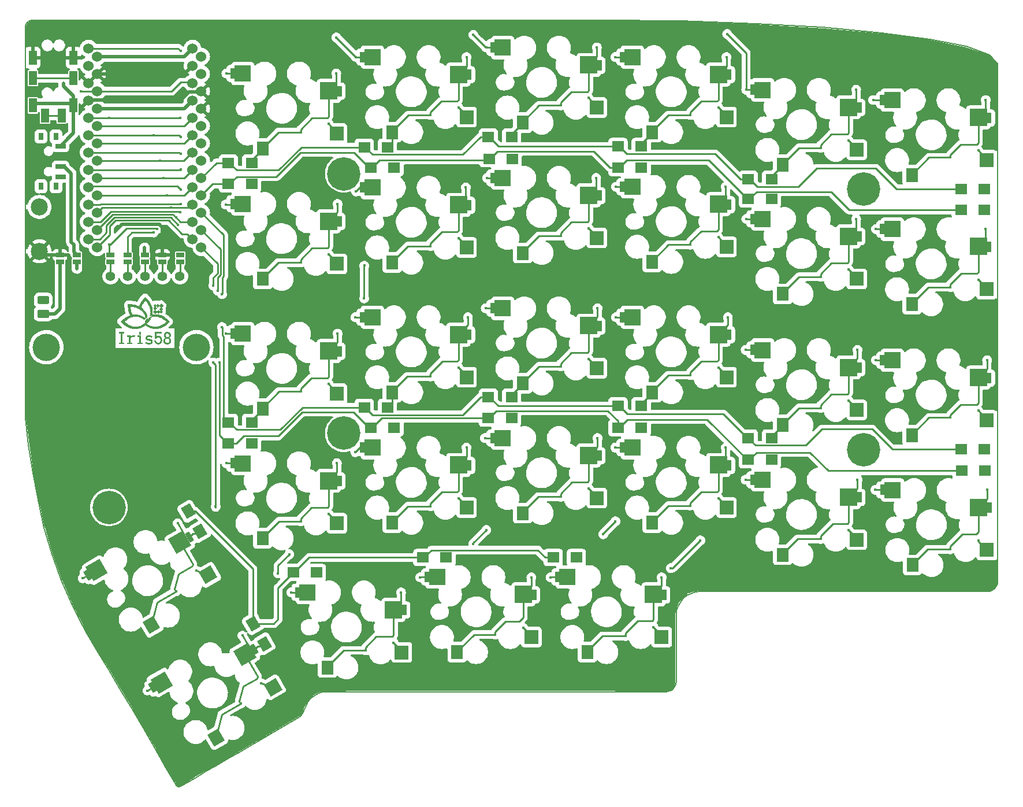
<source format=gtl>
G04 #@! TF.GenerationSoftware,KiCad,Pcbnew,7.0.9*
G04 #@! TF.CreationDate,2023-12-22T01:46:26-05:00*
G04 #@! TF.ProjectId,Lily58_Pro,4c696c79-3538-45f5-9072-6f2e6b696361,rev?*
G04 #@! TF.SameCoordinates,Original*
G04 #@! TF.FileFunction,Copper,L1,Top*
G04 #@! TF.FilePolarity,Positive*
%FSLAX46Y46*%
G04 Gerber Fmt 4.6, Leading zero omitted, Abs format (unit mm)*
G04 Created by KiCad (PCBNEW 7.0.9) date 2023-12-22 01:46:26*
%MOMM*%
%LPD*%
G01*
G04 APERTURE LIST*
G04 Aperture macros list*
%AMRoundRect*
0 Rectangle with rounded corners*
0 $1 Rounding radius*
0 $2 $3 $4 $5 $6 $7 $8 $9 X,Y pos of 4 corners*
0 Add a 4 corners polygon primitive as box body*
4,1,4,$2,$3,$4,$5,$6,$7,$8,$9,$2,$3,0*
0 Add four circle primitives for the rounded corners*
1,1,$1+$1,$2,$3*
1,1,$1+$1,$4,$5*
1,1,$1+$1,$6,$7*
1,1,$1+$1,$8,$9*
0 Add four rect primitives between the rounded corners*
20,1,$1+$1,$2,$3,$4,$5,0*
20,1,$1+$1,$4,$5,$6,$7,0*
20,1,$1+$1,$6,$7,$8,$9,0*
20,1,$1+$1,$8,$9,$2,$3,0*%
%AMRotRect*
0 Rectangle, with rotation*
0 The origin of the aperture is its center*
0 $1 length*
0 $2 width*
0 $3 Rotation angle, in degrees counterclockwise*
0 Add horizontal line*
21,1,$1,$2,0,0,$3*%
G04 Aperture macros list end*
%ADD10C,0.350000*%
G04 #@! TA.AperFunction,NonConductor*
%ADD11C,0.350000*%
G04 #@! TD*
G04 #@! TA.AperFunction,EtchedComponent*
%ADD12C,0.010000*%
G04 #@! TD*
G04 #@! TA.AperFunction,ComponentPad*
%ADD13R,1.200000X2.100000*%
G04 #@! TD*
G04 #@! TA.AperFunction,ComponentPad*
%ADD14C,4.900000*%
G04 #@! TD*
G04 #@! TA.AperFunction,ComponentPad*
%ADD15C,1.524000*%
G04 #@! TD*
G04 #@! TA.AperFunction,SMDPad,CuDef*
%ADD16R,1.143000X0.635000*%
G04 #@! TD*
G04 #@! TA.AperFunction,ComponentPad*
%ADD17C,2.500000*%
G04 #@! TD*
G04 #@! TA.AperFunction,ComponentPad*
%ADD18R,1.800000X1.500000*%
G04 #@! TD*
G04 #@! TA.AperFunction,ComponentPad*
%ADD19RotRect,1.800000X1.500000X300.000000*%
G04 #@! TD*
G04 #@! TA.AperFunction,SMDPad,CuDef*
%ADD20R,0.700000X1.500000*%
G04 #@! TD*
G04 #@! TA.AperFunction,SMDPad,CuDef*
%ADD21R,2.400000X2.400000*%
G04 #@! TD*
G04 #@! TA.AperFunction,SMDPad,CuDef*
%ADD22R,2.000000X2.000000*%
G04 #@! TD*
G04 #@! TA.AperFunction,SMDPad,CuDef*
%ADD23R,1.800000X2.000000*%
G04 #@! TD*
G04 #@! TA.AperFunction,SMDPad,CuDef*
%ADD24R,2.500000X2.500000*%
G04 #@! TD*
G04 #@! TA.AperFunction,SMDPad,CuDef*
%ADD25RotRect,0.700000X1.500000X30.000000*%
G04 #@! TD*
G04 #@! TA.AperFunction,SMDPad,CuDef*
%ADD26RotRect,2.400000X2.400000X210.000000*%
G04 #@! TD*
G04 #@! TA.AperFunction,SMDPad,CuDef*
%ADD27RotRect,2.000000X2.000000X210.000000*%
G04 #@! TD*
G04 #@! TA.AperFunction,SMDPad,CuDef*
%ADD28RotRect,1.800000X2.000000X210.000000*%
G04 #@! TD*
G04 #@! TA.AperFunction,SMDPad,CuDef*
%ADD29RotRect,2.500000X2.500000X210.000000*%
G04 #@! TD*
G04 #@! TA.AperFunction,ComponentPad*
%ADD30C,4.000000*%
G04 #@! TD*
G04 #@! TA.AperFunction,ComponentPad*
%ADD31C,1.397000*%
G04 #@! TD*
G04 #@! TA.AperFunction,SMDPad,CuDef*
%ADD32R,0.797560X0.995680*%
G04 #@! TD*
G04 #@! TA.AperFunction,SMDPad,CuDef*
%ADD33R,0.797560X0.998220*%
G04 #@! TD*
G04 #@! TA.AperFunction,SMDPad,CuDef*
%ADD34R,1.498600X0.698500*%
G04 #@! TD*
G04 #@! TA.AperFunction,ComponentPad*
%ADD35RoundRect,0.250000X0.625000X-0.350000X0.625000X0.350000X-0.625000X0.350000X-0.625000X-0.350000X0*%
G04 #@! TD*
G04 #@! TA.AperFunction,ComponentPad*
%ADD36RoundRect,0.300000X0.575000X-0.300000X0.575000X0.300000X-0.575000X0.300000X-0.575000X-0.300000X0*%
G04 #@! TD*
G04 #@! TA.AperFunction,ViaPad*
%ADD37C,0.400000*%
G04 #@! TD*
G04 #@! TA.AperFunction,Conductor*
%ADD38C,0.250000*%
G04 #@! TD*
G04 #@! TA.AperFunction,Conductor*
%ADD39C,0.500000*%
G04 #@! TD*
G04 #@! TA.AperFunction,Profile*
%ADD40C,0.200000*%
G04 #@! TD*
G04 #@! TA.AperFunction,Profile*
%ADD41C,0.150000*%
G04 #@! TD*
G04 APERTURE END LIST*
D10*
D11*
G36*
X97438951Y-84566878D02*
G01*
X96686683Y-84566878D01*
X96686683Y-84316773D01*
X96934162Y-84316773D01*
X96934162Y-83034986D01*
X96686683Y-83034986D01*
X96686683Y-82784882D01*
X97438951Y-82784882D01*
X97438951Y-83034986D01*
X97182923Y-83034986D01*
X97182923Y-84316773D01*
X97438951Y-84316773D01*
X97438951Y-84566878D01*
G37*
G36*
X98928955Y-83554735D02*
G01*
X98912210Y-83545971D01*
X98895315Y-83537997D01*
X98878270Y-83530813D01*
X98861074Y-83524418D01*
X98843728Y-83518814D01*
X98837913Y-83517122D01*
X98820106Y-83512640D01*
X98801308Y-83509085D01*
X98781518Y-83506457D01*
X98764269Y-83504976D01*
X98746331Y-83504139D01*
X98731484Y-83503933D01*
X98710914Y-83504398D01*
X98690665Y-83505795D01*
X98670736Y-83508123D01*
X98651128Y-83511382D01*
X98631841Y-83515572D01*
X98612874Y-83520694D01*
X98594227Y-83526746D01*
X98575901Y-83533730D01*
X98558043Y-83541531D01*
X98540799Y-83550278D01*
X98524170Y-83559971D01*
X98508155Y-83570611D01*
X98492754Y-83582197D01*
X98477968Y-83594730D01*
X98463796Y-83608209D01*
X98450239Y-83622635D01*
X98437356Y-83637877D01*
X98425207Y-83654050D01*
X98413794Y-83671155D01*
X98403115Y-83689191D01*
X98393171Y-83708158D01*
X98383961Y-83728056D01*
X98375486Y-83748885D01*
X98367746Y-83770646D01*
X98360933Y-83793383D01*
X98355030Y-83817144D01*
X98350034Y-83841927D01*
X98346884Y-83861185D01*
X98344244Y-83881019D01*
X98342115Y-83901428D01*
X98340497Y-83922412D01*
X98339390Y-83943972D01*
X98338794Y-83966107D01*
X98338681Y-83981183D01*
X98338681Y-84316773D01*
X98589579Y-84316773D01*
X98589579Y-84566878D01*
X97836029Y-84566878D01*
X97836029Y-84316773D01*
X98089492Y-84316773D01*
X98089492Y-83503933D01*
X97836029Y-83503933D01*
X97836029Y-83285091D01*
X98338681Y-83285091D01*
X98338681Y-83606026D01*
X98346550Y-83582409D01*
X98354876Y-83559673D01*
X98363660Y-83537819D01*
X98372901Y-83516847D01*
X98382600Y-83496756D01*
X98392757Y-83477547D01*
X98403370Y-83459219D01*
X98414442Y-83441773D01*
X98425970Y-83425208D01*
X98437957Y-83409525D01*
X98450400Y-83394724D01*
X98463302Y-83380804D01*
X98476660Y-83367765D01*
X98490477Y-83355609D01*
X98504750Y-83344333D01*
X98519481Y-83333940D01*
X98534617Y-83324239D01*
X98550102Y-83315163D01*
X98565939Y-83306714D01*
X98582126Y-83298891D01*
X98598664Y-83291693D01*
X98615552Y-83285122D01*
X98632791Y-83279176D01*
X98650380Y-83273856D01*
X98668320Y-83269162D01*
X98686611Y-83265094D01*
X98705253Y-83261651D01*
X98724245Y-83258835D01*
X98743587Y-83256644D01*
X98763281Y-83255080D01*
X98783324Y-83254141D01*
X98803719Y-83253828D01*
X98823279Y-83254223D01*
X98843169Y-83255408D01*
X98863390Y-83257383D01*
X98880493Y-83259632D01*
X98897826Y-83262430D01*
X98911858Y-83265063D01*
X98929437Y-83268839D01*
X98946911Y-83273449D01*
X98964282Y-83278895D01*
X98981548Y-83285175D01*
X98998710Y-83292290D01*
X99015767Y-83300240D01*
X99022561Y-83303653D01*
X98928955Y-83554735D01*
G37*
G36*
X99884677Y-83130730D02*
G01*
X99581632Y-83130730D01*
X99581632Y-82784882D01*
X99884677Y-82784882D01*
X99884677Y-83130730D01*
G37*
G36*
X100112922Y-84566878D02*
G01*
X99360654Y-84566878D01*
X99360654Y-84316773D01*
X99608133Y-84316773D01*
X99608133Y-83535196D01*
X99360654Y-83535196D01*
X99360654Y-83285091D01*
X99856894Y-83285091D01*
X99856894Y-84316773D01*
X100112922Y-84316773D01*
X100112922Y-84566878D01*
G37*
G36*
X101600361Y-84180485D02*
G01*
X101599925Y-84203616D01*
X101598618Y-84225932D01*
X101596439Y-84247431D01*
X101593388Y-84268115D01*
X101589466Y-84287983D01*
X101584673Y-84307036D01*
X101576926Y-84331170D01*
X101567629Y-84353854D01*
X101556783Y-84375088D01*
X101550779Y-84385161D01*
X101538050Y-84404357D01*
X101524439Y-84422622D01*
X101509947Y-84439955D01*
X101494573Y-84456358D01*
X101478317Y-84471829D01*
X101461180Y-84486369D01*
X101443162Y-84499978D01*
X101424262Y-84512656D01*
X101404633Y-84524280D01*
X101384431Y-84534973D01*
X101363654Y-84544735D01*
X101342303Y-84553566D01*
X101325913Y-84559578D01*
X101309199Y-84565067D01*
X101292163Y-84570031D01*
X101274803Y-84574472D01*
X101257120Y-84578389D01*
X101251154Y-84579578D01*
X101233244Y-84582895D01*
X101215416Y-84585886D01*
X101197671Y-84588551D01*
X101180008Y-84590890D01*
X101162428Y-84592902D01*
X101144931Y-84594588D01*
X101127516Y-84595947D01*
X101110184Y-84596980D01*
X101092935Y-84597687D01*
X101075768Y-84598068D01*
X101064370Y-84598141D01*
X101045249Y-84597948D01*
X101026142Y-84597370D01*
X101007048Y-84596406D01*
X100987968Y-84595057D01*
X100968900Y-84593323D01*
X100949847Y-84591203D01*
X100930806Y-84588697D01*
X100911779Y-84585806D01*
X100892765Y-84582530D01*
X100873765Y-84578868D01*
X100854778Y-84574821D01*
X100835804Y-84570388D01*
X100816844Y-84565570D01*
X100797897Y-84560367D01*
X100778963Y-84554778D01*
X100760043Y-84548804D01*
X100741288Y-84542457D01*
X100722850Y-84535874D01*
X100704730Y-84529054D01*
X100686927Y-84521998D01*
X100669441Y-84514705D01*
X100652272Y-84507175D01*
X100635420Y-84499409D01*
X100618886Y-84491406D01*
X100602669Y-84483167D01*
X100586769Y-84474691D01*
X100571186Y-84465978D01*
X100555921Y-84457029D01*
X100533618Y-84443162D01*
X100512028Y-84428762D01*
X100498032Y-84418866D01*
X100601468Y-84187324D01*
X100617891Y-84198115D01*
X100634140Y-84208505D01*
X100650215Y-84218494D01*
X100666117Y-84228082D01*
X100681844Y-84237270D01*
X100697399Y-84246057D01*
X100720404Y-84258486D01*
X100743020Y-84270014D01*
X100765244Y-84280640D01*
X100787078Y-84290364D01*
X100808521Y-84299187D01*
X100829573Y-84307108D01*
X100843391Y-84311888D01*
X100864071Y-84318348D01*
X100884759Y-84324173D01*
X100905455Y-84329362D01*
X100926158Y-84333916D01*
X100946868Y-84337834D01*
X100967586Y-84341117D01*
X100988312Y-84343765D01*
X101009045Y-84345777D01*
X101029785Y-84347153D01*
X101050534Y-84347895D01*
X101064370Y-84348036D01*
X101082804Y-84347893D01*
X101100601Y-84347463D01*
X101117759Y-84346748D01*
X101142302Y-84345138D01*
X101165409Y-84342884D01*
X101187081Y-84339986D01*
X101207318Y-84336444D01*
X101226120Y-84332258D01*
X101243488Y-84327428D01*
X101264411Y-84319986D01*
X101282784Y-84311399D01*
X101298913Y-84301790D01*
X101316049Y-84288512D01*
X101329826Y-84273826D01*
X101340242Y-84257733D01*
X101348306Y-84236564D01*
X101351532Y-84213369D01*
X101351599Y-84209306D01*
X101349327Y-84188804D01*
X101341663Y-84169467D01*
X101332365Y-84157038D01*
X101317881Y-84144292D01*
X101302748Y-84134644D01*
X101286920Y-84126603D01*
X101268679Y-84118936D01*
X101251003Y-84112359D01*
X101231313Y-84105816D01*
X101213366Y-84100389D01*
X101194021Y-84094987D01*
X101173278Y-84089608D01*
X101155677Y-84085323D01*
X101151137Y-84084254D01*
X101132417Y-84079834D01*
X101112589Y-84075369D01*
X101091651Y-84070858D01*
X101069606Y-84066302D01*
X101052344Y-84062854D01*
X101034458Y-84059381D01*
X101015949Y-84055882D01*
X100996817Y-84052357D01*
X100977060Y-84048806D01*
X100970336Y-84047617D01*
X100948885Y-84043343D01*
X100927701Y-84038824D01*
X100906783Y-84034062D01*
X100886134Y-84029055D01*
X100865751Y-84023804D01*
X100845635Y-84018308D01*
X100825786Y-84012568D01*
X100806205Y-84006584D01*
X100787151Y-84000173D01*
X100768672Y-83993151D01*
X100750767Y-83985518D01*
X100733436Y-83977275D01*
X100716680Y-83968421D01*
X100700498Y-83958957D01*
X100684890Y-83948882D01*
X100669856Y-83938196D01*
X100655478Y-83926717D01*
X100641833Y-83914505D01*
X100628924Y-83901560D01*
X100613820Y-83884348D01*
X100599864Y-83865992D01*
X100587056Y-83846491D01*
X100577636Y-83830066D01*
X100575396Y-83825845D01*
X100567081Y-83808328D01*
X100559875Y-83789727D01*
X100553777Y-83770043D01*
X100548788Y-83749275D01*
X100544908Y-83727422D01*
X100542137Y-83704487D01*
X100540474Y-83680467D01*
X100539919Y-83655363D01*
X100540641Y-83629893D01*
X100542804Y-83605263D01*
X100546411Y-83581472D01*
X100551460Y-83558521D01*
X100557951Y-83536409D01*
X100565885Y-83515137D01*
X100575262Y-83494705D01*
X100586081Y-83475112D01*
X100598176Y-83456244D01*
X100611166Y-83438231D01*
X100625050Y-83421073D01*
X100639830Y-83404770D01*
X100655504Y-83389322D01*
X100672074Y-83374728D01*
X100689538Y-83360990D01*
X100707897Y-83348106D01*
X100726991Y-83336084D01*
X100746659Y-83324933D01*
X100766902Y-83314652D01*
X100787719Y-83305241D01*
X100809110Y-83296700D01*
X100825531Y-83290866D01*
X100842274Y-83285520D01*
X100859341Y-83280665D01*
X100876730Y-83276298D01*
X100894285Y-83272283D01*
X100911847Y-83268662D01*
X100929417Y-83265436D01*
X100946995Y-83262605D01*
X100964580Y-83260170D01*
X100982172Y-83258129D01*
X100999772Y-83256483D01*
X101017380Y-83255232D01*
X101034995Y-83254377D01*
X101052617Y-83253916D01*
X101064370Y-83253828D01*
X101089066Y-83254167D01*
X101113627Y-83255185D01*
X101138053Y-83256881D01*
X101162344Y-83259255D01*
X101186499Y-83262307D01*
X101210519Y-83266038D01*
X101234404Y-83270447D01*
X101258154Y-83275535D01*
X101281768Y-83281301D01*
X101305247Y-83287745D01*
X101320825Y-83292418D01*
X101343879Y-83299854D01*
X101366401Y-83307874D01*
X101388388Y-83316478D01*
X101409843Y-83325666D01*
X101430764Y-83335438D01*
X101451151Y-83345793D01*
X101471005Y-83356732D01*
X101490325Y-83368256D01*
X101509113Y-83380363D01*
X101527366Y-83393054D01*
X101539239Y-83401839D01*
X101440504Y-83619215D01*
X101422998Y-83606958D01*
X101405582Y-83595465D01*
X101388256Y-83584736D01*
X101371020Y-83574771D01*
X101353875Y-83565570D01*
X101336820Y-83557134D01*
X101319855Y-83549461D01*
X101302980Y-83542554D01*
X101286195Y-83536410D01*
X101269500Y-83531030D01*
X101258421Y-83527868D01*
X101241681Y-83523591D01*
X101224641Y-83519734D01*
X101207300Y-83516298D01*
X101189659Y-83513283D01*
X101171717Y-83510688D01*
X101153474Y-83508514D01*
X101134932Y-83506761D01*
X101116088Y-83505429D01*
X101096944Y-83504517D01*
X101077500Y-83504026D01*
X101064370Y-83503933D01*
X101044738Y-83504213D01*
X101027617Y-83504900D01*
X101010227Y-83505999D01*
X100992565Y-83507510D01*
X100974633Y-83509434D01*
X100971619Y-83509794D01*
X100953907Y-83512187D01*
X100936677Y-83515336D01*
X100917182Y-83519964D01*
X100898342Y-83525621D01*
X100882714Y-83531288D01*
X100865437Y-83538664D01*
X100849510Y-83547116D01*
X100832961Y-83558092D01*
X100818175Y-83570472D01*
X100814754Y-83573786D01*
X100802973Y-83587983D01*
X100793743Y-83605779D01*
X100788772Y-83625506D01*
X100787826Y-83639732D01*
X100791589Y-83661093D01*
X100800805Y-83678026D01*
X100815552Y-83693688D01*
X100832064Y-83705769D01*
X100848039Y-83714798D01*
X100866472Y-83723263D01*
X100887877Y-83731323D01*
X100906218Y-83737368D01*
X100926520Y-83743413D01*
X100948783Y-83749458D01*
X100973008Y-83755503D01*
X100990247Y-83759533D01*
X101008357Y-83763563D01*
X101027339Y-83767593D01*
X101047193Y-83771623D01*
X101067918Y-83775653D01*
X101089514Y-83779683D01*
X101111983Y-83783713D01*
X101135322Y-83787743D01*
X101154555Y-83790934D01*
X101173465Y-83794280D01*
X101192052Y-83797781D01*
X101210315Y-83801436D01*
X101228256Y-83805245D01*
X101245873Y-83809209D01*
X101263168Y-83813328D01*
X101280139Y-83817602D01*
X101302265Y-83823540D01*
X101323817Y-83829753D01*
X101344807Y-83836393D01*
X101365036Y-83843613D01*
X101384504Y-83851414D01*
X101403211Y-83859794D01*
X101421156Y-83868755D01*
X101438340Y-83878296D01*
X101454762Y-83888417D01*
X101470423Y-83899118D01*
X101485383Y-83910376D01*
X101499488Y-83922412D01*
X101512739Y-83935227D01*
X101525134Y-83948821D01*
X101539426Y-83966908D01*
X101552382Y-83986211D01*
X101564003Y-84006731D01*
X101566167Y-84010981D01*
X101574181Y-84028589D01*
X101581127Y-84047220D01*
X101587004Y-84066874D01*
X101591812Y-84087551D01*
X101595552Y-84109250D01*
X101598224Y-84131973D01*
X101599826Y-84155718D01*
X101600361Y-84180485D01*
G37*
G36*
X102979234Y-83958713D02*
G01*
X102978820Y-83983484D01*
X102977581Y-84007972D01*
X102975515Y-84032176D01*
X102972622Y-84056097D01*
X102968903Y-84079735D01*
X102964357Y-84103089D01*
X102958985Y-84126160D01*
X102952787Y-84148947D01*
X102945762Y-84171452D01*
X102937910Y-84193673D01*
X102932217Y-84208329D01*
X102923188Y-84229957D01*
X102913574Y-84251062D01*
X102903373Y-84271643D01*
X102892587Y-84291700D01*
X102881214Y-84311233D01*
X102869255Y-84330242D01*
X102856710Y-84348728D01*
X102843580Y-84366690D01*
X102829863Y-84384128D01*
X102815560Y-84401042D01*
X102805699Y-84412028D01*
X102790495Y-84427917D01*
X102774854Y-84443163D01*
X102758778Y-84457764D01*
X102742267Y-84471722D01*
X102725319Y-84485036D01*
X102707936Y-84497705D01*
X102690117Y-84509731D01*
X102671862Y-84521112D01*
X102653171Y-84531850D01*
X102634045Y-84541944D01*
X102621052Y-84548315D01*
X102601399Y-84557219D01*
X102581551Y-84565248D01*
X102561508Y-84572401D01*
X102541270Y-84578677D01*
X102520836Y-84584078D01*
X102500207Y-84588604D01*
X102479383Y-84592253D01*
X102458363Y-84595026D01*
X102437148Y-84596924D01*
X102415737Y-84597946D01*
X102401355Y-84598141D01*
X102380268Y-84597814D01*
X102359481Y-84596835D01*
X102338994Y-84595204D01*
X102318809Y-84592920D01*
X102298923Y-84589983D01*
X102279339Y-84586394D01*
X102260054Y-84582152D01*
X102241071Y-84577258D01*
X102222388Y-84571711D01*
X102204005Y-84565511D01*
X102191917Y-84561016D01*
X102174091Y-84553684D01*
X102156679Y-84545794D01*
X102139680Y-84537347D01*
X102123095Y-84528341D01*
X102106922Y-84518776D01*
X102091163Y-84508654D01*
X102075817Y-84497974D01*
X102060884Y-84486735D01*
X102046365Y-84474939D01*
X102032259Y-84462584D01*
X102023084Y-84454037D01*
X102009708Y-84440639D01*
X101996827Y-84426640D01*
X101984443Y-84412040D01*
X101972554Y-84396839D01*
X101961162Y-84381036D01*
X101950265Y-84364633D01*
X101939864Y-84347629D01*
X101929959Y-84330023D01*
X101920550Y-84311816D01*
X101911636Y-84293009D01*
X101905970Y-84280136D01*
X101897939Y-84260361D01*
X101890517Y-84240054D01*
X101883704Y-84219214D01*
X101877499Y-84197842D01*
X101871903Y-84175937D01*
X101866915Y-84153500D01*
X101862536Y-84130531D01*
X101858766Y-84107029D01*
X101855604Y-84082995D01*
X101853051Y-84058429D01*
X101851687Y-84041755D01*
X102088480Y-84001700D01*
X102091291Y-84030302D01*
X102095237Y-84057856D01*
X102100317Y-84084363D01*
X102106532Y-84109823D01*
X102113881Y-84134235D01*
X102122365Y-84157599D01*
X102131983Y-84179916D01*
X102142736Y-84201185D01*
X102154624Y-84221406D01*
X102167645Y-84240581D01*
X102176957Y-84252781D01*
X102191930Y-84269804D01*
X102208157Y-84285153D01*
X102225640Y-84298827D01*
X102244377Y-84310827D01*
X102264368Y-84321152D01*
X102285615Y-84329804D01*
X102308116Y-84336780D01*
X102331872Y-84342082D01*
X102356882Y-84345710D01*
X102374253Y-84347199D01*
X102392182Y-84347943D01*
X102401355Y-84348036D01*
X102420015Y-84347563D01*
X102438167Y-84346143D01*
X102455812Y-84343777D01*
X102472949Y-84340464D01*
X102493656Y-84334993D01*
X102513571Y-84328042D01*
X102532692Y-84319613D01*
X102536421Y-84317750D01*
X102554549Y-84307608D01*
X102571801Y-84296417D01*
X102588176Y-84284176D01*
X102603674Y-84270886D01*
X102618296Y-84256546D01*
X102632041Y-84241157D01*
X102637294Y-84234707D01*
X102649780Y-84217780D01*
X102661328Y-84199969D01*
X102671936Y-84181277D01*
X102681606Y-84161702D01*
X102690336Y-84141244D01*
X102698127Y-84119904D01*
X102700980Y-84111120D01*
X102707383Y-84088735D01*
X102712701Y-84065850D01*
X102716933Y-84042463D01*
X102720081Y-84018575D01*
X102721817Y-83999104D01*
X102722859Y-83979313D01*
X102723206Y-83959201D01*
X102722889Y-83936319D01*
X102721937Y-83914077D01*
X102720351Y-83892477D01*
X102718130Y-83871518D01*
X102715275Y-83851200D01*
X102711786Y-83831523D01*
X102707662Y-83812488D01*
X102700286Y-83785136D01*
X102691483Y-83759227D01*
X102681252Y-83734761D01*
X102669594Y-83711737D01*
X102656509Y-83690156D01*
X102641995Y-83670018D01*
X102626310Y-83651511D01*
X102609708Y-83634824D01*
X102592189Y-83619958D01*
X102573754Y-83606912D01*
X102554402Y-83595686D01*
X102534134Y-83586281D01*
X102512949Y-83578696D01*
X102490847Y-83572931D01*
X102467829Y-83568987D01*
X102443894Y-83566863D01*
X102427428Y-83566459D01*
X102406351Y-83567108D01*
X102385647Y-83569054D01*
X102365318Y-83572298D01*
X102345362Y-83576839D01*
X102325781Y-83582678D01*
X102306574Y-83589815D01*
X102287740Y-83598249D01*
X102269281Y-83607980D01*
X102251596Y-83619032D01*
X102234873Y-83631672D01*
X102219112Y-83645899D01*
X102204312Y-83661714D01*
X102190474Y-83679116D01*
X102177598Y-83698106D01*
X102165684Y-83718683D01*
X102154731Y-83740848D01*
X101905970Y-83740848D01*
X101905970Y-82784882D01*
X102888192Y-82784882D01*
X102888192Y-83034986D01*
X102154731Y-83034986D01*
X102154731Y-83479020D01*
X102168963Y-83459322D01*
X102183983Y-83440895D01*
X102199791Y-83423739D01*
X102216387Y-83407854D01*
X102233771Y-83393239D01*
X102251943Y-83379895D01*
X102270904Y-83367823D01*
X102290652Y-83357021D01*
X102311188Y-83347489D01*
X102332513Y-83339229D01*
X102354626Y-83332239D01*
X102377526Y-83326521D01*
X102401215Y-83322073D01*
X102425692Y-83318896D01*
X102450956Y-83316990D01*
X102477009Y-83316354D01*
X102495836Y-83316753D01*
X102514491Y-83317951D01*
X102532972Y-83319948D01*
X102551281Y-83322743D01*
X102569417Y-83326336D01*
X102587380Y-83330728D01*
X102605170Y-83335919D01*
X102622788Y-83341908D01*
X102640233Y-83348696D01*
X102657505Y-83356282D01*
X102668923Y-83361783D01*
X102685871Y-83370540D01*
X102702413Y-83379958D01*
X102718549Y-83390038D01*
X102734279Y-83400778D01*
X102749604Y-83412180D01*
X102764523Y-83424243D01*
X102779036Y-83436967D01*
X102793144Y-83450352D01*
X102806845Y-83464398D01*
X102820141Y-83479106D01*
X102828780Y-83489278D01*
X102841435Y-83505079D01*
X102853594Y-83521524D01*
X102865257Y-83538613D01*
X102876425Y-83556346D01*
X102887096Y-83574723D01*
X102897272Y-83593743D01*
X102906951Y-83613408D01*
X102916135Y-83633717D01*
X102924823Y-83654670D01*
X102933015Y-83676267D01*
X102938201Y-83691023D01*
X102945534Y-83713628D01*
X102952146Y-83736749D01*
X102958036Y-83760386D01*
X102963205Y-83784537D01*
X102967653Y-83809204D01*
X102971380Y-83834386D01*
X102974385Y-83860083D01*
X102976669Y-83886295D01*
X102978232Y-83913022D01*
X102979073Y-83940265D01*
X102979234Y-83958713D01*
G37*
G36*
X103761892Y-82753889D02*
G01*
X103780614Y-82754701D01*
X103799208Y-82756053D01*
X103817675Y-82757946D01*
X103836013Y-82760381D01*
X103854224Y-82763356D01*
X103872308Y-82766872D01*
X103890263Y-82770929D01*
X103908091Y-82775527D01*
X103925791Y-82780667D01*
X103937520Y-82784393D01*
X103954949Y-82790434D01*
X103971972Y-82797016D01*
X103988589Y-82804138D01*
X104004800Y-82811802D01*
X104020605Y-82820006D01*
X104036005Y-82828752D01*
X104055907Y-82841254D01*
X104075088Y-82854718D01*
X104093547Y-82869144D01*
X104102507Y-82876717D01*
X104119791Y-82892585D01*
X104136166Y-82909415D01*
X104151634Y-82927207D01*
X104166193Y-82945960D01*
X104179844Y-82965675D01*
X104192586Y-82986352D01*
X104204421Y-83007990D01*
X104215347Y-83030590D01*
X104222909Y-83048150D01*
X104229727Y-83066207D01*
X104235802Y-83084763D01*
X104241132Y-83103817D01*
X104245719Y-83123369D01*
X104249562Y-83143419D01*
X104252662Y-83163967D01*
X104255017Y-83185013D01*
X104256629Y-83206556D01*
X104257496Y-83228598D01*
X104257662Y-83243570D01*
X104256956Y-83265706D01*
X104254837Y-83288152D01*
X104251306Y-83310906D01*
X104247284Y-83330105D01*
X104242281Y-83349518D01*
X104237573Y-83365203D01*
X104231042Y-83384692D01*
X104223740Y-83403776D01*
X104215665Y-83422454D01*
X104206818Y-83440727D01*
X104197199Y-83458595D01*
X104186808Y-83476057D01*
X104182435Y-83482928D01*
X104170921Y-83499655D01*
X104158551Y-83515643D01*
X104145325Y-83530891D01*
X104131244Y-83545400D01*
X104116307Y-83559170D01*
X104100515Y-83572200D01*
X104093958Y-83577205D01*
X104077164Y-83588807D01*
X104059639Y-83598882D01*
X104041383Y-83607431D01*
X104022398Y-83614453D01*
X104002681Y-83619948D01*
X103982235Y-83623917D01*
X103973852Y-83625077D01*
X103992859Y-83628252D01*
X104011412Y-83632404D01*
X104029510Y-83637533D01*
X104047155Y-83643640D01*
X104064345Y-83650723D01*
X104081082Y-83658783D01*
X104097364Y-83667820D01*
X104113192Y-83677834D01*
X104128613Y-83688557D01*
X104143459Y-83699968D01*
X104157731Y-83712066D01*
X104171429Y-83724850D01*
X104184552Y-83738322D01*
X104197101Y-83752480D01*
X104209076Y-83767326D01*
X104220476Y-83782858D01*
X104231275Y-83798894D01*
X104241446Y-83815251D01*
X104250990Y-83831928D01*
X104259906Y-83848926D01*
X104268194Y-83866244D01*
X104275854Y-83883883D01*
X104282887Y-83901842D01*
X104289291Y-83920122D01*
X104296433Y-83942996D01*
X104302364Y-83965823D01*
X104307085Y-83988601D01*
X104310596Y-84011332D01*
X104312896Y-84034015D01*
X104313985Y-84056650D01*
X104314082Y-84065691D01*
X104313691Y-84091704D01*
X104312519Y-84116988D01*
X104310566Y-84141541D01*
X104307831Y-84165365D01*
X104304315Y-84188459D01*
X104300017Y-84210823D01*
X104294938Y-84232457D01*
X104289078Y-84253361D01*
X104282436Y-84273536D01*
X104275013Y-84292980D01*
X104269630Y-84305538D01*
X104261002Y-84323747D01*
X104251788Y-84341373D01*
X104241988Y-84358414D01*
X104231602Y-84374872D01*
X104220630Y-84390746D01*
X104209072Y-84406036D01*
X104196928Y-84420742D01*
X104184198Y-84434864D01*
X104170882Y-84448403D01*
X104156980Y-84461357D01*
X104147386Y-84469669D01*
X104132640Y-84481646D01*
X104117413Y-84493030D01*
X104101705Y-84503822D01*
X104085516Y-84514022D01*
X104068847Y-84523629D01*
X104051696Y-84532643D01*
X104034065Y-84541066D01*
X104015953Y-84548895D01*
X103997360Y-84556132D01*
X103978286Y-84562777D01*
X103965303Y-84566878D01*
X103945628Y-84572465D01*
X103925713Y-84577502D01*
X103905557Y-84581990D01*
X103885161Y-84585928D01*
X103864524Y-84589317D01*
X103843647Y-84592157D01*
X103822530Y-84594446D01*
X103801172Y-84596187D01*
X103779574Y-84597377D01*
X103757735Y-84598018D01*
X103743042Y-84598141D01*
X103720669Y-84597866D01*
X103698588Y-84597041D01*
X103676801Y-84595668D01*
X103655306Y-84593744D01*
X103634105Y-84591271D01*
X103613197Y-84588249D01*
X103592581Y-84584677D01*
X103572259Y-84580555D01*
X103552230Y-84575884D01*
X103532494Y-84570663D01*
X103519499Y-84566878D01*
X103500326Y-84560628D01*
X103481597Y-84553786D01*
X103463310Y-84546351D01*
X103445467Y-84538324D01*
X103428068Y-84529704D01*
X103411112Y-84520492D01*
X103394598Y-84510688D01*
X103378529Y-84500291D01*
X103362902Y-84489301D01*
X103347719Y-84477719D01*
X103337843Y-84469669D01*
X103323478Y-84457104D01*
X103309713Y-84443955D01*
X103296550Y-84430222D01*
X103283988Y-84415905D01*
X103272026Y-84401004D01*
X103260666Y-84385520D01*
X103249907Y-84369451D01*
X103239749Y-84352799D01*
X103230192Y-84335562D01*
X103221236Y-84317742D01*
X103215600Y-84305538D01*
X103207808Y-84286580D01*
X103200783Y-84266892D01*
X103194525Y-84246474D01*
X103189033Y-84225327D01*
X103184307Y-84203449D01*
X103180347Y-84180842D01*
X103177154Y-84157505D01*
X103174727Y-84133438D01*
X103173067Y-84108641D01*
X103172173Y-84083114D01*
X103172002Y-84065691D01*
X103172374Y-84051037D01*
X103420764Y-84051037D01*
X103421390Y-84074373D01*
X103423268Y-84096756D01*
X103426399Y-84118184D01*
X103430781Y-84138659D01*
X103436416Y-84158179D01*
X103443304Y-84176745D01*
X103446409Y-84183905D01*
X103454985Y-84201006D01*
X103466405Y-84220332D01*
X103479058Y-84238353D01*
X103492942Y-84255068D01*
X103508059Y-84270478D01*
X103516079Y-84277694D01*
X103530182Y-84288795D01*
X103544972Y-84298893D01*
X103560452Y-84307991D01*
X103576620Y-84316086D01*
X103593477Y-84323179D01*
X103611023Y-84329271D01*
X103618234Y-84331427D01*
X103636721Y-84336212D01*
X103655584Y-84340186D01*
X103674822Y-84343349D01*
X103694436Y-84345700D01*
X103714426Y-84347241D01*
X103734791Y-84347971D01*
X103743042Y-84348036D01*
X103763537Y-84347630D01*
X103783614Y-84346414D01*
X103803274Y-84344387D01*
X103822516Y-84341548D01*
X103841342Y-84337899D01*
X103859749Y-84333439D01*
X103866995Y-84331427D01*
X103884704Y-84325736D01*
X103901765Y-84319044D01*
X103918180Y-84311349D01*
X103933947Y-84302653D01*
X103949068Y-84292954D01*
X103963542Y-84282254D01*
X103969150Y-84277694D01*
X103982582Y-84265487D01*
X103997489Y-84249641D01*
X104011073Y-84232491D01*
X104023334Y-84214035D01*
X104034274Y-84194275D01*
X104039248Y-84183905D01*
X104046759Y-84165720D01*
X104052997Y-84146581D01*
X104057962Y-84126489D01*
X104061654Y-84105442D01*
X104064073Y-84083441D01*
X104065219Y-84060486D01*
X104065321Y-84051037D01*
X104064913Y-84031032D01*
X104063258Y-84007120D01*
X104060330Y-83984425D01*
X104056129Y-83962947D01*
X104050655Y-83942684D01*
X104043907Y-83923639D01*
X104039248Y-83912795D01*
X104030774Y-83895612D01*
X104019394Y-83876378D01*
X104006692Y-83858655D01*
X103992667Y-83842444D01*
X103977319Y-83827743D01*
X103969150Y-83820960D01*
X103952015Y-83808458D01*
X103933947Y-83797329D01*
X103918180Y-83789105D01*
X103901765Y-83781835D01*
X103884704Y-83775519D01*
X103866995Y-83770157D01*
X103848755Y-83765513D01*
X103830097Y-83761657D01*
X103811021Y-83758587D01*
X103791528Y-83756304D01*
X103771618Y-83754809D01*
X103751290Y-83754100D01*
X103743042Y-83754037D01*
X103722527Y-83754431D01*
X103702387Y-83755612D01*
X103682622Y-83757579D01*
X103663234Y-83760334D01*
X103644221Y-83763876D01*
X103625584Y-83768205D01*
X103618234Y-83770157D01*
X103600413Y-83775519D01*
X103583280Y-83781835D01*
X103566837Y-83789105D01*
X103551082Y-83797329D01*
X103533085Y-83808458D01*
X103516079Y-83820960D01*
X103500347Y-83834905D01*
X103485846Y-83850361D01*
X103472577Y-83867328D01*
X103460541Y-83885806D01*
X103451452Y-83902359D01*
X103446409Y-83912795D01*
X103439021Y-83931111D01*
X103432885Y-83950643D01*
X103428002Y-83971392D01*
X103424370Y-83993357D01*
X103421991Y-84016539D01*
X103420864Y-84040937D01*
X103420764Y-84051037D01*
X103172374Y-84051037D01*
X103172576Y-84043075D01*
X103174298Y-84020411D01*
X103177168Y-83997699D01*
X103181185Y-83974940D01*
X103186351Y-83952133D01*
X103192664Y-83929278D01*
X103195511Y-83920122D01*
X103201702Y-83901842D01*
X103208520Y-83883883D01*
X103215967Y-83866244D01*
X103224041Y-83848926D01*
X103232743Y-83831928D01*
X103242073Y-83815251D01*
X103252031Y-83798894D01*
X103262616Y-83782858D01*
X103273916Y-83767326D01*
X103285804Y-83752480D01*
X103298280Y-83738322D01*
X103311343Y-83724850D01*
X103324994Y-83712066D01*
X103339232Y-83699968D01*
X103354059Y-83688557D01*
X103369473Y-83677834D01*
X103385481Y-83667820D01*
X103401877Y-83658783D01*
X103418660Y-83650723D01*
X103435830Y-83643640D01*
X103453388Y-83637533D01*
X103471333Y-83632404D01*
X103489666Y-83628252D01*
X103508386Y-83625077D01*
X103488037Y-83621719D01*
X103468398Y-83616834D01*
X103449469Y-83610423D01*
X103431249Y-83602485D01*
X103413739Y-83593020D01*
X103396938Y-83582029D01*
X103390416Y-83577205D01*
X103374774Y-83564471D01*
X103359904Y-83550997D01*
X103345806Y-83536784D01*
X103332480Y-83521831D01*
X103319927Y-83506139D01*
X103308146Y-83489707D01*
X103303649Y-83482928D01*
X103292939Y-83465628D01*
X103282979Y-83447923D01*
X103273771Y-83429812D01*
X103265315Y-83411296D01*
X103257609Y-83392374D01*
X103250655Y-83373047D01*
X103248084Y-83365203D01*
X103242420Y-83345618D01*
X103237716Y-83326248D01*
X103233971Y-83307092D01*
X103230746Y-83284389D01*
X103228902Y-83261995D01*
X103228855Y-83260178D01*
X103477184Y-83260178D01*
X103477755Y-83281007D01*
X103479468Y-83300994D01*
X103483528Y-83326334D01*
X103489619Y-83350178D01*
X103497740Y-83372526D01*
X103507892Y-83393378D01*
X103520073Y-83412735D01*
X103534285Y-83430595D01*
X103542152Y-83438964D01*
X103559496Y-83454191D01*
X103579044Y-83467388D01*
X103595152Y-83475953D01*
X103612499Y-83483376D01*
X103631086Y-83489657D01*
X103650912Y-83494796D01*
X103671978Y-83498794D01*
X103694284Y-83501649D01*
X103717829Y-83503362D01*
X103742615Y-83503933D01*
X103767476Y-83503362D01*
X103791091Y-83501649D01*
X103813458Y-83498794D01*
X103834578Y-83494796D01*
X103854451Y-83489657D01*
X103873076Y-83483376D01*
X103890454Y-83475953D01*
X103906586Y-83467388D01*
X103921469Y-83457681D01*
X103939375Y-83442961D01*
X103943504Y-83438964D01*
X103958731Y-83421852D01*
X103971928Y-83403244D01*
X103983095Y-83383139D01*
X103992231Y-83361539D01*
X103999337Y-83338443D01*
X104004412Y-83313851D01*
X104006887Y-83294425D01*
X104008219Y-83274157D01*
X104008473Y-83260178D01*
X104007853Y-83238277D01*
X104005994Y-83217268D01*
X104002894Y-83197152D01*
X103998555Y-83177929D01*
X103990842Y-83153688D01*
X103980924Y-83131035D01*
X103968803Y-83109969D01*
X103954477Y-83090491D01*
X103937948Y-83072600D01*
X103924320Y-83060291D01*
X103909723Y-83049193D01*
X103894156Y-83039305D01*
X103877621Y-83030628D01*
X103860116Y-83023162D01*
X103841642Y-83016907D01*
X103822199Y-83011862D01*
X103801786Y-83008028D01*
X103780405Y-83005405D01*
X103758054Y-83003992D01*
X103742615Y-83003723D01*
X103719469Y-83004329D01*
X103697314Y-83006145D01*
X103676152Y-83009172D01*
X103655981Y-83013409D01*
X103636802Y-83018857D01*
X103618615Y-83025516D01*
X103601419Y-83033386D01*
X103585215Y-83042466D01*
X103570003Y-83052757D01*
X103555783Y-83064259D01*
X103546854Y-83072600D01*
X103530525Y-83090491D01*
X103516373Y-83109969D01*
X103504399Y-83131035D01*
X103494601Y-83153688D01*
X103486981Y-83177929D01*
X103482695Y-83197152D01*
X103479633Y-83217268D01*
X103477796Y-83238277D01*
X103477184Y-83260178D01*
X103228855Y-83260178D01*
X103228422Y-83243570D01*
X103228787Y-83221196D01*
X103229880Y-83199320D01*
X103231702Y-83177942D01*
X103234253Y-83157062D01*
X103237532Y-83136680D01*
X103241541Y-83116796D01*
X103246278Y-83097410D01*
X103251744Y-83078523D01*
X103257939Y-83060133D01*
X103264862Y-83042241D01*
X103269883Y-83030590D01*
X103280715Y-83007990D01*
X103292483Y-82986352D01*
X103305185Y-82965675D01*
X103318823Y-82945960D01*
X103333395Y-82927207D01*
X103348903Y-82909415D01*
X103365345Y-82892585D01*
X103382723Y-82876717D01*
X103401015Y-82861811D01*
X103419989Y-82847866D01*
X103439644Y-82834883D01*
X103454832Y-82825777D01*
X103470403Y-82817211D01*
X103486358Y-82809187D01*
X103502696Y-82801704D01*
X103519417Y-82794762D01*
X103536521Y-82788360D01*
X103548136Y-82784393D01*
X103565828Y-82778893D01*
X103583639Y-82773935D01*
X103601571Y-82769517D01*
X103619623Y-82765640D01*
X103637795Y-82762304D01*
X103656088Y-82759509D01*
X103674501Y-82757255D01*
X103693033Y-82755542D01*
X103711686Y-82754370D01*
X103730460Y-82753739D01*
X103743042Y-82753619D01*
X103761892Y-82753889D01*
G37*
D12*
X102922968Y-79272025D02*
X102954769Y-79304289D01*
X102982714Y-79333635D01*
X103005258Y-79358358D01*
X103020855Y-79376752D01*
X103027959Y-79387111D01*
X103028229Y-79388175D01*
X103023229Y-79396868D01*
X103009532Y-79413473D01*
X102989088Y-79436042D01*
X102963849Y-79462625D01*
X102935765Y-79491273D01*
X102906788Y-79520036D01*
X102878869Y-79546965D01*
X102853960Y-79570110D01*
X102834010Y-79587522D01*
X102820972Y-79597252D01*
X102817584Y-79598629D01*
X102809366Y-79593691D01*
X102792718Y-79579907D01*
X102769340Y-79558823D01*
X102740936Y-79531984D01*
X102709208Y-79500936D01*
X102701625Y-79493368D01*
X102596552Y-79388107D01*
X102707130Y-79277530D01*
X102817707Y-79166952D01*
X102922968Y-79272025D01*
G04 #@! TA.AperFunction,EtchedComponent*
G36*
X102922968Y-79272025D02*
G01*
X102954769Y-79304289D01*
X102982714Y-79333635D01*
X103005258Y-79358358D01*
X103020855Y-79376752D01*
X103027959Y-79387111D01*
X103028229Y-79388175D01*
X103023229Y-79396868D01*
X103009532Y-79413473D01*
X102989088Y-79436042D01*
X102963849Y-79462625D01*
X102935765Y-79491273D01*
X102906788Y-79520036D01*
X102878869Y-79546965D01*
X102853960Y-79570110D01*
X102834010Y-79587522D01*
X102820972Y-79597252D01*
X102817584Y-79598629D01*
X102809366Y-79593691D01*
X102792718Y-79579907D01*
X102769340Y-79558823D01*
X102740936Y-79531984D01*
X102709208Y-79500936D01*
X102701625Y-79493368D01*
X102596552Y-79388107D01*
X102707130Y-79277530D01*
X102817707Y-79166952D01*
X102922968Y-79272025D01*
G37*
G04 #@! TD.AperFunction*
X101928714Y-78718254D02*
X101944649Y-78731799D01*
X101966095Y-78751725D01*
X101990912Y-78775864D01*
X102016960Y-78802048D01*
X102042101Y-78828110D01*
X102064194Y-78851883D01*
X102081101Y-78871197D01*
X102090681Y-78883887D01*
X102092057Y-78887146D01*
X102087145Y-78895635D01*
X102073828Y-78911893D01*
X102054241Y-78933742D01*
X102030514Y-78959004D01*
X102004781Y-78985500D01*
X101979172Y-79011052D01*
X101955822Y-79033481D01*
X101936862Y-79050610D01*
X101924424Y-79060260D01*
X101921288Y-79061600D01*
X101913998Y-79056697D01*
X101898390Y-79043118D01*
X101876299Y-79022562D01*
X101849560Y-78996725D01*
X101827460Y-78974803D01*
X101740889Y-78888006D01*
X101827187Y-78800632D01*
X101856078Y-78771777D01*
X101881693Y-78746940D01*
X101902215Y-78727824D01*
X101915826Y-78716131D01*
X101920428Y-78713257D01*
X101928714Y-78718254D01*
G04 #@! TA.AperFunction,EtchedComponent*
G36*
X101928714Y-78718254D02*
G01*
X101944649Y-78731799D01*
X101966095Y-78751725D01*
X101990912Y-78775864D01*
X102016960Y-78802048D01*
X102042101Y-78828110D01*
X102064194Y-78851883D01*
X102081101Y-78871197D01*
X102090681Y-78883887D01*
X102092057Y-78887146D01*
X102087145Y-78895635D01*
X102073828Y-78911893D01*
X102054241Y-78933742D01*
X102030514Y-78959004D01*
X102004781Y-78985500D01*
X101979172Y-79011052D01*
X101955822Y-79033481D01*
X101936862Y-79050610D01*
X101924424Y-79060260D01*
X101921288Y-79061600D01*
X101913998Y-79056697D01*
X101898390Y-79043118D01*
X101876299Y-79022562D01*
X101849560Y-78996725D01*
X101827460Y-78974803D01*
X101740889Y-78888006D01*
X101827187Y-78800632D01*
X101856078Y-78771777D01*
X101881693Y-78746940D01*
X101902215Y-78727824D01*
X101915826Y-78716131D01*
X101920428Y-78713257D01*
X101928714Y-78718254D01*
G37*
G04 #@! TD.AperFunction*
X102826339Y-79632567D02*
X102842458Y-79645874D01*
X102864185Y-79665447D01*
X102889347Y-79689154D01*
X102915768Y-79714861D01*
X102941274Y-79740437D01*
X102963690Y-79763750D01*
X102980842Y-79782668D01*
X102990554Y-79795058D01*
X102991943Y-79798205D01*
X102987103Y-79805111D01*
X102973959Y-79820048D01*
X102954575Y-79840911D01*
X102931016Y-79865591D01*
X102905345Y-79891982D01*
X102879626Y-79917977D01*
X102855923Y-79941469D01*
X102836301Y-79960350D01*
X102822824Y-79972515D01*
X102817772Y-79976000D01*
X102811622Y-79971119D01*
X102797047Y-79957611D01*
X102775820Y-79937175D01*
X102749713Y-79911511D01*
X102728758Y-79890620D01*
X102700385Y-79861755D01*
X102676018Y-79836170D01*
X102657365Y-79815722D01*
X102646133Y-79802270D01*
X102643600Y-79797973D01*
X102648619Y-79789773D01*
X102662222Y-79773965D01*
X102682232Y-79752676D01*
X102706468Y-79728033D01*
X102732751Y-79702166D01*
X102758904Y-79677202D01*
X102782746Y-79655268D01*
X102802099Y-79638493D01*
X102814783Y-79629005D01*
X102818004Y-79627657D01*
X102826339Y-79632567D01*
G04 #@! TA.AperFunction,EtchedComponent*
G36*
X102826339Y-79632567D02*
G01*
X102842458Y-79645874D01*
X102864185Y-79665447D01*
X102889347Y-79689154D01*
X102915768Y-79714861D01*
X102941274Y-79740437D01*
X102963690Y-79763750D01*
X102980842Y-79782668D01*
X102990554Y-79795058D01*
X102991943Y-79798205D01*
X102987103Y-79805111D01*
X102973959Y-79820048D01*
X102954575Y-79840911D01*
X102931016Y-79865591D01*
X102905345Y-79891982D01*
X102879626Y-79917977D01*
X102855923Y-79941469D01*
X102836301Y-79960350D01*
X102822824Y-79972515D01*
X102817772Y-79976000D01*
X102811622Y-79971119D01*
X102797047Y-79957611D01*
X102775820Y-79937175D01*
X102749713Y-79911511D01*
X102728758Y-79890620D01*
X102700385Y-79861755D01*
X102676018Y-79836170D01*
X102657365Y-79815722D01*
X102646133Y-79802270D01*
X102643600Y-79797973D01*
X102648619Y-79789773D01*
X102662222Y-79773965D01*
X102682232Y-79752676D01*
X102706468Y-79728033D01*
X102732751Y-79702166D01*
X102758904Y-79677202D01*
X102782746Y-79655268D01*
X102802099Y-79638493D01*
X102814783Y-79629005D01*
X102818004Y-79627657D01*
X102826339Y-79632567D01*
G37*
G04 #@! TD.AperFunction*
X101929315Y-79088372D02*
X101945102Y-79102093D01*
X101966989Y-79122618D01*
X101993090Y-79148027D01*
X102021519Y-79176404D01*
X102050389Y-79205829D01*
X102077814Y-79234385D01*
X102101909Y-79260153D01*
X102120786Y-79281215D01*
X102132561Y-79295654D01*
X102135600Y-79301086D01*
X102130683Y-79309019D01*
X102117191Y-79325073D01*
X102097008Y-79347331D01*
X102072022Y-79373875D01*
X102044119Y-79402785D01*
X102015184Y-79432145D01*
X101987104Y-79460035D01*
X101961765Y-79484538D01*
X101941054Y-79503735D01*
X101926856Y-79515709D01*
X101921515Y-79518800D01*
X101914723Y-79513913D01*
X101899336Y-79500277D01*
X101876995Y-79479431D01*
X101849343Y-79452912D01*
X101818023Y-79422258D01*
X101811405Y-79415710D01*
X101779750Y-79383774D01*
X101751978Y-79354705D01*
X101729654Y-79330227D01*
X101714343Y-79312066D01*
X101707609Y-79301946D01*
X101707429Y-79301086D01*
X101712346Y-79293153D01*
X101725838Y-79277098D01*
X101746021Y-79254840D01*
X101771007Y-79228297D01*
X101798910Y-79199387D01*
X101827845Y-79170027D01*
X101855925Y-79142137D01*
X101881264Y-79117634D01*
X101901975Y-79098436D01*
X101916173Y-79086463D01*
X101921515Y-79083372D01*
X101929315Y-79088372D01*
G04 #@! TA.AperFunction,EtchedComponent*
G36*
X101929315Y-79088372D02*
G01*
X101945102Y-79102093D01*
X101966989Y-79122618D01*
X101993090Y-79148027D01*
X102021519Y-79176404D01*
X102050389Y-79205829D01*
X102077814Y-79234385D01*
X102101909Y-79260153D01*
X102120786Y-79281215D01*
X102132561Y-79295654D01*
X102135600Y-79301086D01*
X102130683Y-79309019D01*
X102117191Y-79325073D01*
X102097008Y-79347331D01*
X102072022Y-79373875D01*
X102044119Y-79402785D01*
X102015184Y-79432145D01*
X101987104Y-79460035D01*
X101961765Y-79484538D01*
X101941054Y-79503735D01*
X101926856Y-79515709D01*
X101921515Y-79518800D01*
X101914723Y-79513913D01*
X101899336Y-79500277D01*
X101876995Y-79479431D01*
X101849343Y-79452912D01*
X101818023Y-79422258D01*
X101811405Y-79415710D01*
X101779750Y-79383774D01*
X101751978Y-79354705D01*
X101729654Y-79330227D01*
X101714343Y-79312066D01*
X101707609Y-79301946D01*
X101707429Y-79301086D01*
X101712346Y-79293153D01*
X101725838Y-79277098D01*
X101746021Y-79254840D01*
X101771007Y-79228297D01*
X101798910Y-79199387D01*
X101827845Y-79170027D01*
X101855925Y-79142137D01*
X101881264Y-79117634D01*
X101901975Y-79098436D01*
X101916173Y-79086463D01*
X101921515Y-79083372D01*
X101929315Y-79088372D01*
G37*
G04 #@! TD.AperFunction*
X102332488Y-78689154D02*
X102348605Y-78702669D01*
X102370907Y-78722884D01*
X102397475Y-78747910D01*
X102426390Y-78775854D01*
X102455733Y-78804829D01*
X102483586Y-78832943D01*
X102508028Y-78858306D01*
X102527142Y-78879028D01*
X102539009Y-78893219D01*
X102542000Y-78898499D01*
X102537061Y-78905816D01*
X102523509Y-78921244D01*
X102503243Y-78942888D01*
X102478165Y-78968850D01*
X102450173Y-78997234D01*
X102421167Y-79026144D01*
X102393046Y-79053684D01*
X102367711Y-79077957D01*
X102347061Y-79097067D01*
X102332995Y-79109117D01*
X102327730Y-79112400D01*
X102320614Y-79107482D01*
X102304980Y-79093761D01*
X102282486Y-79072787D01*
X102254786Y-79046110D01*
X102223535Y-79015279D01*
X102217149Y-79008895D01*
X102185685Y-78976855D01*
X102158082Y-78947754D01*
X102135897Y-78923315D01*
X102120686Y-78905260D01*
X102114006Y-78895313D01*
X102113829Y-78894498D01*
X102118829Y-78885843D01*
X102132527Y-78869274D01*
X102152972Y-78846741D01*
X102178213Y-78820190D01*
X102206298Y-78791570D01*
X102235275Y-78762830D01*
X102263193Y-78735916D01*
X102288101Y-78712778D01*
X102308047Y-78695362D01*
X102321079Y-78685618D01*
X102324474Y-78684229D01*
X102332488Y-78689154D01*
G04 #@! TA.AperFunction,EtchedComponent*
G36*
X102332488Y-78689154D02*
G01*
X102348605Y-78702669D01*
X102370907Y-78722884D01*
X102397475Y-78747910D01*
X102426390Y-78775854D01*
X102455733Y-78804829D01*
X102483586Y-78832943D01*
X102508028Y-78858306D01*
X102527142Y-78879028D01*
X102539009Y-78893219D01*
X102542000Y-78898499D01*
X102537061Y-78905816D01*
X102523509Y-78921244D01*
X102503243Y-78942888D01*
X102478165Y-78968850D01*
X102450173Y-78997234D01*
X102421167Y-79026144D01*
X102393046Y-79053684D01*
X102367711Y-79077957D01*
X102347061Y-79097067D01*
X102332995Y-79109117D01*
X102327730Y-79112400D01*
X102320614Y-79107482D01*
X102304980Y-79093761D01*
X102282486Y-79072787D01*
X102254786Y-79046110D01*
X102223535Y-79015279D01*
X102217149Y-79008895D01*
X102185685Y-78976855D01*
X102158082Y-78947754D01*
X102135897Y-78923315D01*
X102120686Y-78905260D01*
X102114006Y-78895313D01*
X102113829Y-78894498D01*
X102118829Y-78885843D01*
X102132527Y-78869274D01*
X102152972Y-78846741D01*
X102178213Y-78820190D01*
X102206298Y-78791570D01*
X102235275Y-78762830D01*
X102263193Y-78735916D01*
X102288101Y-78712778D01*
X102308047Y-78695362D01*
X102321079Y-78685618D01*
X102324474Y-78684229D01*
X102332488Y-78689154D01*
G37*
G04 #@! TD.AperFunction*
X102423116Y-79582775D02*
X102432787Y-79590344D01*
X102449958Y-79605996D01*
X102472722Y-79627796D01*
X102499169Y-79653806D01*
X102527390Y-79682093D01*
X102555477Y-79710719D01*
X102581521Y-79737750D01*
X102603613Y-79761250D01*
X102619843Y-79779283D01*
X102628304Y-79789913D01*
X102629086Y-79791639D01*
X102624077Y-79799418D01*
X102610331Y-79815166D01*
X102589770Y-79836998D01*
X102564319Y-79863033D01*
X102535899Y-79891386D01*
X102506433Y-79920176D01*
X102477844Y-79947518D01*
X102452055Y-79971531D01*
X102430989Y-79990332D01*
X102416568Y-80002036D01*
X102411184Y-80005029D01*
X102402884Y-80000094D01*
X102386217Y-79986350D01*
X102362940Y-79965383D01*
X102334811Y-79938783D01*
X102303589Y-79908136D01*
X102300603Y-79905149D01*
X102269721Y-79873670D01*
X102242731Y-79845130D01*
X102221217Y-79821290D01*
X102206764Y-79803911D01*
X102200959Y-79794754D01*
X102200915Y-79794384D01*
X102205852Y-79786152D01*
X102219628Y-79769500D01*
X102240691Y-79746140D01*
X102267487Y-79717784D01*
X102298464Y-79686145D01*
X102305188Y-79679411D01*
X102341119Y-79643787D01*
X102368408Y-79617447D01*
X102388481Y-79599222D01*
X102402764Y-79587943D01*
X102412684Y-79582440D01*
X102419668Y-79581546D01*
X102423116Y-79582775D01*
G04 #@! TA.AperFunction,EtchedComponent*
G36*
X102423116Y-79582775D02*
G01*
X102432787Y-79590344D01*
X102449958Y-79605996D01*
X102472722Y-79627796D01*
X102499169Y-79653806D01*
X102527390Y-79682093D01*
X102555477Y-79710719D01*
X102581521Y-79737750D01*
X102603613Y-79761250D01*
X102619843Y-79779283D01*
X102628304Y-79789913D01*
X102629086Y-79791639D01*
X102624077Y-79799418D01*
X102610331Y-79815166D01*
X102589770Y-79836998D01*
X102564319Y-79863033D01*
X102535899Y-79891386D01*
X102506433Y-79920176D01*
X102477844Y-79947518D01*
X102452055Y-79971531D01*
X102430989Y-79990332D01*
X102416568Y-80002036D01*
X102411184Y-80005029D01*
X102402884Y-80000094D01*
X102386217Y-79986350D01*
X102362940Y-79965383D01*
X102334811Y-79938783D01*
X102303589Y-79908136D01*
X102300603Y-79905149D01*
X102269721Y-79873670D01*
X102242731Y-79845130D01*
X102221217Y-79821290D01*
X102206764Y-79803911D01*
X102200959Y-79794754D01*
X102200915Y-79794384D01*
X102205852Y-79786152D01*
X102219628Y-79769500D01*
X102240691Y-79746140D01*
X102267487Y-79717784D01*
X102298464Y-79686145D01*
X102305188Y-79679411D01*
X102341119Y-79643787D01*
X102368408Y-79617447D01*
X102388481Y-79599222D01*
X102402764Y-79587943D01*
X102412684Y-79582440D01*
X102419668Y-79581546D01*
X102423116Y-79582775D01*
G37*
G04 #@! TD.AperFunction*
X101931348Y-79545629D02*
X101949163Y-79559599D01*
X101973159Y-79580676D01*
X102001532Y-79607055D01*
X102032479Y-79636931D01*
X102064195Y-79668500D01*
X102094877Y-79699956D01*
X102122721Y-79729495D01*
X102145924Y-79755312D01*
X102162681Y-79775601D01*
X102171190Y-79788558D01*
X102171886Y-79791103D01*
X102166909Y-79800099D01*
X102153144Y-79817274D01*
X102132343Y-79840851D01*
X102106257Y-79869052D01*
X102076636Y-79900099D01*
X102045233Y-79932215D01*
X102013796Y-79963620D01*
X101984079Y-79992538D01*
X101957831Y-80017191D01*
X101936804Y-80035801D01*
X101922748Y-80046590D01*
X101918305Y-80048572D01*
X101910403Y-80043649D01*
X101893890Y-80029845D01*
X101870350Y-80008610D01*
X101841370Y-79981392D01*
X101808535Y-79949640D01*
X101789575Y-79930936D01*
X101755428Y-79896613D01*
X101724748Y-79865008D01*
X101699065Y-79837761D01*
X101679911Y-79816510D01*
X101668814Y-79802896D01*
X101666731Y-79799361D01*
X101667392Y-79792635D01*
X101673318Y-79782045D01*
X101685496Y-79766450D01*
X101704914Y-79744708D01*
X101732559Y-79715674D01*
X101769419Y-79678208D01*
X101784574Y-79662997D01*
X101827749Y-79620399D01*
X101863658Y-79586297D01*
X101891675Y-79561252D01*
X101911174Y-79545824D01*
X101921517Y-79540572D01*
X101931348Y-79545629D01*
G04 #@! TA.AperFunction,EtchedComponent*
G36*
X101931348Y-79545629D02*
G01*
X101949163Y-79559599D01*
X101973159Y-79580676D01*
X102001532Y-79607055D01*
X102032479Y-79636931D01*
X102064195Y-79668500D01*
X102094877Y-79699956D01*
X102122721Y-79729495D01*
X102145924Y-79755312D01*
X102162681Y-79775601D01*
X102171190Y-79788558D01*
X102171886Y-79791103D01*
X102166909Y-79800099D01*
X102153144Y-79817274D01*
X102132343Y-79840851D01*
X102106257Y-79869052D01*
X102076636Y-79900099D01*
X102045233Y-79932215D01*
X102013796Y-79963620D01*
X101984079Y-79992538D01*
X101957831Y-80017191D01*
X101936804Y-80035801D01*
X101922748Y-80046590D01*
X101918305Y-80048572D01*
X101910403Y-80043649D01*
X101893890Y-80029845D01*
X101870350Y-80008610D01*
X101841370Y-79981392D01*
X101808535Y-79949640D01*
X101789575Y-79930936D01*
X101755428Y-79896613D01*
X101724748Y-79865008D01*
X101699065Y-79837761D01*
X101679911Y-79816510D01*
X101668814Y-79802896D01*
X101666731Y-79799361D01*
X101667392Y-79792635D01*
X101673318Y-79782045D01*
X101685496Y-79766450D01*
X101704914Y-79744708D01*
X101732559Y-79715674D01*
X101769419Y-79678208D01*
X101784574Y-79662997D01*
X101827749Y-79620399D01*
X101863658Y-79586297D01*
X101891675Y-79561252D01*
X101911174Y-79545824D01*
X101921517Y-79540572D01*
X101931348Y-79545629D01*
G37*
G04 #@! TD.AperFunction*
X102826259Y-78645682D02*
X102842770Y-78659495D01*
X102865704Y-78680368D01*
X102893304Y-78706539D01*
X102923812Y-78736249D01*
X102955471Y-78767739D01*
X102986523Y-78799248D01*
X103015212Y-78829017D01*
X103039778Y-78855287D01*
X103058465Y-78876297D01*
X103069515Y-78890288D01*
X103071772Y-78894844D01*
X103066776Y-78903174D01*
X103052962Y-78919684D01*
X103032090Y-78942618D01*
X103005919Y-78970218D01*
X102976208Y-79000726D01*
X102944719Y-79032385D01*
X102913209Y-79063438D01*
X102883440Y-79092126D01*
X102857171Y-79116692D01*
X102836161Y-79135379D01*
X102822170Y-79146430D01*
X102817614Y-79148686D01*
X102809605Y-79143739D01*
X102793003Y-79129853D01*
X102769370Y-79108462D01*
X102740264Y-79080999D01*
X102707246Y-79048900D01*
X102685249Y-79027051D01*
X102651017Y-78992332D01*
X102620519Y-78960551D01*
X102595187Y-78933272D01*
X102576453Y-78912055D01*
X102565748Y-78898463D01*
X102563772Y-78894528D01*
X102568767Y-78886198D01*
X102582581Y-78869688D01*
X102603454Y-78846754D01*
X102629625Y-78819154D01*
X102659335Y-78788646D01*
X102690825Y-78756987D01*
X102722334Y-78725934D01*
X102752103Y-78697246D01*
X102778372Y-78672680D01*
X102799382Y-78653993D01*
X102813373Y-78642942D01*
X102817930Y-78640686D01*
X102826259Y-78645682D01*
G04 #@! TA.AperFunction,EtchedComponent*
G36*
X102826259Y-78645682D02*
G01*
X102842770Y-78659495D01*
X102865704Y-78680368D01*
X102893304Y-78706539D01*
X102923812Y-78736249D01*
X102955471Y-78767739D01*
X102986523Y-78799248D01*
X103015212Y-78829017D01*
X103039778Y-78855287D01*
X103058465Y-78876297D01*
X103069515Y-78890288D01*
X103071772Y-78894844D01*
X103066776Y-78903174D01*
X103052962Y-78919684D01*
X103032090Y-78942618D01*
X103005919Y-78970218D01*
X102976208Y-79000726D01*
X102944719Y-79032385D01*
X102913209Y-79063438D01*
X102883440Y-79092126D01*
X102857171Y-79116692D01*
X102836161Y-79135379D01*
X102822170Y-79146430D01*
X102817614Y-79148686D01*
X102809605Y-79143739D01*
X102793003Y-79129853D01*
X102769370Y-79108462D01*
X102740264Y-79080999D01*
X102707246Y-79048900D01*
X102685249Y-79027051D01*
X102651017Y-78992332D01*
X102620519Y-78960551D01*
X102595187Y-78933272D01*
X102576453Y-78912055D01*
X102565748Y-78898463D01*
X102563772Y-78894528D01*
X102568767Y-78886198D01*
X102582581Y-78869688D01*
X102603454Y-78846754D01*
X102629625Y-78819154D01*
X102659335Y-78788646D01*
X102690825Y-78756987D01*
X102722334Y-78725934D01*
X102752103Y-78697246D01*
X102778372Y-78672680D01*
X102799382Y-78653993D01*
X102813373Y-78642942D01*
X102817930Y-78640686D01*
X102826259Y-78645682D01*
G37*
G04 #@! TD.AperFunction*
X100588092Y-77751737D02*
X100747453Y-77924566D01*
X100896427Y-78107516D01*
X101034948Y-78300510D01*
X101058489Y-78335886D01*
X101166724Y-78510990D01*
X101260642Y-78685431D01*
X101340230Y-78859143D01*
X101405475Y-79032061D01*
X101456363Y-79204120D01*
X101492880Y-79375255D01*
X101515013Y-79545400D01*
X101522748Y-79714491D01*
X101516072Y-79882461D01*
X101494970Y-80049247D01*
X101459431Y-80214782D01*
X101453993Y-80235307D01*
X101445685Y-80266015D01*
X101374316Y-80288187D01*
X101335821Y-80300605D01*
X101294696Y-80314604D01*
X101257902Y-80327792D01*
X101246557Y-80332074D01*
X101220323Y-80341593D01*
X101199601Y-80348019D01*
X101187785Y-80350342D01*
X101186399Y-80350018D01*
X101186674Y-80341867D01*
X101190561Y-80323177D01*
X101197318Y-80297250D01*
X101201518Y-80282681D01*
X101239788Y-80131041D01*
X101264242Y-79979808D01*
X101274833Y-79828558D01*
X101271512Y-79676867D01*
X101254230Y-79524312D01*
X101222940Y-79370470D01*
X101177593Y-79214917D01*
X101118141Y-79057230D01*
X101044535Y-78896984D01*
X101042958Y-78893830D01*
X101003733Y-78817413D01*
X100966381Y-78749153D01*
X100927788Y-78683686D01*
X100884840Y-78615649D01*
X100855938Y-78571743D01*
X100786796Y-78472108D01*
X100711006Y-78370248D01*
X100632143Y-78270757D01*
X100553777Y-78178225D01*
X100522809Y-78143572D01*
X100489808Y-78107286D01*
X100473703Y-78121800D01*
X100459551Y-78136124D01*
X100438148Y-78159789D01*
X100411222Y-78190733D01*
X100380504Y-78226896D01*
X100347722Y-78266216D01*
X100314608Y-78306632D01*
X100282890Y-78346084D01*
X100254298Y-78382509D01*
X100247478Y-78391376D01*
X100178547Y-78485384D01*
X100109761Y-78586549D01*
X100044779Y-78689297D01*
X99988494Y-78785829D01*
X99966467Y-78826703D01*
X99943394Y-78871650D01*
X99920102Y-78918830D01*
X99897420Y-78966404D01*
X99876174Y-79012533D01*
X99857192Y-79055378D01*
X99841303Y-79093098D01*
X99829333Y-79123856D01*
X99822110Y-79145811D01*
X99820463Y-79157125D01*
X99820994Y-79158057D01*
X99827955Y-79162963D01*
X99844206Y-79174245D01*
X99867081Y-79190055D01*
X99885886Y-79203019D01*
X100017284Y-79302253D01*
X100139551Y-79412682D01*
X100252707Y-79534335D01*
X100356771Y-79667238D01*
X100451762Y-79811419D01*
X100537699Y-79966904D01*
X100614601Y-80133722D01*
X100682488Y-80311899D01*
X100698841Y-80360629D01*
X100712900Y-80404294D01*
X100726013Y-80446148D01*
X100737224Y-80483056D01*
X100745578Y-80511882D01*
X100749609Y-80527215D01*
X100754495Y-80550207D01*
X100755199Y-80563318D01*
X100751427Y-80570652D01*
X100746232Y-80574387D01*
X100735568Y-80581046D01*
X100715448Y-80593846D01*
X100688601Y-80611041D01*
X100657758Y-80630887D01*
X100652623Y-80634200D01*
X100622477Y-80653100D01*
X100596769Y-80668176D01*
X100577864Y-80678117D01*
X100568127Y-80681614D01*
X100567434Y-80681371D01*
X100563771Y-80672480D01*
X100557625Y-80653057D01*
X100550087Y-80626641D01*
X100546852Y-80614629D01*
X100499704Y-80456769D01*
X100443637Y-80304840D01*
X100379308Y-80160033D01*
X100307376Y-80023537D01*
X100228500Y-79896544D01*
X100143337Y-79780243D01*
X100052548Y-79675824D01*
X99996842Y-79620490D01*
X99877926Y-79518720D01*
X99748151Y-79426255D01*
X99607473Y-79343079D01*
X99455846Y-79269174D01*
X99293225Y-79204526D01*
X99119564Y-79149117D01*
X98934820Y-79102930D01*
X98738945Y-79065951D01*
X98531896Y-79038161D01*
X98344594Y-79021582D01*
X98280131Y-79017144D01*
X98285171Y-79099243D01*
X98304753Y-79319541D01*
X98335942Y-79531254D01*
X98378779Y-79734564D01*
X98433307Y-79929656D01*
X98499567Y-80116713D01*
X98534532Y-80201349D01*
X98548824Y-80234383D01*
X98645855Y-80218053D01*
X98810838Y-80197264D01*
X98976151Y-80190430D01*
X99142021Y-80197599D01*
X99308676Y-80218820D01*
X99476346Y-80254143D01*
X99645257Y-80303616D01*
X99815639Y-80367288D01*
X99987720Y-80445208D01*
X100161727Y-80537425D01*
X100177391Y-80546371D01*
X100219688Y-80571205D01*
X100264353Y-80598365D01*
X100309337Y-80626511D01*
X100352590Y-80654303D01*
X100392063Y-80680401D01*
X100425707Y-80703466D01*
X100451473Y-80722157D01*
X100467313Y-80735137D01*
X100469495Y-80737347D01*
X100475796Y-80745277D01*
X100477162Y-80752678D01*
X100472341Y-80762659D01*
X100460082Y-80778327D01*
X100446690Y-80794013D01*
X100423781Y-80822060D01*
X100400204Y-80853182D01*
X100383382Y-80877214D01*
X100356190Y-80918457D01*
X100289007Y-80871941D01*
X100151008Y-80782626D01*
X100007974Y-80701950D01*
X99861678Y-80630626D01*
X99713891Y-80569369D01*
X99566387Y-80518895D01*
X99420936Y-80479917D01*
X99279310Y-80453150D01*
X99236372Y-80447433D01*
X99180147Y-80442587D01*
X99114203Y-80439904D01*
X99043165Y-80439340D01*
X98971662Y-80440854D01*
X98904317Y-80444403D01*
X98845759Y-80449944D01*
X98836779Y-80451112D01*
X98681174Y-80479299D01*
X98523538Y-80521459D01*
X98364490Y-80577298D01*
X98204651Y-80646520D01*
X98044640Y-80728828D01*
X97885076Y-80823927D01*
X97726580Y-80931522D01*
X97569771Y-81051315D01*
X97555757Y-81062689D01*
X97520287Y-81091936D01*
X97484442Y-81122043D01*
X97451705Y-81150051D01*
X97425557Y-81172998D01*
X97418457Y-81179423D01*
X97371286Y-81222648D01*
X97389429Y-81242465D01*
X97416987Y-81270038D01*
X97454768Y-81304115D01*
X97500875Y-81343214D01*
X97553413Y-81385854D01*
X97610484Y-81430552D01*
X97670192Y-81475827D01*
X97730641Y-81520196D01*
X97789933Y-81562179D01*
X97846173Y-81600293D01*
X97853886Y-81605361D01*
X98004402Y-81698671D01*
X98151190Y-81778990D01*
X98295679Y-81846897D01*
X98439294Y-81902970D01*
X98583464Y-81947787D01*
X98729615Y-81981926D01*
X98824128Y-81998329D01*
X98878693Y-82004546D01*
X98943551Y-82008662D01*
X99014634Y-82010683D01*
X99087875Y-82010612D01*
X99159207Y-82008454D01*
X99224560Y-82004211D01*
X99279869Y-81997888D01*
X99279915Y-81997881D01*
X99435752Y-81967633D01*
X99593891Y-81923613D01*
X99753398Y-81866201D01*
X99913339Y-81795775D01*
X100072780Y-81712711D01*
X100230787Y-81617390D01*
X100248495Y-81605874D01*
X100308189Y-81564120D01*
X100355881Y-81524568D01*
X100393510Y-81485387D01*
X100423018Y-81444748D01*
X100427768Y-81436880D01*
X100452308Y-81385384D01*
X100471327Y-81326070D01*
X100482937Y-81265176D01*
X100484527Y-81249629D01*
X100489989Y-81194267D01*
X100496843Y-81149535D01*
X100505992Y-81111557D01*
X100518337Y-81076455D01*
X100531802Y-81046429D01*
X100549500Y-81013783D01*
X100570499Y-80980720D01*
X100590690Y-80953634D01*
X100593588Y-80950263D01*
X100610765Y-80933328D01*
X100634906Y-80912859D01*
X100663748Y-80890413D01*
X100695025Y-80867553D01*
X100726474Y-80845837D01*
X100755829Y-80826826D01*
X100780826Y-80812080D01*
X100799201Y-80803158D01*
X100808689Y-80801622D01*
X100808995Y-80801864D01*
X100813347Y-80813442D01*
X100816633Y-80836330D01*
X100818794Y-80867359D01*
X100819774Y-80903362D01*
X100819515Y-80941169D01*
X100817959Y-80977612D01*
X100815051Y-81009522D01*
X100813004Y-81023164D01*
X100802858Y-81079727D01*
X100819234Y-81059449D01*
X100833794Y-81039532D01*
X100853881Y-81009395D01*
X100877990Y-80971517D01*
X100904614Y-80928374D01*
X100932243Y-80882441D01*
X100959372Y-80836195D01*
X100984494Y-80792114D01*
X101006100Y-80752672D01*
X101007115Y-80750765D01*
X101057915Y-80655132D01*
X101129087Y-80623360D01*
X101161372Y-80609333D01*
X101197309Y-80594345D01*
X101234408Y-80579359D01*
X101270177Y-80565340D01*
X101302124Y-80553250D01*
X101327759Y-80544053D01*
X101344589Y-80538712D01*
X101350096Y-80537905D01*
X101348993Y-80546182D01*
X101341910Y-80565445D01*
X101329731Y-80593894D01*
X101313342Y-80629728D01*
X101293628Y-80671146D01*
X101271473Y-80716347D01*
X101247764Y-80763530D01*
X101223384Y-80810894D01*
X101199220Y-80856638D01*
X101176156Y-80898961D01*
X101155078Y-80936062D01*
X101151024Y-80942959D01*
X101099606Y-81027633D01*
X101052438Y-81100219D01*
X101008246Y-81162048D01*
X100965757Y-81214455D01*
X100923697Y-81258773D01*
X100880792Y-81296334D01*
X100835770Y-81328472D01*
X100787356Y-81356520D01*
X100734277Y-81381812D01*
X100730083Y-81383630D01*
X100700623Y-81396572D01*
X100681522Y-81406355D01*
X100669776Y-81415493D01*
X100662385Y-81426497D01*
X100656345Y-81441881D01*
X100654684Y-81446735D01*
X100645080Y-81472667D01*
X100634899Y-81496745D01*
X100630990Y-81504846D01*
X100623950Y-81520570D01*
X100624981Y-81530470D01*
X100634906Y-81541297D01*
X100635501Y-81541846D01*
X100647384Y-81551165D01*
X100668724Y-81566361D01*
X100696739Y-81585507D01*
X100728646Y-81606677D01*
X100736660Y-81611900D01*
X100899471Y-81710700D01*
X101062946Y-81796137D01*
X101226562Y-81868002D01*
X101389796Y-81926086D01*
X101552127Y-81970177D01*
X101696543Y-81997651D01*
X101747438Y-82003557D01*
X101808306Y-82007783D01*
X101875168Y-82010292D01*
X101944046Y-82011045D01*
X102010959Y-82010007D01*
X102071929Y-82007139D01*
X102122977Y-82002404D01*
X102128343Y-82001695D01*
X102290901Y-81972295D01*
X102454447Y-81928745D01*
X102618243Y-81871306D01*
X102781552Y-81800241D01*
X102943637Y-81715810D01*
X102960096Y-81706444D01*
X103051078Y-81651715D01*
X103146029Y-81589946D01*
X103241929Y-81523346D01*
X103335759Y-81454125D01*
X103424501Y-81384494D01*
X103505135Y-81316662D01*
X103558000Y-81268745D01*
X103605172Y-81224318D01*
X103568886Y-81190483D01*
X103536193Y-81161038D01*
X103495032Y-81125547D01*
X103448575Y-81086629D01*
X103399997Y-81046905D01*
X103352472Y-81008994D01*
X103309175Y-80975516D01*
X103300372Y-80968885D01*
X103143833Y-80858308D01*
X102985693Y-80759646D01*
X102826813Y-80673320D01*
X102668055Y-80599750D01*
X102510282Y-80539355D01*
X102354355Y-80492555D01*
X102291128Y-80477388D01*
X102195335Y-80459798D01*
X102092178Y-80447409D01*
X101986015Y-80440429D01*
X101881203Y-80439062D01*
X101782100Y-80443516D01*
X101718067Y-80450260D01*
X101658355Y-80459594D01*
X101593138Y-80471900D01*
X101527336Y-80486113D01*
X101465864Y-80501168D01*
X101413641Y-80515997D01*
X101410997Y-80516829D01*
X101384217Y-80525002D01*
X101368649Y-80528651D01*
X101361794Y-80528016D01*
X101361154Y-80523336D01*
X101361675Y-80521553D01*
X101365249Y-80510954D01*
X101372680Y-80489110D01*
X101383119Y-80458503D01*
X101395720Y-80421620D01*
X101407286Y-80387807D01*
X101421531Y-80345218D01*
X101432497Y-80313370D01*
X101442435Y-80290345D01*
X101453596Y-80274222D01*
X101468228Y-80263082D01*
X101488584Y-80255005D01*
X101516912Y-80248071D01*
X101555462Y-80240361D01*
X101587686Y-80233897D01*
X101758866Y-80205773D01*
X101929001Y-80192068D01*
X102097938Y-80192784D01*
X102265521Y-80207921D01*
X102396857Y-80230077D01*
X102559897Y-80269969D01*
X102725176Y-80323418D01*
X102891669Y-80389837D01*
X103058351Y-80468640D01*
X103224197Y-80559240D01*
X103388182Y-80661051D01*
X103549280Y-80773487D01*
X103706467Y-80895962D01*
X103858717Y-81027889D01*
X103960720Y-81124481D01*
X104062372Y-81224304D01*
X103949647Y-81334938D01*
X103802897Y-81471378D01*
X103649305Y-81599677D01*
X103490247Y-81718966D01*
X103327101Y-81828373D01*
X103161243Y-81927029D01*
X102994049Y-82014064D01*
X102826897Y-82088608D01*
X102661162Y-82149790D01*
X102659541Y-82150324D01*
X102493017Y-82198512D01*
X102328050Y-82232965D01*
X102164064Y-82253642D01*
X102000483Y-82260499D01*
X101836734Y-82253496D01*
X101672240Y-82232592D01*
X101506426Y-82197743D01*
X101338717Y-82148908D01*
X101168538Y-82086047D01*
X101047029Y-82033397D01*
X100971836Y-81997224D01*
X100892193Y-81955922D01*
X100811149Y-81911261D01*
X100731750Y-81865010D01*
X100657045Y-81818940D01*
X100590080Y-81774820D01*
X100539276Y-81738490D01*
X100512614Y-81719055D01*
X100494454Y-81708023D01*
X100482118Y-81704543D01*
X100472926Y-81707766D01*
X100465612Y-81715104D01*
X100456130Y-81723386D01*
X100437051Y-81737761D01*
X100410928Y-81756377D01*
X100380313Y-81777384D01*
X100372195Y-81782834D01*
X100204947Y-81887951D01*
X100036949Y-81980397D01*
X99868732Y-82060012D01*
X99700824Y-82126638D01*
X99533755Y-82180115D01*
X99368052Y-82220284D01*
X99204246Y-82246985D01*
X99042865Y-82260058D01*
X98884438Y-82259346D01*
X98808200Y-82253930D01*
X98638746Y-82231003D01*
X98467764Y-82193861D01*
X98295690Y-82142671D01*
X98122957Y-82077598D01*
X97949999Y-81998810D01*
X97777250Y-81906472D01*
X97605144Y-81800751D01*
X97576225Y-81781622D01*
X97467025Y-81705483D01*
X97356393Y-81622392D01*
X97247586Y-81535018D01*
X97143862Y-81446026D01*
X97048479Y-81358084D01*
X96997543Y-81307881D01*
X96914086Y-81223271D01*
X97023165Y-81116707D01*
X97174198Y-80977002D01*
X97332272Y-80845800D01*
X97495991Y-80723998D01*
X97663957Y-80612496D01*
X97834776Y-80512191D01*
X98007049Y-80423982D01*
X98179381Y-80348768D01*
X98269541Y-80314738D01*
X98275937Y-80311139D01*
X98277153Y-80304480D01*
X98272623Y-80291558D01*
X98261782Y-80269172D01*
X98261322Y-80268257D01*
X98246154Y-80235825D01*
X98227726Y-80192751D01*
X98207265Y-80142198D01*
X98185999Y-80087328D01*
X98165157Y-80031302D01*
X98145964Y-79977283D01*
X98130943Y-79932457D01*
X98081568Y-79762126D01*
X98040040Y-79582622D01*
X98006875Y-79397299D01*
X97982592Y-79209512D01*
X97967709Y-79022617D01*
X97962743Y-78842832D01*
X97962743Y-78698743D01*
X98091557Y-78698773D01*
X98263493Y-78703330D01*
X98438695Y-78716620D01*
X98614865Y-78738190D01*
X98789706Y-78767584D01*
X98960920Y-78804349D01*
X99126209Y-78848030D01*
X99283276Y-78898173D01*
X99429823Y-78954323D01*
X99468719Y-78971087D01*
X99502003Y-78985690D01*
X99530902Y-78998138D01*
X99552615Y-79007243D01*
X99564341Y-79011813D01*
X99565123Y-79012049D01*
X99572050Y-79006583D01*
X99582391Y-78988420D01*
X99595491Y-78958798D01*
X99602190Y-78941857D01*
X99677342Y-78764470D01*
X99766153Y-78587556D01*
X99867789Y-78412376D01*
X99981415Y-78240195D01*
X100106197Y-78072274D01*
X100241302Y-77909876D01*
X100385894Y-77754265D01*
X100388429Y-77751686D01*
X100488383Y-77650086D01*
X100588092Y-77751737D01*
G04 #@! TA.AperFunction,EtchedComponent*
G36*
X100588092Y-77751737D02*
G01*
X100747453Y-77924566D01*
X100896427Y-78107516D01*
X101034948Y-78300510D01*
X101058489Y-78335886D01*
X101166724Y-78510990D01*
X101260642Y-78685431D01*
X101340230Y-78859143D01*
X101405475Y-79032061D01*
X101456363Y-79204120D01*
X101492880Y-79375255D01*
X101515013Y-79545400D01*
X101522748Y-79714491D01*
X101516072Y-79882461D01*
X101494970Y-80049247D01*
X101459431Y-80214782D01*
X101453993Y-80235307D01*
X101445685Y-80266015D01*
X101374316Y-80288187D01*
X101335821Y-80300605D01*
X101294696Y-80314604D01*
X101257902Y-80327792D01*
X101246557Y-80332074D01*
X101220323Y-80341593D01*
X101199601Y-80348019D01*
X101187785Y-80350342D01*
X101186399Y-80350018D01*
X101186674Y-80341867D01*
X101190561Y-80323177D01*
X101197318Y-80297250D01*
X101201518Y-80282681D01*
X101239788Y-80131041D01*
X101264242Y-79979808D01*
X101274833Y-79828558D01*
X101271512Y-79676867D01*
X101254230Y-79524312D01*
X101222940Y-79370470D01*
X101177593Y-79214917D01*
X101118141Y-79057230D01*
X101044535Y-78896984D01*
X101042958Y-78893830D01*
X101003733Y-78817413D01*
X100966381Y-78749153D01*
X100927788Y-78683686D01*
X100884840Y-78615649D01*
X100855938Y-78571743D01*
X100786796Y-78472108D01*
X100711006Y-78370248D01*
X100632143Y-78270757D01*
X100553777Y-78178225D01*
X100522809Y-78143572D01*
X100489808Y-78107286D01*
X100473703Y-78121800D01*
X100459551Y-78136124D01*
X100438148Y-78159789D01*
X100411222Y-78190733D01*
X100380504Y-78226896D01*
X100347722Y-78266216D01*
X100314608Y-78306632D01*
X100282890Y-78346084D01*
X100254298Y-78382509D01*
X100247478Y-78391376D01*
X100178547Y-78485384D01*
X100109761Y-78586549D01*
X100044779Y-78689297D01*
X99988494Y-78785829D01*
X99966467Y-78826703D01*
X99943394Y-78871650D01*
X99920102Y-78918830D01*
X99897420Y-78966404D01*
X99876174Y-79012533D01*
X99857192Y-79055378D01*
X99841303Y-79093098D01*
X99829333Y-79123856D01*
X99822110Y-79145811D01*
X99820463Y-79157125D01*
X99820994Y-79158057D01*
X99827955Y-79162963D01*
X99844206Y-79174245D01*
X99867081Y-79190055D01*
X99885886Y-79203019D01*
X100017284Y-79302253D01*
X100139551Y-79412682D01*
X100252707Y-79534335D01*
X100356771Y-79667238D01*
X100451762Y-79811419D01*
X100537699Y-79966904D01*
X100614601Y-80133722D01*
X100682488Y-80311899D01*
X100698841Y-80360629D01*
X100712900Y-80404294D01*
X100726013Y-80446148D01*
X100737224Y-80483056D01*
X100745578Y-80511882D01*
X100749609Y-80527215D01*
X100754495Y-80550207D01*
X100755199Y-80563318D01*
X100751427Y-80570652D01*
X100746232Y-80574387D01*
X100735568Y-80581046D01*
X100715448Y-80593846D01*
X100688601Y-80611041D01*
X100657758Y-80630887D01*
X100652623Y-80634200D01*
X100622477Y-80653100D01*
X100596769Y-80668176D01*
X100577864Y-80678117D01*
X100568127Y-80681614D01*
X100567434Y-80681371D01*
X100563771Y-80672480D01*
X100557625Y-80653057D01*
X100550087Y-80626641D01*
X100546852Y-80614629D01*
X100499704Y-80456769D01*
X100443637Y-80304840D01*
X100379308Y-80160033D01*
X100307376Y-80023537D01*
X100228500Y-79896544D01*
X100143337Y-79780243D01*
X100052548Y-79675824D01*
X99996842Y-79620490D01*
X99877926Y-79518720D01*
X99748151Y-79426255D01*
X99607473Y-79343079D01*
X99455846Y-79269174D01*
X99293225Y-79204526D01*
X99119564Y-79149117D01*
X98934820Y-79102930D01*
X98738945Y-79065951D01*
X98531896Y-79038161D01*
X98344594Y-79021582D01*
X98280131Y-79017144D01*
X98285171Y-79099243D01*
X98304753Y-79319541D01*
X98335942Y-79531254D01*
X98378779Y-79734564D01*
X98433307Y-79929656D01*
X98499567Y-80116713D01*
X98534532Y-80201349D01*
X98548824Y-80234383D01*
X98645855Y-80218053D01*
X98810838Y-80197264D01*
X98976151Y-80190430D01*
X99142021Y-80197599D01*
X99308676Y-80218820D01*
X99476346Y-80254143D01*
X99645257Y-80303616D01*
X99815639Y-80367288D01*
X99987720Y-80445208D01*
X100161727Y-80537425D01*
X100177391Y-80546371D01*
X100219688Y-80571205D01*
X100264353Y-80598365D01*
X100309337Y-80626511D01*
X100352590Y-80654303D01*
X100392063Y-80680401D01*
X100425707Y-80703466D01*
X100451473Y-80722157D01*
X100467313Y-80735137D01*
X100469495Y-80737347D01*
X100475796Y-80745277D01*
X100477162Y-80752678D01*
X100472341Y-80762659D01*
X100460082Y-80778327D01*
X100446690Y-80794013D01*
X100423781Y-80822060D01*
X100400204Y-80853182D01*
X100383382Y-80877214D01*
X100356190Y-80918457D01*
X100289007Y-80871941D01*
X100151008Y-80782626D01*
X100007974Y-80701950D01*
X99861678Y-80630626D01*
X99713891Y-80569369D01*
X99566387Y-80518895D01*
X99420936Y-80479917D01*
X99279310Y-80453150D01*
X99236372Y-80447433D01*
X99180147Y-80442587D01*
X99114203Y-80439904D01*
X99043165Y-80439340D01*
X98971662Y-80440854D01*
X98904317Y-80444403D01*
X98845759Y-80449944D01*
X98836779Y-80451112D01*
X98681174Y-80479299D01*
X98523538Y-80521459D01*
X98364490Y-80577298D01*
X98204651Y-80646520D01*
X98044640Y-80728828D01*
X97885076Y-80823927D01*
X97726580Y-80931522D01*
X97569771Y-81051315D01*
X97555757Y-81062689D01*
X97520287Y-81091936D01*
X97484442Y-81122043D01*
X97451705Y-81150051D01*
X97425557Y-81172998D01*
X97418457Y-81179423D01*
X97371286Y-81222648D01*
X97389429Y-81242465D01*
X97416987Y-81270038D01*
X97454768Y-81304115D01*
X97500875Y-81343214D01*
X97553413Y-81385854D01*
X97610484Y-81430552D01*
X97670192Y-81475827D01*
X97730641Y-81520196D01*
X97789933Y-81562179D01*
X97846173Y-81600293D01*
X97853886Y-81605361D01*
X98004402Y-81698671D01*
X98151190Y-81778990D01*
X98295679Y-81846897D01*
X98439294Y-81902970D01*
X98583464Y-81947787D01*
X98729615Y-81981926D01*
X98824128Y-81998329D01*
X98878693Y-82004546D01*
X98943551Y-82008662D01*
X99014634Y-82010683D01*
X99087875Y-82010612D01*
X99159207Y-82008454D01*
X99224560Y-82004211D01*
X99279869Y-81997888D01*
X99279915Y-81997881D01*
X99435752Y-81967633D01*
X99593891Y-81923613D01*
X99753398Y-81866201D01*
X99913339Y-81795775D01*
X100072780Y-81712711D01*
X100230787Y-81617390D01*
X100248495Y-81605874D01*
X100308189Y-81564120D01*
X100355881Y-81524568D01*
X100393510Y-81485387D01*
X100423018Y-81444748D01*
X100427768Y-81436880D01*
X100452308Y-81385384D01*
X100471327Y-81326070D01*
X100482937Y-81265176D01*
X100484527Y-81249629D01*
X100489989Y-81194267D01*
X100496843Y-81149535D01*
X100505992Y-81111557D01*
X100518337Y-81076455D01*
X100531802Y-81046429D01*
X100549500Y-81013783D01*
X100570499Y-80980720D01*
X100590690Y-80953634D01*
X100593588Y-80950263D01*
X100610765Y-80933328D01*
X100634906Y-80912859D01*
X100663748Y-80890413D01*
X100695025Y-80867553D01*
X100726474Y-80845837D01*
X100755829Y-80826826D01*
X100780826Y-80812080D01*
X100799201Y-80803158D01*
X100808689Y-80801622D01*
X100808995Y-80801864D01*
X100813347Y-80813442D01*
X100816633Y-80836330D01*
X100818794Y-80867359D01*
X100819774Y-80903362D01*
X100819515Y-80941169D01*
X100817959Y-80977612D01*
X100815051Y-81009522D01*
X100813004Y-81023164D01*
X100802858Y-81079727D01*
X100819234Y-81059449D01*
X100833794Y-81039532D01*
X100853881Y-81009395D01*
X100877990Y-80971517D01*
X100904614Y-80928374D01*
X100932243Y-80882441D01*
X100959372Y-80836195D01*
X100984494Y-80792114D01*
X101006100Y-80752672D01*
X101007115Y-80750765D01*
X101057915Y-80655132D01*
X101129087Y-80623360D01*
X101161372Y-80609333D01*
X101197309Y-80594345D01*
X101234408Y-80579359D01*
X101270177Y-80565340D01*
X101302124Y-80553250D01*
X101327759Y-80544053D01*
X101344589Y-80538712D01*
X101350096Y-80537905D01*
X101348993Y-80546182D01*
X101341910Y-80565445D01*
X101329731Y-80593894D01*
X101313342Y-80629728D01*
X101293628Y-80671146D01*
X101271473Y-80716347D01*
X101247764Y-80763530D01*
X101223384Y-80810894D01*
X101199220Y-80856638D01*
X101176156Y-80898961D01*
X101155078Y-80936062D01*
X101151024Y-80942959D01*
X101099606Y-81027633D01*
X101052438Y-81100219D01*
X101008246Y-81162048D01*
X100965757Y-81214455D01*
X100923697Y-81258773D01*
X100880792Y-81296334D01*
X100835770Y-81328472D01*
X100787356Y-81356520D01*
X100734277Y-81381812D01*
X100730083Y-81383630D01*
X100700623Y-81396572D01*
X100681522Y-81406355D01*
X100669776Y-81415493D01*
X100662385Y-81426497D01*
X100656345Y-81441881D01*
X100654684Y-81446735D01*
X100645080Y-81472667D01*
X100634899Y-81496745D01*
X100630990Y-81504846D01*
X100623950Y-81520570D01*
X100624981Y-81530470D01*
X100634906Y-81541297D01*
X100635501Y-81541846D01*
X100647384Y-81551165D01*
X100668724Y-81566361D01*
X100696739Y-81585507D01*
X100728646Y-81606677D01*
X100736660Y-81611900D01*
X100899471Y-81710700D01*
X101062946Y-81796137D01*
X101226562Y-81868002D01*
X101389796Y-81926086D01*
X101552127Y-81970177D01*
X101696543Y-81997651D01*
X101747438Y-82003557D01*
X101808306Y-82007783D01*
X101875168Y-82010292D01*
X101944046Y-82011045D01*
X102010959Y-82010007D01*
X102071929Y-82007139D01*
X102122977Y-82002404D01*
X102128343Y-82001695D01*
X102290901Y-81972295D01*
X102454447Y-81928745D01*
X102618243Y-81871306D01*
X102781552Y-81800241D01*
X102943637Y-81715810D01*
X102960096Y-81706444D01*
X103051078Y-81651715D01*
X103146029Y-81589946D01*
X103241929Y-81523346D01*
X103335759Y-81454125D01*
X103424501Y-81384494D01*
X103505135Y-81316662D01*
X103558000Y-81268745D01*
X103605172Y-81224318D01*
X103568886Y-81190483D01*
X103536193Y-81161038D01*
X103495032Y-81125547D01*
X103448575Y-81086629D01*
X103399997Y-81046905D01*
X103352472Y-81008994D01*
X103309175Y-80975516D01*
X103300372Y-80968885D01*
X103143833Y-80858308D01*
X102985693Y-80759646D01*
X102826813Y-80673320D01*
X102668055Y-80599750D01*
X102510282Y-80539355D01*
X102354355Y-80492555D01*
X102291128Y-80477388D01*
X102195335Y-80459798D01*
X102092178Y-80447409D01*
X101986015Y-80440429D01*
X101881203Y-80439062D01*
X101782100Y-80443516D01*
X101718067Y-80450260D01*
X101658355Y-80459594D01*
X101593138Y-80471900D01*
X101527336Y-80486113D01*
X101465864Y-80501168D01*
X101413641Y-80515997D01*
X101410997Y-80516829D01*
X101384217Y-80525002D01*
X101368649Y-80528651D01*
X101361794Y-80528016D01*
X101361154Y-80523336D01*
X101361675Y-80521553D01*
X101365249Y-80510954D01*
X101372680Y-80489110D01*
X101383119Y-80458503D01*
X101395720Y-80421620D01*
X101407286Y-80387807D01*
X101421531Y-80345218D01*
X101432497Y-80313370D01*
X101442435Y-80290345D01*
X101453596Y-80274222D01*
X101468228Y-80263082D01*
X101488584Y-80255005D01*
X101516912Y-80248071D01*
X101555462Y-80240361D01*
X101587686Y-80233897D01*
X101758866Y-80205773D01*
X101929001Y-80192068D01*
X102097938Y-80192784D01*
X102265521Y-80207921D01*
X102396857Y-80230077D01*
X102559897Y-80269969D01*
X102725176Y-80323418D01*
X102891669Y-80389837D01*
X103058351Y-80468640D01*
X103224197Y-80559240D01*
X103388182Y-80661051D01*
X103549280Y-80773487D01*
X103706467Y-80895962D01*
X103858717Y-81027889D01*
X103960720Y-81124481D01*
X104062372Y-81224304D01*
X103949647Y-81334938D01*
X103802897Y-81471378D01*
X103649305Y-81599677D01*
X103490247Y-81718966D01*
X103327101Y-81828373D01*
X103161243Y-81927029D01*
X102994049Y-82014064D01*
X102826897Y-82088608D01*
X102661162Y-82149790D01*
X102659541Y-82150324D01*
X102493017Y-82198512D01*
X102328050Y-82232965D01*
X102164064Y-82253642D01*
X102000483Y-82260499D01*
X101836734Y-82253496D01*
X101672240Y-82232592D01*
X101506426Y-82197743D01*
X101338717Y-82148908D01*
X101168538Y-82086047D01*
X101047029Y-82033397D01*
X100971836Y-81997224D01*
X100892193Y-81955922D01*
X100811149Y-81911261D01*
X100731750Y-81865010D01*
X100657045Y-81818940D01*
X100590080Y-81774820D01*
X100539276Y-81738490D01*
X100512614Y-81719055D01*
X100494454Y-81708023D01*
X100482118Y-81704543D01*
X100472926Y-81707766D01*
X100465612Y-81715104D01*
X100456130Y-81723386D01*
X100437051Y-81737761D01*
X100410928Y-81756377D01*
X100380313Y-81777384D01*
X100372195Y-81782834D01*
X100204947Y-81887951D01*
X100036949Y-81980397D01*
X99868732Y-82060012D01*
X99700824Y-82126638D01*
X99533755Y-82180115D01*
X99368052Y-82220284D01*
X99204246Y-82246985D01*
X99042865Y-82260058D01*
X98884438Y-82259346D01*
X98808200Y-82253930D01*
X98638746Y-82231003D01*
X98467764Y-82193861D01*
X98295690Y-82142671D01*
X98122957Y-82077598D01*
X97949999Y-81998810D01*
X97777250Y-81906472D01*
X97605144Y-81800751D01*
X97576225Y-81781622D01*
X97467025Y-81705483D01*
X97356393Y-81622392D01*
X97247586Y-81535018D01*
X97143862Y-81446026D01*
X97048479Y-81358084D01*
X96997543Y-81307881D01*
X96914086Y-81223271D01*
X97023165Y-81116707D01*
X97174198Y-80977002D01*
X97332272Y-80845800D01*
X97495991Y-80723998D01*
X97663957Y-80612496D01*
X97834776Y-80512191D01*
X98007049Y-80423982D01*
X98179381Y-80348768D01*
X98269541Y-80314738D01*
X98275937Y-80311139D01*
X98277153Y-80304480D01*
X98272623Y-80291558D01*
X98261782Y-80269172D01*
X98261322Y-80268257D01*
X98246154Y-80235825D01*
X98227726Y-80192751D01*
X98207265Y-80142198D01*
X98185999Y-80087328D01*
X98165157Y-80031302D01*
X98145964Y-79977283D01*
X98130943Y-79932457D01*
X98081568Y-79762126D01*
X98040040Y-79582622D01*
X98006875Y-79397299D01*
X97982592Y-79209512D01*
X97967709Y-79022617D01*
X97962743Y-78842832D01*
X97962743Y-78698743D01*
X98091557Y-78698773D01*
X98263493Y-78703330D01*
X98438695Y-78716620D01*
X98614865Y-78738190D01*
X98789706Y-78767584D01*
X98960920Y-78804349D01*
X99126209Y-78848030D01*
X99283276Y-78898173D01*
X99429823Y-78954323D01*
X99468719Y-78971087D01*
X99502003Y-78985690D01*
X99530902Y-78998138D01*
X99552615Y-79007243D01*
X99564341Y-79011813D01*
X99565123Y-79012049D01*
X99572050Y-79006583D01*
X99582391Y-78988420D01*
X99595491Y-78958798D01*
X99602190Y-78941857D01*
X99677342Y-78764470D01*
X99766153Y-78587556D01*
X99867789Y-78412376D01*
X99981415Y-78240195D01*
X100106197Y-78072274D01*
X100241302Y-77909876D01*
X100385894Y-77754265D01*
X100388429Y-77751686D01*
X100488383Y-77650086D01*
X100588092Y-77751737D01*
G37*
G04 #@! TD.AperFunction*
D13*
X84050000Y-49600000D03*
X90000000Y-49600000D03*
X84050000Y-45600000D03*
X90000000Y-45600000D03*
X84050000Y-42600000D03*
X90000000Y-42600000D03*
X85800000Y-51100000D03*
X88250000Y-51100000D03*
D14*
X129600000Y-59600000D03*
X205800000Y-61800000D03*
X129600000Y-97600000D03*
X205800000Y-100000000D03*
X95181295Y-108473730D03*
D15*
X92180000Y-41230000D03*
X108718815Y-42425745D03*
X92180000Y-43770000D03*
X108718815Y-44965745D03*
X92180000Y-46310000D03*
X108718815Y-47505745D03*
X92180000Y-48850000D03*
X108718815Y-50045745D03*
X92180000Y-51390000D03*
X108718815Y-52585745D03*
X92180000Y-53930000D03*
X108718815Y-55125745D03*
X92180000Y-56470000D03*
X108718815Y-57665745D03*
X92180000Y-59010000D03*
X108718815Y-60205745D03*
X92180000Y-61550000D03*
X108718815Y-62745745D03*
X92180000Y-64090000D03*
X108718815Y-65285745D03*
X92180000Y-66630000D03*
X108718815Y-67825745D03*
X92180000Y-69170000D03*
X108718815Y-70365745D03*
X93478815Y-70365745D03*
X107420000Y-69170000D03*
X93478815Y-67825745D03*
X107420000Y-66630000D03*
X93478815Y-65285745D03*
X107420000Y-64090000D03*
X93478815Y-62745745D03*
X107420000Y-61550000D03*
X93478815Y-60205745D03*
X107420000Y-59010000D03*
X93478815Y-57665745D03*
X107420000Y-56470000D03*
X93478815Y-55125745D03*
X107420000Y-53930000D03*
X93478815Y-52585745D03*
X107420000Y-51390000D03*
X93478815Y-50045745D03*
X107420000Y-48850000D03*
X93478815Y-47505745D03*
X107420000Y-46310000D03*
X93478815Y-44965745D03*
X107420000Y-43770000D03*
X93478815Y-42425745D03*
X107420000Y-41230000D03*
D16*
X103030000Y-72501760D03*
X103030000Y-71501000D03*
X100430000Y-72501760D03*
X100430000Y-71501000D03*
X97917000Y-72501760D03*
X97917000Y-71501000D03*
D17*
X85000000Y-70950000D03*
X85000000Y-64450000D03*
D18*
X112700000Y-58000000D03*
X116100000Y-58000000D03*
X132600000Y-55700000D03*
X136000000Y-55700000D03*
X150800000Y-54200000D03*
X154200000Y-54200000D03*
X169800000Y-55600000D03*
X173200000Y-55600000D03*
X188900000Y-60400000D03*
X192300000Y-60400000D03*
X220100000Y-61800000D03*
X223500000Y-61800000D03*
X112700000Y-61100000D03*
X116100000Y-61100000D03*
X133600000Y-58700000D03*
X137000000Y-58700000D03*
X150900000Y-57400000D03*
X154300000Y-57400000D03*
X169800000Y-58700000D03*
X173200000Y-58700000D03*
X188900000Y-63300000D03*
X192300000Y-63300000D03*
X220100000Y-64900000D03*
X223500000Y-64900000D03*
X112700000Y-96000000D03*
X116100000Y-96000000D03*
X132600000Y-93800000D03*
X136000000Y-93800000D03*
X150800000Y-92300000D03*
X154200000Y-92300000D03*
X169800000Y-93600000D03*
X173200000Y-93600000D03*
X188900000Y-98300000D03*
X192300000Y-98300000D03*
X220100000Y-99900000D03*
X223500000Y-99900000D03*
X112700000Y-99100000D03*
X116100000Y-99100000D03*
X133600000Y-96800000D03*
X137000000Y-96800000D03*
X150800000Y-95400000D03*
X154200000Y-95400000D03*
X169800000Y-96800000D03*
X173200000Y-96800000D03*
X188900000Y-101500000D03*
X192300000Y-101500000D03*
X220200000Y-103100000D03*
X223600000Y-103100000D03*
D19*
X106805295Y-109033487D03*
X108505295Y-111977973D03*
X116291295Y-125491730D03*
X117991295Y-128436216D03*
D18*
X122200000Y-118000000D03*
X125600000Y-118000000D03*
X141200000Y-115800000D03*
X144600000Y-115800000D03*
X160300000Y-115800000D03*
X163700000Y-115800000D03*
D20*
X113300000Y-44900000D03*
D21*
X114800000Y-44920000D03*
D22*
X128600000Y-53700000D03*
D23*
X117700000Y-55900000D03*
D24*
X127400000Y-47459999D03*
D20*
X129000000Y-47500000D03*
X132300000Y-42500000D03*
D21*
X133800000Y-42520000D03*
D22*
X147600000Y-51300000D03*
D23*
X136700000Y-53500000D03*
D24*
X146400000Y-45059999D03*
D20*
X148000000Y-45100000D03*
X151400000Y-41110000D03*
D21*
X152900000Y-41130000D03*
D22*
X166700000Y-49910000D03*
D23*
X155800000Y-52110000D03*
D24*
X165500000Y-43669999D03*
D20*
X167100000Y-43710000D03*
X170400000Y-42500000D03*
D21*
X171900000Y-42520000D03*
D22*
X185700000Y-51300000D03*
D23*
X174800000Y-53500000D03*
D24*
X184500000Y-45059999D03*
D20*
X186100000Y-45100000D03*
X189500000Y-47300000D03*
D21*
X191000000Y-47320000D03*
D22*
X204800000Y-56100000D03*
D23*
X193900000Y-58300000D03*
D24*
X203600000Y-49859999D03*
D20*
X205200000Y-49900000D03*
X208500000Y-48800000D03*
D21*
X210000000Y-48820000D03*
D22*
X223800000Y-57600000D03*
D23*
X212900000Y-59800000D03*
D24*
X222600000Y-51359999D03*
D20*
X224200000Y-51400000D03*
X113300000Y-64000000D03*
D21*
X114800000Y-64020000D03*
D22*
X128600000Y-72800000D03*
D23*
X117700000Y-75000000D03*
D24*
X127400000Y-66559999D03*
D20*
X129000000Y-66600000D03*
X132300000Y-61600000D03*
D21*
X133800000Y-61620000D03*
D22*
X147600000Y-70400000D03*
D23*
X136700000Y-72600000D03*
D24*
X146400000Y-64159999D03*
D20*
X148000000Y-64200000D03*
X151400000Y-60200000D03*
D21*
X152900000Y-60220000D03*
D22*
X166700000Y-69000000D03*
D23*
X155800000Y-71200000D03*
D24*
X165500000Y-62759999D03*
D20*
X167100000Y-62800000D03*
X170400000Y-61500000D03*
D21*
X171900000Y-61520000D03*
D22*
X185700000Y-70300000D03*
D23*
X174800000Y-72500000D03*
D24*
X184500000Y-64059999D03*
D20*
X186100000Y-64100000D03*
X189500000Y-66200000D03*
D21*
X191000000Y-66220000D03*
D22*
X204800000Y-75000000D03*
D23*
X193900000Y-77200000D03*
D24*
X203600000Y-68759999D03*
D20*
X205200000Y-68800000D03*
X208500000Y-67700000D03*
D21*
X210000000Y-67720000D03*
D22*
X223800000Y-76500000D03*
D23*
X212900000Y-78700000D03*
D24*
X222600000Y-70259999D03*
D20*
X224200000Y-70300000D03*
X113300000Y-83000000D03*
D21*
X114800000Y-83020000D03*
D22*
X128600000Y-91800000D03*
D23*
X117700000Y-94000000D03*
D24*
X127400000Y-85559999D03*
D20*
X129000000Y-85600000D03*
X132300000Y-80600000D03*
D21*
X133800000Y-80620000D03*
D22*
X147600000Y-89400000D03*
D23*
X136700000Y-91600000D03*
D24*
X146400000Y-83159999D03*
D20*
X148000000Y-83200000D03*
X151400000Y-79300000D03*
D21*
X152900000Y-79320000D03*
D22*
X166700000Y-88100000D03*
D23*
X155800000Y-90300000D03*
D24*
X165500000Y-81859999D03*
D20*
X167100000Y-81900000D03*
X170400000Y-80600000D03*
D21*
X171900000Y-80620000D03*
D22*
X185700000Y-89400000D03*
D23*
X174800000Y-91600000D03*
D24*
X184500000Y-83159999D03*
D20*
X186100000Y-83200000D03*
X189500000Y-85400000D03*
D21*
X191000000Y-85420000D03*
D22*
X204800000Y-94200000D03*
D23*
X193900000Y-96400000D03*
D24*
X203600000Y-87959999D03*
D20*
X205200000Y-88000000D03*
X208500000Y-86900000D03*
D21*
X210000000Y-86920000D03*
D22*
X223800000Y-95700000D03*
D23*
X212900000Y-97900000D03*
D24*
X222600000Y-89459999D03*
D20*
X224200000Y-89500000D03*
X113300000Y-102000000D03*
D21*
X114800000Y-102020000D03*
D22*
X128600000Y-110800000D03*
D23*
X117700000Y-113000000D03*
D24*
X127400000Y-104559999D03*
D20*
X129000000Y-104600000D03*
X132300000Y-99700000D03*
D21*
X133800000Y-99720000D03*
D22*
X147600000Y-108500000D03*
D23*
X136700000Y-110700000D03*
D24*
X146400000Y-102259999D03*
D20*
X148000000Y-102300000D03*
X151400000Y-98300000D03*
D21*
X152900000Y-98320000D03*
D22*
X166700000Y-107100000D03*
D23*
X155800000Y-109300000D03*
D24*
X165500000Y-100859999D03*
D20*
X167100000Y-100900000D03*
X170400000Y-99700000D03*
D21*
X171900000Y-99720000D03*
D22*
X185700000Y-108500000D03*
D23*
X174800000Y-110700000D03*
D24*
X184500000Y-102259999D03*
D20*
X186100000Y-102300000D03*
X189500000Y-104400000D03*
D21*
X191000000Y-104420000D03*
D22*
X204800000Y-113200000D03*
D23*
X193900000Y-115400000D03*
D24*
X203600000Y-106959999D03*
D20*
X205200000Y-107000000D03*
X208550000Y-105900000D03*
D21*
X210050000Y-105920000D03*
D22*
X223850000Y-114700000D03*
D23*
X212950000Y-116900000D03*
D24*
X222650000Y-108459999D03*
D20*
X224250000Y-108500000D03*
D25*
X92085534Y-118379827D03*
D26*
X93394572Y-117647148D03*
D27*
X109735723Y-118350851D03*
D28*
X101396046Y-125706107D03*
D29*
X105576492Y-113546852D03*
D25*
X106982133Y-112781493D03*
X101585534Y-134834309D03*
D26*
X102894572Y-134101630D03*
D27*
X119235723Y-134805333D03*
D28*
X110896046Y-142160589D03*
D29*
X115076492Y-130001334D03*
D25*
X116482133Y-129235975D03*
D20*
X122800000Y-120900000D03*
D21*
X124300000Y-120920000D03*
D22*
X138100000Y-129700000D03*
D23*
X127200000Y-131900000D03*
D24*
X136900000Y-123459999D03*
D20*
X138500000Y-123500000D03*
X141800000Y-118650000D03*
D21*
X143300000Y-118670000D03*
D22*
X157100000Y-127450000D03*
D23*
X146200000Y-129650000D03*
D24*
X155900000Y-121209999D03*
D20*
X157500000Y-121250000D03*
X160900000Y-118650000D03*
D21*
X162400000Y-118670000D03*
D22*
X176200000Y-127450000D03*
D23*
X165300000Y-129650000D03*
D24*
X175000000Y-121209999D03*
D20*
X176600000Y-121250000D03*
D30*
X86000000Y-85000000D03*
X108000000Y-85000000D03*
D16*
X95430000Y-72496829D03*
X95430000Y-71496069D03*
D31*
X95430000Y-74600000D03*
X97970000Y-74600000D03*
X100510000Y-74600000D03*
X103050000Y-74600000D03*
X105590000Y-74600000D03*
D16*
X105630000Y-72496829D03*
X105630000Y-71496069D03*
D32*
X87431880Y-54135020D03*
D33*
X85234780Y-54135020D03*
D32*
X87434420Y-61434980D03*
X85234780Y-61434980D03*
D34*
X88084660Y-55537100D03*
X88084660Y-58534300D03*
X88084660Y-60032900D03*
D35*
X85561000Y-80121000D03*
D36*
X85561000Y-78121000D03*
D16*
X88000000Y-72500380D03*
X88000000Y-71499620D03*
X90500000Y-72488755D03*
X90500000Y-71487995D03*
D37*
X110490000Y-87249000D03*
X105327833Y-67072169D03*
X110830295Y-108346730D03*
X110490000Y-75946000D03*
X105700000Y-59000000D03*
X105700000Y-61900000D03*
X105700000Y-64000000D03*
X111760000Y-82042000D03*
X111760000Y-77216000D03*
X111379000Y-87249000D03*
X111125000Y-76708000D03*
X105600000Y-65200000D03*
X100400008Y-70428008D03*
X100400000Y-50045745D03*
X96900000Y-67182000D03*
X89281000Y-71501000D03*
X96901000Y-40132000D03*
X96901000Y-44958000D03*
X96900000Y-48800000D03*
X222600000Y-56200000D03*
X222600000Y-75100000D03*
X222600000Y-94300000D03*
X207600000Y-67700000D03*
X207600012Y-86900000D03*
X207500000Y-105900000D03*
X222600000Y-113300000D03*
X102675000Y-57665745D03*
X207200000Y-48800000D03*
X203600000Y-54700000D03*
X203600000Y-73600000D03*
X203600000Y-92800000D03*
X203600000Y-111800000D03*
X175000000Y-126000000D03*
X103175000Y-60205745D03*
X159900000Y-118700000D03*
X188600000Y-66200000D03*
X188500000Y-85400000D03*
X188600000Y-47300000D03*
X188500000Y-104400000D03*
X177546000Y-117348000D03*
X185801000Y-39116000D03*
X181864000Y-113284000D03*
X184500000Y-49900000D03*
X184500000Y-68900000D03*
X184500000Y-88000000D03*
X184500000Y-107100000D03*
X155900000Y-126100000D03*
X140800000Y-118700000D03*
X169400000Y-99700000D03*
X169500000Y-80600000D03*
X169500000Y-61500000D03*
X167640000Y-112395000D03*
X169418000Y-110490000D03*
X169400000Y-42500000D03*
X103700000Y-62745745D03*
X165500000Y-48500000D03*
X165500000Y-67600000D03*
X165500000Y-86700000D03*
X165500000Y-105700000D03*
X136900000Y-128300000D03*
X150495000Y-111760000D03*
X121900000Y-120900000D03*
X150500000Y-41100000D03*
X148590000Y-39243000D03*
X150400000Y-79300000D03*
X148590000Y-113792000D03*
X104300000Y-64575000D03*
X150600000Y-60200000D03*
X150300000Y-98300000D03*
X146400000Y-49900000D03*
X146400000Y-69000000D03*
X146400000Y-88000000D03*
X146400000Y-107100000D03*
X119974295Y-118125730D03*
X131300000Y-80600000D03*
X121625295Y-115331730D03*
X100804820Y-135286950D03*
X128524000Y-39624000D03*
X117495200Y-134195536D03*
X132602621Y-73053577D03*
X131300000Y-100400000D03*
X131400000Y-42500000D03*
X131400000Y-62200000D03*
X105000000Y-66000000D03*
X132588000Y-77851000D03*
X127400000Y-71400000D03*
X127400000Y-90400000D03*
X127400000Y-109400000D03*
X112399986Y-44900000D03*
X112300000Y-83000000D03*
X91322183Y-118842632D03*
X108012564Y-117751220D03*
X112400000Y-101999990D03*
X112300000Y-64100000D03*
X127400000Y-52300000D03*
X95250000Y-51390000D03*
X95250000Y-69977000D03*
X102287511Y-67674544D03*
X105600000Y-51400000D03*
X105700018Y-54200000D03*
X101700000Y-53930000D03*
X101727000Y-68199000D03*
X91059000Y-47498000D03*
X128500000Y-44900000D03*
X123299992Y-53500000D03*
X128700000Y-64000000D03*
X123300008Y-72600000D03*
X128700000Y-83000002D03*
X123300000Y-91500008D03*
X123300000Y-110499994D03*
X128600000Y-102000000D03*
X105265191Y-110792633D03*
X105011867Y-120753845D03*
X147600000Y-42500000D03*
X142300000Y-50999994D03*
X142300006Y-70200000D03*
X147500000Y-61600000D03*
X142299992Y-89300000D03*
X147800000Y-80600000D03*
X147600000Y-99700000D03*
X142300000Y-108300008D03*
X114747828Y-127236950D03*
X114494505Y-137198162D03*
X161400000Y-49600000D03*
X166700000Y-41100000D03*
X166600000Y-60200000D03*
X161399994Y-68700000D03*
X161400000Y-87799988D03*
X166800000Y-79300000D03*
X166800000Y-98300000D03*
X161400000Y-106900000D03*
X138000000Y-120900000D03*
X132800008Y-129400000D03*
X185700000Y-42500000D03*
X180400000Y-51000004D03*
X185600000Y-61500000D03*
X180400000Y-70000010D03*
X180400004Y-89100000D03*
X185900000Y-80600000D03*
X185600000Y-99700000D03*
X180399994Y-108200000D03*
X157100000Y-118700000D03*
X151800000Y-127100000D03*
X204700000Y-47300000D03*
X199499992Y-55800000D03*
X204700000Y-66200000D03*
X199500002Y-74700000D03*
X199500000Y-93900001D03*
X204900000Y-85400000D03*
X199500006Y-113100000D03*
X204900000Y-104400000D03*
X176200000Y-118700000D03*
X170900006Y-127300000D03*
X223700000Y-48800000D03*
X218500000Y-57199986D03*
X223700000Y-67700000D03*
X218500000Y-76199996D03*
X218500000Y-95300000D03*
X223900000Y-86900000D03*
X223900000Y-105900000D03*
X218500000Y-114599992D03*
X89408000Y-54229000D03*
X88519000Y-46355000D03*
X95250000Y-42418000D03*
X89408000Y-59309000D03*
X90043000Y-69977000D03*
X105699992Y-56700000D03*
X105700006Y-41600000D03*
X90500000Y-73482000D03*
X88011000Y-73533000D03*
D38*
X94800000Y-68200000D02*
X94800000Y-67140970D01*
X110825001Y-87574999D02*
X110499002Y-87249000D01*
X122200000Y-118000000D02*
X119974295Y-120225705D01*
X124550000Y-115800000D02*
X122350000Y-118000000D01*
X92180000Y-69170000D02*
X93830000Y-69170000D01*
X110825012Y-88900011D02*
X110825001Y-88900000D01*
X119974295Y-120225705D02*
X119974295Y-124856730D01*
X110490000Y-74828176D02*
X111100000Y-74218176D01*
X111100000Y-72746930D02*
X108718815Y-70365745D01*
X110825001Y-88900000D02*
X110825001Y-87574999D01*
X116291295Y-117490730D02*
X116291295Y-125491730D01*
X94800000Y-67140970D02*
X95940948Y-66000022D01*
X111100000Y-74218176D02*
X111100000Y-72746930D01*
X110830295Y-108346730D02*
X110825012Y-108341447D01*
X95940948Y-66000022D02*
X104255686Y-66000022D01*
X93830000Y-69170000D02*
X94800000Y-68200000D01*
X159150000Y-115800000D02*
X158074999Y-114724999D01*
X160300000Y-115800000D02*
X159150000Y-115800000D01*
X142425001Y-114724999D02*
X141350000Y-115800000D01*
X110825012Y-108341447D02*
X110825012Y-88900011D01*
X158074999Y-114724999D02*
X142425001Y-114724999D01*
X110490000Y-75946000D02*
X110490000Y-74828176D01*
X107834052Y-109033487D02*
X116291295Y-117490730D01*
X110825012Y-108467745D02*
X110825012Y-108352013D01*
X119974295Y-124856730D02*
X119339295Y-125491730D01*
X110825012Y-108352013D02*
X110830295Y-108346730D01*
X119339295Y-125491730D02*
X116291295Y-125491730D01*
X106805295Y-109033487D02*
X107834052Y-109033487D01*
X141200000Y-115800000D02*
X124550000Y-115800000D01*
X104255686Y-66000022D02*
X105327833Y-67072169D01*
X110499002Y-87249000D02*
X110490000Y-87249000D01*
X150800000Y-54200000D02*
X149650000Y-54200000D01*
X220100000Y-61800000D02*
X210600000Y-61800000D01*
X198901002Y-58800000D02*
X196201002Y-61500000D01*
X105690000Y-59010000D02*
X105700000Y-59000000D01*
X133825001Y-56775001D02*
X132750000Y-55700000D01*
X92180000Y-59010000D02*
X105690000Y-59010000D01*
X187750000Y-60400000D02*
X184050000Y-56700000D01*
X152300000Y-55550000D02*
X150950000Y-54200000D01*
X171100000Y-56700000D02*
X170000000Y-55600000D01*
X184050000Y-56700000D02*
X171100000Y-56700000D01*
X196201002Y-61500000D02*
X190200000Y-61500000D01*
X188900000Y-60400000D02*
X187750000Y-60400000D01*
X132600000Y-55700000D02*
X123401002Y-55700000D01*
X207600000Y-58800000D02*
X198901002Y-58800000D01*
X120026001Y-59075001D02*
X113925001Y-59075001D01*
X123401002Y-55700000D02*
X120026001Y-59075001D01*
X169800000Y-55600000D02*
X152300000Y-55600000D01*
X112700000Y-58000000D02*
X110924560Y-58000000D01*
X190200000Y-61500000D02*
X189100000Y-60400000D01*
X147074999Y-56775001D02*
X133825001Y-56775001D01*
X149650000Y-54200000D02*
X147074999Y-56775001D01*
X210600000Y-61800000D02*
X207600000Y-58800000D01*
X113925001Y-59075001D02*
X112850000Y-58000000D01*
X110924560Y-58000000D02*
X108718815Y-60205745D01*
X152300000Y-55600000D02*
X152300000Y-55550000D01*
X203700000Y-64900000D02*
X201024999Y-62224999D01*
X171075001Y-57624999D02*
X170000000Y-58700000D01*
X119712413Y-60024999D02*
X113925001Y-60024999D01*
X188750000Y-63300000D02*
X183074999Y-57624999D01*
X183074999Y-57624999D02*
X171075001Y-57624999D01*
X220100000Y-64900000D02*
X203700000Y-64900000D01*
X152075001Y-56324999D02*
X152075001Y-56374999D01*
X105250000Y-61450000D02*
X105700000Y-61900000D01*
X123237412Y-56500000D02*
X119712413Y-60024999D01*
X112700000Y-61100000D02*
X110364560Y-61100000D01*
X133300000Y-58700000D02*
X131100000Y-56500000D01*
X113925001Y-60024999D02*
X112850000Y-61100000D01*
X169800000Y-58700000D02*
X168650000Y-58700000D01*
X190125001Y-62224999D02*
X189050000Y-63300000D01*
X168650000Y-58700000D02*
X166274999Y-56324999D01*
X150700000Y-57600000D02*
X134850000Y-57600000D01*
X110364560Y-61100000D02*
X108718815Y-62745745D01*
X166274999Y-56324999D02*
X152075001Y-56324999D01*
X134850000Y-57600000D02*
X133750000Y-58700000D01*
X201024999Y-62224999D02*
X190125001Y-62224999D01*
X152075001Y-56374999D02*
X151050000Y-57400000D01*
X131100000Y-56500000D02*
X123237412Y-56500000D01*
X92230000Y-61450000D02*
X105250000Y-61450000D01*
X189975001Y-99375001D02*
X188900000Y-98300000D01*
X188750000Y-98300000D02*
X185250000Y-94800000D01*
X112014000Y-95314000D02*
X112014000Y-83456463D01*
X132600000Y-93800000D02*
X123600000Y-93800000D01*
X93905755Y-64090000D02*
X93995755Y-64000000D01*
X220100000Y-99900000D02*
X210000000Y-99900000D01*
X207100000Y-97000000D02*
X199677200Y-97000000D01*
X112000022Y-72374130D02*
X112000000Y-72374108D01*
X210000000Y-99900000D02*
X207100000Y-97000000D01*
X111800000Y-74790998D02*
X112000022Y-74590976D01*
X92180000Y-64090000D02*
X93905755Y-64090000D01*
X112000000Y-68566930D02*
X108718815Y-65285745D01*
X171200000Y-94800000D02*
X170000000Y-93600000D01*
X199677200Y-97000000D02*
X197302199Y-99375001D01*
X112000000Y-72374108D02*
X112000000Y-68566930D01*
X169800000Y-93600000D02*
X152250000Y-93600000D01*
X111760000Y-77216000D02*
X111800000Y-77176000D01*
X185250000Y-94800000D02*
X171200000Y-94800000D01*
X111775000Y-82057000D02*
X111760000Y-82042000D01*
X113900000Y-97100000D02*
X112800000Y-96000000D01*
X133850000Y-94900000D02*
X132750000Y-93800000D01*
X149650000Y-92300000D02*
X147050000Y-94900000D01*
X120300000Y-97100000D02*
X113900000Y-97100000D01*
X111800000Y-77176000D02*
X111800000Y-74790998D01*
X147050000Y-94900000D02*
X133850000Y-94900000D01*
X112700000Y-96000000D02*
X112014000Y-95314000D01*
X111775000Y-83217463D02*
X111775000Y-82057000D01*
X112000022Y-74590976D02*
X112000022Y-72374130D01*
X93995755Y-64000000D02*
X105700000Y-64000000D01*
X152250000Y-93600000D02*
X150950000Y-92300000D01*
X150800000Y-92300000D02*
X149650000Y-92300000D01*
X123600000Y-93800000D02*
X120300000Y-97100000D01*
X112014000Y-83456463D02*
X111775000Y-83217463D01*
X197302199Y-99375001D02*
X189975001Y-99375001D01*
X123536410Y-94500000D02*
X120011411Y-98024999D01*
X111549989Y-72560508D02*
X111550011Y-72560530D01*
X197946001Y-100424999D02*
X190125001Y-100424999D01*
X169800000Y-95800000D02*
X168324999Y-94324999D01*
X188750000Y-101500000D02*
X182850000Y-95600000D01*
X114925001Y-98024999D02*
X113850000Y-99100000D01*
X131000000Y-94500000D02*
X123536410Y-94500000D01*
X95500000Y-65100000D02*
X105500000Y-65100000D01*
X168324999Y-94324999D02*
X151975001Y-94324999D01*
X93970000Y-66630000D02*
X95500000Y-65100000D01*
X113850000Y-99100000D02*
X112700000Y-99100000D01*
X111550011Y-74404576D02*
X111125000Y-74829587D01*
X111379000Y-97929000D02*
X112550000Y-99100000D01*
X108718815Y-67825745D02*
X111549989Y-70656919D01*
X120011411Y-98024999D02*
X114925001Y-98024999D01*
X133300000Y-96800000D02*
X131000000Y-94500000D01*
X190125001Y-100424999D02*
X189050000Y-101500000D01*
X111379000Y-87249000D02*
X111379000Y-97929000D01*
X111125000Y-74829587D02*
X111125000Y-76708000D01*
X200621002Y-103100000D02*
X197946001Y-100424999D01*
X220200000Y-103100000D02*
X200621002Y-103100000D01*
X150800000Y-95400000D02*
X135150000Y-95400000D01*
X92180000Y-66630000D02*
X93970000Y-66630000D01*
X105500000Y-65100000D02*
X105600000Y-65200000D01*
X169800000Y-96800000D02*
X169800000Y-95800000D01*
X135150000Y-95400000D02*
X133750000Y-96800000D01*
X182850000Y-95600000D02*
X171200000Y-95600000D01*
X171200000Y-95600000D02*
X170000000Y-96800000D01*
X111550011Y-72560530D02*
X111550011Y-74404576D01*
X151975001Y-94324999D02*
X151975001Y-94374999D01*
X151975001Y-94374999D02*
X150950000Y-95400000D01*
X111549989Y-70656919D02*
X111549989Y-72560508D01*
D39*
X107420000Y-48850000D02*
X106224255Y-50045745D01*
X106224255Y-50045745D02*
X100400000Y-50045745D01*
X100400008Y-70428008D02*
X100400008Y-71471008D01*
X100400000Y-50045745D02*
X93478815Y-50045745D01*
X93478815Y-44965745D02*
X96900000Y-44965745D01*
X88000000Y-71499620D02*
X85549620Y-71499620D01*
X97056956Y-67025044D02*
X102557250Y-67025044D01*
X92230000Y-48800000D02*
X96900000Y-48800000D01*
X103012000Y-67479794D02*
X103012000Y-71483000D01*
X84050000Y-42600000D02*
X90000000Y-42600000D01*
X89281000Y-71501000D02*
X88001380Y-71501000D01*
X96901000Y-44958000D02*
X106224255Y-44965745D01*
X106876238Y-47600000D02*
X108700000Y-47600000D01*
X96900000Y-44965745D02*
X96901000Y-44958000D01*
X96900000Y-67182000D02*
X97056956Y-67025044D01*
X102557250Y-67025044D02*
X103012000Y-67479794D01*
X90805000Y-38862000D02*
X90000000Y-39667000D01*
X90000000Y-39667000D02*
X90000000Y-42600000D01*
X106224255Y-44965745D02*
X107420000Y-43770000D01*
X96901000Y-40132000D02*
X95631000Y-38862000D01*
X105676238Y-48800000D02*
X106876238Y-47600000D01*
X95631000Y-38862000D02*
X90805000Y-38862000D01*
X105676238Y-48800000D02*
X96900000Y-48800000D01*
D38*
X106170000Y-57670000D02*
X107470000Y-56370000D01*
X222600000Y-56200000D02*
X223800000Y-57400000D01*
X222600000Y-75100000D02*
X223800000Y-76300000D01*
X222600000Y-94300000D02*
X223800000Y-95500000D01*
X106165745Y-57665745D02*
X106170000Y-57670000D01*
X210100000Y-67720000D02*
X208520000Y-67720000D01*
X210100000Y-48820000D02*
X208520000Y-48820000D01*
X208550000Y-105900000D02*
X207500000Y-105900000D01*
X210150000Y-105920000D02*
X208570000Y-105920000D01*
X102675000Y-57665745D02*
X93478815Y-57665745D01*
X208500000Y-67700000D02*
X207600000Y-67700000D01*
X208500000Y-86900000D02*
X207600012Y-86900000D01*
X106165745Y-57665745D02*
X102675000Y-57665745D01*
X210100000Y-86920000D02*
X208520000Y-86920000D01*
X208500000Y-48800000D02*
X207200000Y-48800000D01*
X222600000Y-113450000D02*
X223850000Y-114700000D01*
X222600000Y-113300000D02*
X222600000Y-113450000D01*
X203600000Y-54700000D02*
X204800000Y-55900000D01*
X203600000Y-73600000D02*
X204800000Y-74800000D01*
X203600000Y-92800000D02*
X204800000Y-94000000D01*
X203600000Y-111800000D02*
X204800000Y-113000000D01*
X175000000Y-126000000D02*
X176200000Y-127200000D01*
X181864000Y-113284000D02*
X177800000Y-117348000D01*
X162500000Y-118670000D02*
X160920000Y-118670000D01*
X103175000Y-60205745D02*
X106224255Y-60205745D01*
X189500000Y-85400000D02*
X188500000Y-85400000D01*
X189500000Y-66200000D02*
X188600000Y-66200000D01*
X93478815Y-60205745D02*
X103175000Y-60205745D01*
X159950000Y-118650000D02*
X159900000Y-118700000D01*
X191100000Y-104420000D02*
X189520000Y-104420000D01*
X188600000Y-41915000D02*
X185801000Y-39116000D01*
X106224255Y-60205745D02*
X107420000Y-59010000D01*
X189500000Y-47300000D02*
X188600000Y-47300000D01*
X177800000Y-117348000D02*
X177546000Y-117348000D01*
X191100000Y-47320000D02*
X189520000Y-47320000D01*
X189500000Y-104400000D02*
X188500000Y-104400000D01*
X191100000Y-66220000D02*
X189520000Y-66220000D01*
X160900000Y-118650000D02*
X159950000Y-118650000D01*
X191100000Y-85420000D02*
X189520000Y-85420000D01*
X188600000Y-47300000D02*
X188600000Y-41915000D01*
X184500000Y-49900000D02*
X185700000Y-51100000D01*
X184500000Y-68900000D02*
X185700000Y-70100000D01*
X184500000Y-88000000D02*
X185700000Y-89200000D01*
X184500000Y-107100000D02*
X185700000Y-108300000D01*
X155900000Y-126100000D02*
X157100000Y-127300000D01*
X140850000Y-118650000D02*
X140800000Y-118700000D01*
X170400000Y-42500000D02*
X169400000Y-42500000D01*
X170400000Y-61500000D02*
X169500000Y-61500000D01*
X141800000Y-118650000D02*
X140850000Y-118650000D01*
X172000000Y-61520000D02*
X170420000Y-61520000D01*
X169418000Y-110490000D02*
X167640000Y-112268000D01*
X103700000Y-62745745D02*
X93478815Y-62745745D01*
X170400000Y-99700000D02*
X169400000Y-99700000D01*
X170400000Y-80600000D02*
X169500000Y-80600000D01*
X106224255Y-62745745D02*
X103700000Y-62745745D01*
X172000000Y-99720000D02*
X170420000Y-99720000D01*
X107420000Y-61550000D02*
X106224255Y-62745745D01*
X172000000Y-80620000D02*
X170420000Y-80620000D01*
X143400000Y-118670000D02*
X141820000Y-118670000D01*
X167640000Y-112268000D02*
X167640000Y-112395000D01*
X172000000Y-42520000D02*
X170420000Y-42520000D01*
X165500000Y-48500000D02*
X166700000Y-49700000D01*
X165500000Y-67600000D02*
X166700000Y-68800000D01*
X165500000Y-86700000D02*
X166700000Y-87900000D01*
X165500000Y-105700000D02*
X166700000Y-106900000D01*
X136900000Y-128300000D02*
X138100000Y-129500000D01*
X151400000Y-98300000D02*
X150300000Y-98300000D01*
X151400000Y-79300000D02*
X150400000Y-79300000D01*
X122800000Y-120900000D02*
X121900000Y-120900000D01*
X94189560Y-64575000D02*
X93478815Y-65285745D01*
X151400000Y-41110000D02*
X150510000Y-41110000D01*
X150510000Y-41110000D02*
X150500000Y-41100000D01*
X151400000Y-60200000D02*
X150600000Y-60200000D01*
X104300000Y-64575000D02*
X94189560Y-64575000D01*
X150447000Y-41100000D02*
X150500000Y-41100000D01*
X104300000Y-64575000D02*
X106935000Y-64575000D01*
X150495000Y-111760000D02*
X148590000Y-113665000D01*
X148590000Y-113665000D02*
X148590000Y-113792000D01*
X148590000Y-39243000D02*
X150447000Y-41100000D01*
X106935000Y-64575000D02*
X107420000Y-64090000D01*
X153000000Y-98320000D02*
X151420000Y-98320000D01*
X153000000Y-79320000D02*
X151420000Y-79320000D01*
X124400000Y-120920000D02*
X122820000Y-120920000D01*
X153000000Y-60220000D02*
X151420000Y-60220000D01*
X151400000Y-41110000D02*
X152980000Y-41110000D01*
X146400000Y-49900000D02*
X147600000Y-51100000D01*
X146400000Y-69000000D02*
X147600000Y-70200000D01*
X146400000Y-88000000D02*
X147600000Y-89200000D01*
X146400000Y-107100000D02*
X147600000Y-108300000D01*
X101584243Y-134836950D02*
X100804820Y-135286950D01*
X132588000Y-73068198D02*
X132588000Y-77851000D01*
X132300000Y-61600000D02*
X132000000Y-61600000D01*
X121625295Y-115331730D02*
X119974295Y-116982730D01*
X119974295Y-116982730D02*
X119974295Y-118125730D01*
X105000000Y-66000000D02*
X105630000Y-66630000D01*
X107420000Y-66630000D02*
X105630000Y-66630000D01*
X132300000Y-80600000D02*
X131300000Y-80600000D01*
X132000000Y-61600000D02*
X131400000Y-62200000D01*
X133800000Y-61620000D02*
X132320000Y-61620000D01*
X93478815Y-67825745D02*
X95754549Y-65550011D01*
X133900000Y-42520000D02*
X132320000Y-42520000D01*
X117495200Y-134195536D02*
X119134431Y-134634769D01*
X132300000Y-42500000D02*
X131400000Y-42500000D01*
X132300000Y-80600000D02*
X133880000Y-80600000D01*
X132000000Y-99700000D02*
X131300000Y-100400000D01*
X104550011Y-65550011D02*
X105000000Y-66000000D01*
X128524000Y-39624000D02*
X131400000Y-42500000D01*
X133900000Y-99720000D02*
X132320000Y-99720000D01*
X132300000Y-99700000D02*
X132000000Y-99700000D01*
X132602621Y-73053577D02*
X132588000Y-73068198D01*
X102979884Y-134054271D02*
X101611564Y-134844270D01*
X95754549Y-65550011D02*
X104550011Y-65550011D01*
X127400000Y-71400000D02*
X128600000Y-72600000D01*
X127400000Y-90400000D02*
X128600000Y-91600000D01*
X127400000Y-109400000D02*
X128600000Y-110600000D01*
X113300000Y-64100000D02*
X112300000Y-64100000D01*
X113300000Y-83000000D02*
X112300000Y-83000000D01*
X103963219Y-66450033D02*
X105921187Y-68408001D01*
X93497247Y-117609953D02*
X92128927Y-118399953D01*
X114900000Y-64020000D02*
X113320000Y-64020000D01*
X112400010Y-102000000D02*
X112400000Y-101999990D01*
X113300000Y-102000000D02*
X112400010Y-102000000D01*
X127400000Y-52300000D02*
X128600000Y-53500000D01*
X95300000Y-68544560D02*
X95300000Y-67280659D01*
X105921187Y-68408001D02*
X106658001Y-68408001D01*
X92101605Y-118392633D02*
X91322183Y-118842632D01*
X114900000Y-83020000D02*
X113320000Y-83020000D01*
X113300000Y-44900000D02*
X112399986Y-44900000D01*
X114900000Y-102020000D02*
X113320000Y-102020000D01*
X108012564Y-117751220D02*
X109651794Y-118190452D01*
X114900000Y-44920000D02*
X113320000Y-44920000D01*
X95300000Y-67280659D02*
X96130626Y-66450033D01*
X106658001Y-68408001D02*
X107420000Y-69170000D01*
X93478815Y-70365745D02*
X95300000Y-68544560D01*
X96130626Y-66450033D02*
X103963219Y-66450033D01*
X95377000Y-69977000D02*
X95250000Y-69977000D01*
X97753945Y-67600055D02*
X95377000Y-69977000D01*
X105590000Y-51390000D02*
X105600000Y-51400000D01*
X95250000Y-51390000D02*
X105590000Y-51390000D01*
X102213022Y-67600055D02*
X97753945Y-67600055D01*
X102287511Y-67674544D02*
X102213022Y-67600055D01*
X92180000Y-51390000D02*
X95250000Y-51390000D01*
X95250000Y-69977000D02*
X95250000Y-71316069D01*
X97917000Y-68834000D02*
X97917000Y-71501000D01*
X92180000Y-53930000D02*
X101700000Y-53930000D01*
X105430018Y-53930000D02*
X101700000Y-53930000D01*
X105700018Y-54200000D02*
X105430018Y-53930000D01*
X98552000Y-68199000D02*
X97917000Y-68834000D01*
X101727000Y-68199000D02*
X98552000Y-68199000D01*
X91059000Y-47498000D02*
X91059000Y-47505745D01*
X104394255Y-47505745D02*
X105700000Y-46200000D01*
X93478815Y-47505745D02*
X91059000Y-47498000D01*
X105700000Y-46200000D02*
X107460000Y-46200000D01*
X93478815Y-47505745D02*
X104394255Y-47505745D01*
X129000000Y-47500000D02*
X127440000Y-47500000D01*
X117700000Y-55800000D02*
X120000000Y-53500000D01*
X128500000Y-44900000D02*
X128500000Y-46360000D01*
X120000000Y-53500000D02*
X123299992Y-53500000D01*
X123299992Y-53075736D02*
X123299992Y-53500000D01*
X124975728Y-51400000D02*
X123299992Y-53075736D01*
X117700000Y-56000000D02*
X116100000Y-57600000D01*
X127400000Y-47460000D02*
X127400000Y-51200000D01*
X127200000Y-51400000D02*
X124975728Y-51400000D01*
X127400000Y-51200000D02*
X127200000Y-51400000D01*
X128700000Y-65260000D02*
X128700000Y-64000000D01*
X120000000Y-72600000D02*
X123300008Y-72600000D01*
X127400000Y-66560000D02*
X128700000Y-65260000D01*
X127400000Y-66560000D02*
X127400000Y-70300000D01*
X123300008Y-72175736D02*
X123300008Y-72600000D01*
X117700000Y-74900000D02*
X120000000Y-72600000D01*
X129000000Y-66600000D02*
X127440000Y-66600000D01*
X124975744Y-70500000D02*
X123300008Y-72175736D01*
X127200000Y-70500000D02*
X124975744Y-70500000D01*
X127400000Y-70300000D02*
X127200000Y-70500000D01*
X117700000Y-93900000D02*
X120099992Y-91500008D01*
X128700000Y-84260000D02*
X128700000Y-83000002D01*
X129000000Y-85600000D02*
X127440000Y-85600000D01*
X127200000Y-89500000D02*
X124875744Y-89500000D01*
X127400000Y-85560000D02*
X128700000Y-84260000D01*
X127400000Y-85560000D02*
X127400000Y-89300000D01*
X120099992Y-91500008D02*
X123300000Y-91500008D01*
X117700000Y-94100000D02*
X116100000Y-95700000D01*
X124875744Y-89500000D02*
X123300000Y-91075744D01*
X123300000Y-91075744D02*
X123300000Y-91500008D01*
X127400000Y-89300000D02*
X127200000Y-89500000D01*
X128600000Y-102000000D02*
X128600000Y-103360000D01*
X123300000Y-110075730D02*
X123300000Y-110499994D01*
X129000000Y-104600000D02*
X127440000Y-104600000D01*
X117700000Y-112900000D02*
X120100006Y-110499994D01*
X127400000Y-108300000D02*
X127200000Y-108500000D01*
X124875730Y-108500000D02*
X123300000Y-110075730D01*
X128600000Y-103360000D02*
X127400000Y-104560000D01*
X127400000Y-104560000D02*
X127400000Y-108300000D01*
X120100006Y-110499994D02*
X123300000Y-110499994D01*
X127200000Y-108500000D02*
X124875730Y-108500000D01*
X107389359Y-117071798D02*
X105376494Y-118233925D01*
X102240579Y-122353848D02*
X105011867Y-120753845D01*
X106998204Y-112794299D02*
X105647205Y-113574298D01*
X104799734Y-120386421D02*
X105011867Y-120753845D01*
X108199538Y-112283730D02*
X108505295Y-111977973D01*
X105995190Y-112057031D02*
X105592564Y-113559657D01*
X101362116Y-125632309D02*
X102240579Y-122353848D01*
X105376494Y-118233925D02*
X104799734Y-120386421D01*
X105592564Y-113559657D02*
X107462563Y-116798594D01*
X107462563Y-116798594D02*
X107389359Y-117071798D01*
X107479896Y-112283730D02*
X108199538Y-112283730D01*
X105265191Y-110792633D02*
X105995190Y-112057031D01*
X106982133Y-112781493D02*
X107479896Y-112283730D01*
X139100006Y-50999994D02*
X142300000Y-50999994D01*
X147600000Y-42500000D02*
X147600000Y-43860000D01*
X146400000Y-48800000D02*
X146200000Y-49000000D01*
X146400000Y-45060000D02*
X146400000Y-48800000D01*
X142300000Y-50575730D02*
X142300000Y-50999994D01*
X143875730Y-49000000D02*
X142300000Y-50575730D01*
X136700000Y-55000000D02*
X136000000Y-55700000D01*
X136700000Y-53500000D02*
X136700000Y-55000000D01*
X146200000Y-49000000D02*
X143875730Y-49000000D01*
X148000000Y-45100000D02*
X146440000Y-45100000D01*
X147600000Y-43860000D02*
X146400000Y-45060000D01*
X136700000Y-53400000D02*
X139100006Y-50999994D01*
X146400000Y-64160000D02*
X146400000Y-67900000D01*
X146400000Y-67900000D02*
X146200000Y-68100000D01*
X139000000Y-70200000D02*
X142300006Y-70200000D01*
X136700000Y-72500000D02*
X139000000Y-70200000D01*
X148000000Y-64200000D02*
X146440001Y-64200000D01*
X142300006Y-69775736D02*
X142300006Y-70200000D01*
X146200000Y-68100000D02*
X143975742Y-68100000D01*
X143975742Y-68100000D02*
X142300006Y-69775736D01*
X147500000Y-61600000D02*
X147500000Y-63059999D01*
X136700000Y-91500000D02*
X138900000Y-89300000D01*
X146400000Y-83160000D02*
X146400000Y-86900000D01*
X138900000Y-89300000D02*
X142299992Y-89300000D01*
X148000000Y-83200000D02*
X146440000Y-83200000D01*
X136700000Y-93100000D02*
X136000000Y-93800000D01*
X146400000Y-86900000D02*
X146200000Y-87100000D01*
X144075728Y-87100000D02*
X142299992Y-88875736D01*
X142299992Y-88875736D02*
X142299992Y-89300000D01*
X136700000Y-91600000D02*
X136700000Y-93100000D01*
X146200000Y-87100000D02*
X144075728Y-87100000D01*
X147800000Y-80600000D02*
X147800000Y-81760000D01*
X147800000Y-81760000D02*
X146400000Y-83160000D01*
X136700000Y-110600000D02*
X138999992Y-108300008D01*
X148000000Y-102300000D02*
X146440000Y-102300000D01*
X146200000Y-106200000D02*
X143975744Y-106200000D01*
X147600000Y-99700000D02*
X147600000Y-101060000D01*
X142300000Y-107875744D02*
X142300000Y-108300008D01*
X138999992Y-108300008D02*
X142300000Y-108300008D01*
X147600000Y-101060000D02*
X146400000Y-102260000D01*
X143975744Y-106200000D02*
X142300000Y-107875744D01*
X146400000Y-102260000D02*
X146400000Y-106000000D01*
X146400000Y-106000000D02*
X146200000Y-106200000D01*
X116480840Y-129238615D02*
X115129842Y-130018615D01*
X115477828Y-128501347D02*
X115075200Y-130003973D01*
X115075200Y-130003973D02*
X116945201Y-133242910D01*
X114859131Y-134678243D02*
X114282371Y-136830738D01*
X116968653Y-128793730D02*
X117688295Y-128793730D01*
X114282371Y-136830738D02*
X114494505Y-137198162D01*
X110844754Y-142076627D02*
X111723216Y-138798166D01*
X116871996Y-133516115D02*
X114859131Y-134678243D01*
X117688295Y-128793730D02*
X117994052Y-128487973D01*
X114747828Y-127236950D02*
X115477828Y-128501347D01*
X111723216Y-138798166D02*
X114494505Y-137198162D01*
X116470890Y-129291493D02*
X116968653Y-128793730D01*
X116945201Y-133242910D02*
X116871996Y-133516115D01*
X155800000Y-52000000D02*
X158200000Y-49600000D01*
X162975736Y-47600000D02*
X161400000Y-49175736D01*
X161400000Y-49175736D02*
X161400000Y-49600000D01*
X166700000Y-42470000D02*
X165500000Y-43670000D01*
X165500000Y-47400000D02*
X165300000Y-47600000D01*
X158200000Y-49600000D02*
X161400000Y-49600000D01*
X166700000Y-41100000D02*
X166700000Y-42470000D01*
X167100000Y-43710000D02*
X165540000Y-43710000D01*
X155800000Y-52210000D02*
X154200000Y-53810000D01*
X165500000Y-43660000D02*
X165500000Y-47400000D01*
X165300000Y-47600000D02*
X162975736Y-47600000D01*
X167100000Y-62800000D02*
X165540000Y-62800000D01*
X158200000Y-68700000D02*
X161399994Y-68700000D01*
X161399994Y-68275736D02*
X161399994Y-68700000D01*
X155800000Y-71100000D02*
X158200000Y-68700000D01*
X162975730Y-66700000D02*
X161399994Y-68275736D01*
X165500000Y-66500000D02*
X165300000Y-66700000D01*
X166600000Y-60200000D02*
X166600000Y-61660000D01*
X165500000Y-62760000D02*
X165500000Y-66500000D01*
X165300000Y-66700000D02*
X162975730Y-66700000D01*
X161400000Y-87375724D02*
X161400000Y-87799988D01*
X158200012Y-87799988D02*
X161400000Y-87799988D01*
X155800000Y-90200000D02*
X158200012Y-87799988D01*
X166800000Y-79300000D02*
X166800000Y-80560000D01*
X155800000Y-90400000D02*
X154200000Y-92000000D01*
X167100000Y-81900000D02*
X165540000Y-81900000D01*
X162975724Y-85800000D02*
X161400000Y-87375724D01*
X166800000Y-80560000D02*
X165500000Y-81860000D01*
X165500000Y-85600000D02*
X165300000Y-85800000D01*
X165500000Y-81860000D02*
X165500000Y-85600000D01*
X165300000Y-85800000D02*
X162975724Y-85800000D01*
X166800000Y-99559999D02*
X165500000Y-100859999D01*
X163075736Y-104800000D02*
X161400000Y-106475736D01*
X166800000Y-98300000D02*
X166800000Y-99559999D01*
X165300000Y-104800000D02*
X163075736Y-104800000D01*
X165500000Y-104600000D02*
X165300000Y-104800000D01*
X161400000Y-106475736D02*
X161400000Y-106900000D01*
X158100000Y-106900000D02*
X161400000Y-106900000D01*
X165500000Y-100860000D02*
X165500000Y-104600000D01*
X155800000Y-109200000D02*
X158100000Y-106900000D01*
X167100000Y-100900000D02*
X165540001Y-100900000D01*
X136900000Y-123460000D02*
X136900000Y-127200000D01*
X138000000Y-120900000D02*
X138000000Y-122360000D01*
X129600000Y-129400000D02*
X132800008Y-129400000D01*
X134375744Y-127400000D02*
X132800008Y-128975736D01*
X127200000Y-131800000D02*
X129600000Y-129400000D01*
X132800008Y-128975736D02*
X132800008Y-129400000D01*
X136700000Y-127400000D02*
X134375744Y-127400000D01*
X136900000Y-127200000D02*
X136700000Y-127400000D01*
X138500000Y-123500000D02*
X136940000Y-123500000D01*
X184500000Y-48800000D02*
X184300000Y-49000000D01*
X177199996Y-51000004D02*
X180400000Y-51000004D01*
X185700000Y-42500000D02*
X185700000Y-43860000D01*
X174800000Y-53600000D02*
X173200000Y-55200000D01*
X184500000Y-45060000D02*
X184500000Y-48800000D01*
X174800000Y-53400000D02*
X177199996Y-51000004D01*
X185700000Y-43860000D02*
X184500000Y-45060000D01*
X186100000Y-45100000D02*
X184540000Y-45100000D01*
X181975740Y-49000000D02*
X180400000Y-50575740D01*
X184300000Y-49000000D02*
X181975740Y-49000000D01*
X180400000Y-50575740D02*
X180400000Y-51000004D01*
X180400000Y-69575746D02*
X180400000Y-70000010D01*
X184500000Y-64060000D02*
X184500000Y-67800000D01*
X184300000Y-68000000D02*
X181975746Y-68000000D01*
X177199990Y-70000010D02*
X180400000Y-70000010D01*
X186100000Y-64100000D02*
X184540000Y-64100000D01*
X184500000Y-67800000D02*
X184300000Y-68000000D01*
X185600000Y-61500000D02*
X185600000Y-62960000D01*
X181975746Y-68000000D02*
X180400000Y-69575746D01*
X174800000Y-72400000D02*
X177199990Y-70000010D01*
X177200000Y-89100000D02*
X180400004Y-89100000D01*
X174800000Y-91500000D02*
X177200000Y-89100000D01*
X184500000Y-86900000D02*
X184300000Y-87100000D01*
X185900000Y-81760000D02*
X184500000Y-83160000D01*
X184500000Y-83160000D02*
X184500000Y-86900000D01*
X180400004Y-88675736D02*
X180400004Y-89100000D01*
X174800000Y-91700000D02*
X173200000Y-93300000D01*
X185900000Y-80600000D02*
X185900000Y-81760000D01*
X184300000Y-87100000D02*
X181975740Y-87100000D01*
X186100000Y-83200000D02*
X184540000Y-83200000D01*
X181975740Y-87100000D02*
X180400004Y-88675736D01*
X181975730Y-106200000D02*
X180399994Y-107775736D01*
X184500000Y-102260000D02*
X184500000Y-106000000D01*
X177200000Y-108200000D02*
X180399994Y-108200000D01*
X174800000Y-110600000D02*
X177200000Y-108200000D01*
X186100000Y-102300000D02*
X184540000Y-102300000D01*
X180399994Y-107775736D02*
X180399994Y-108200000D01*
X184500000Y-106000000D02*
X184300000Y-106200000D01*
X185600000Y-99700000D02*
X185600000Y-101160000D01*
X184300000Y-106200000D02*
X181975730Y-106200000D01*
X153275736Y-125200000D02*
X151800000Y-126675736D01*
X151800000Y-126675736D02*
X151800000Y-127100000D01*
X155300000Y-125200000D02*
X153275736Y-125200000D01*
X146200000Y-129600000D02*
X148700000Y-127100000D01*
X157100000Y-120010000D02*
X155900000Y-121210000D01*
X155900000Y-121210000D02*
X155900000Y-124600000D01*
X155900000Y-124600000D02*
X155300000Y-125200000D01*
X157100000Y-118700000D02*
X157100000Y-120010000D01*
X148700000Y-127100000D02*
X151800000Y-127100000D01*
X157500000Y-121250000D02*
X155940000Y-121250000D01*
X203400000Y-53800000D02*
X201075728Y-53800000D01*
X205200000Y-49900000D02*
X203640000Y-49900000D01*
X196300000Y-55800000D02*
X199499992Y-55800000D01*
X193900000Y-58200000D02*
X196300000Y-55800000D01*
X204700000Y-47300000D02*
X204700000Y-48760000D01*
X199499992Y-55375736D02*
X199499992Y-55800000D01*
X201075728Y-53800000D02*
X199499992Y-55375736D01*
X193900000Y-58400000D02*
X192300000Y-60000000D01*
X203600000Y-53600000D02*
X203400000Y-53800000D01*
X203600000Y-49860000D02*
X203600000Y-53600000D01*
X193900000Y-77100000D02*
X196300000Y-74700000D01*
X205200000Y-68800000D02*
X203640000Y-68800000D01*
X203600000Y-72500000D02*
X203400000Y-72700000D01*
X203600000Y-68760000D02*
X203600000Y-72500000D01*
X196300000Y-74700000D02*
X199500002Y-74700000D01*
X201075738Y-72700000D02*
X199500002Y-74275736D01*
X199500002Y-74275736D02*
X199500002Y-74700000D01*
X203400000Y-72700000D02*
X201075738Y-72700000D01*
X204700000Y-66200000D02*
X204700000Y-67660000D01*
X193900000Y-96300000D02*
X196299999Y-93900001D01*
X196299999Y-93900001D02*
X199500000Y-93900001D01*
X203600000Y-87960000D02*
X203600000Y-91700000D01*
X203600000Y-91700000D02*
X203400000Y-91900000D01*
X204900000Y-86660000D02*
X203600000Y-87960000D01*
X199500000Y-93475737D02*
X199500000Y-93900001D01*
X204900000Y-85400000D02*
X204900000Y-86660000D01*
X193900000Y-96500000D02*
X192300000Y-98100000D01*
X205200000Y-88000000D02*
X203640000Y-88000000D01*
X203400000Y-91900000D02*
X201075737Y-91900000D01*
X201075737Y-91900000D02*
X199500000Y-93475737D01*
X196100000Y-113100000D02*
X199500006Y-113100000D01*
X205200000Y-107000000D02*
X203640000Y-107000000D01*
X193900000Y-115300000D02*
X196100000Y-113100000D01*
X203600000Y-110700000D02*
X203400000Y-110900000D01*
X203600000Y-106960000D02*
X203600000Y-110700000D01*
X204900000Y-105660000D02*
X203600000Y-106960000D01*
X204900000Y-104400000D02*
X204900000Y-105660000D01*
X199500006Y-112675736D02*
X199500006Y-113100000D01*
X201275742Y-110900000D02*
X199500006Y-112675736D01*
X203400000Y-110900000D02*
X201275742Y-110900000D01*
X170900006Y-126875736D02*
X170900006Y-127300000D01*
X167500000Y-127300000D02*
X170900006Y-127300000D01*
X172675742Y-125100000D02*
X170900006Y-126875736D01*
X165300000Y-129500000D02*
X167500000Y-127300000D01*
X175000000Y-121210000D02*
X175000000Y-124900000D01*
X174800000Y-125100000D02*
X172675742Y-125100000D01*
X176200000Y-118700000D02*
X176200000Y-120010000D01*
X176600000Y-121250000D02*
X175040000Y-121250000D01*
X176200000Y-120010000D02*
X175000000Y-121210000D01*
X175000000Y-124900000D02*
X174800000Y-125100000D01*
X212900000Y-59700000D02*
X215400014Y-57199986D01*
X220000000Y-55300000D02*
X218500000Y-56800000D01*
X223700000Y-48800000D02*
X223700000Y-50260000D01*
X222600000Y-55100000D02*
X222400000Y-55300000D01*
X215400014Y-57199986D02*
X218500000Y-57199986D01*
X218500000Y-56800000D02*
X218500000Y-57199986D01*
X224200000Y-51400000D02*
X222640000Y-51400000D01*
X222400000Y-55300000D02*
X220000000Y-55300000D01*
X222600000Y-51360000D02*
X222600000Y-55100000D01*
X222600000Y-74000000D02*
X222400000Y-74200000D01*
X220075732Y-74200000D02*
X218500000Y-75775732D01*
X223700000Y-67700000D02*
X223700000Y-69160000D01*
X222400000Y-74200000D02*
X220075732Y-74200000D01*
X212900000Y-78600000D02*
X215300004Y-76199996D01*
X215300004Y-76199996D02*
X218500000Y-76199996D01*
X222600000Y-70260000D02*
X222600000Y-74000000D01*
X224200000Y-70300000D02*
X222640000Y-70300000D01*
X218500000Y-75775732D02*
X218500000Y-76199996D01*
X215400000Y-95300000D02*
X218500000Y-95300000D01*
X218500000Y-94900000D02*
X218500000Y-95300000D01*
X223900000Y-88160000D02*
X222600000Y-89460000D01*
X223900000Y-86900000D02*
X223900000Y-88160000D01*
X222400000Y-93400000D02*
X220000000Y-93400000D01*
X222600000Y-89460000D02*
X222600000Y-93200000D01*
X224200000Y-89500000D02*
X222640000Y-89500000D01*
X212900000Y-97800000D02*
X215400000Y-95300000D01*
X220000000Y-93400000D02*
X218500000Y-94900000D01*
X222600000Y-93200000D02*
X222400000Y-93400000D01*
X222300000Y-112400000D02*
X220275728Y-112400000D01*
X222650000Y-108460000D02*
X222650000Y-112050000D01*
X215150008Y-114599992D02*
X218500000Y-114599992D01*
X220275728Y-112400000D02*
X218500000Y-114175728D01*
X212950000Y-116800000D02*
X215150008Y-114599992D01*
X222650000Y-112050000D02*
X222300000Y-112400000D01*
X218500000Y-114175728D02*
X218500000Y-114599992D01*
X223900000Y-105900000D02*
X223900000Y-107210000D01*
X224250000Y-108500000D02*
X222690000Y-108500000D01*
X223900000Y-107210000D02*
X222650000Y-108460000D01*
D39*
X88519000Y-46355000D02*
X88519000Y-46736000D01*
X106224255Y-42425745D02*
X107420000Y-41230000D01*
X90000000Y-49600000D02*
X90000000Y-53621760D01*
X88519000Y-46736000D02*
X90000000Y-48217000D01*
X89408000Y-54229000D02*
X89392760Y-54229000D01*
X89392760Y-54229000D02*
X88084660Y-55537100D01*
X93478815Y-42425745D02*
X95242255Y-42425745D01*
X90000000Y-53621760D02*
X89408000Y-54213760D01*
X95242255Y-42425745D02*
X95250000Y-42418000D01*
X89408000Y-54213760D02*
X89408000Y-54229000D01*
X95250000Y-42418000D02*
X95257745Y-42425745D01*
X95257745Y-42425745D02*
X106224255Y-42425745D01*
X90000000Y-48217000D02*
X90000000Y-49600000D01*
X84374000Y-49276000D02*
X89676000Y-49276000D01*
D38*
X84050000Y-45600000D02*
X90000000Y-45600000D01*
X85900000Y-51100000D02*
X88350000Y-51100000D01*
D39*
X89662000Y-59563000D02*
X89662000Y-69596000D01*
X89359310Y-59309000D02*
X89408000Y-59309000D01*
X88584610Y-58534300D02*
X89359310Y-59309000D01*
X89408000Y-59309000D02*
X89662000Y-59563000D01*
X90043000Y-71030995D02*
X90500000Y-71487995D01*
X90043000Y-69977000D02*
X90043000Y-71030995D01*
X89662000Y-69596000D02*
X90043000Y-69977000D01*
X88084660Y-58534300D02*
X88584610Y-58534300D01*
D38*
X105469992Y-56470000D02*
X105499993Y-56500001D01*
X92180000Y-56470000D02*
X105469992Y-56470000D01*
X105499993Y-56500001D02*
X105699992Y-56700000D01*
X93478815Y-55125745D02*
X106224255Y-55125745D01*
X106224255Y-55125745D02*
X107420000Y-53930000D01*
X106224255Y-52585745D02*
X107420000Y-51390000D01*
X93478815Y-52585745D02*
X106224255Y-52585745D01*
X95430000Y-72496829D02*
X95430000Y-74600000D01*
X97917000Y-72501760D02*
X97917000Y-74547000D01*
X100430000Y-72501760D02*
X100430000Y-74520000D01*
X103030000Y-72501760D02*
X103030000Y-74580000D01*
X105330006Y-41230000D02*
X105700006Y-41600000D01*
X92180000Y-41230000D02*
X105330006Y-41230000D01*
X105630000Y-72496829D02*
X105630000Y-74560000D01*
D39*
X90500000Y-73482000D02*
X90500000Y-72488755D01*
X85561000Y-80121000D02*
X85614000Y-80121000D01*
X87265000Y-80121000D02*
X85561000Y-80121000D01*
X88000000Y-72500380D02*
X88000000Y-73522000D01*
X88011000Y-79375000D02*
X87265000Y-80121000D01*
X88011000Y-73533000D02*
X88000000Y-73544000D01*
X88000000Y-73522000D02*
X88011000Y-73533000D01*
X88011000Y-73533000D02*
X88011000Y-79375000D01*
G04 #@! TA.AperFunction,Conductor*
G36*
X83208061Y-44101945D02*
G01*
X83340907Y-44151494D01*
X83392110Y-44157000D01*
X83457702Y-44184170D01*
X83498192Y-44242488D01*
X83500726Y-44313440D01*
X83464498Y-44374497D01*
X83403223Y-44405856D01*
X83399141Y-44406668D01*
X83391277Y-44408233D01*
X83391274Y-44408234D01*
X83341495Y-44441495D01*
X83308234Y-44491274D01*
X83308232Y-44491278D01*
X83299500Y-44535179D01*
X83299500Y-46664820D01*
X83308232Y-46708721D01*
X83308234Y-46708725D01*
X83341495Y-46758504D01*
X83391274Y-46791765D01*
X83391278Y-46791767D01*
X83435180Y-46800500D01*
X83435185Y-46800500D01*
X84664815Y-46800500D01*
X84664820Y-46800500D01*
X84708722Y-46791767D01*
X84758504Y-46758504D01*
X84791767Y-46708722D01*
X84800500Y-46664820D01*
X84800500Y-46359500D01*
X84820502Y-46291379D01*
X84874158Y-46244886D01*
X84926500Y-46233500D01*
X87634500Y-46233500D01*
X87702621Y-46253502D01*
X87749114Y-46307158D01*
X87760500Y-46359500D01*
X87760500Y-46671559D01*
X87759170Y-46689819D01*
X87755659Y-46713786D01*
X87755659Y-46713794D01*
X87760260Y-46766372D01*
X87760500Y-46771866D01*
X87760500Y-46780180D01*
X87764139Y-46811319D01*
X87764347Y-46813094D01*
X87767192Y-46845617D01*
X87753204Y-46915222D01*
X87703805Y-46966215D01*
X87681905Y-46976004D01*
X87540779Y-47023555D01*
X87540776Y-47023557D01*
X87382266Y-47118928D01*
X87382265Y-47118929D01*
X87247961Y-47246148D01*
X87144138Y-47399274D01*
X87140268Y-47408989D01*
X87096471Y-47464866D01*
X87029416Y-47488195D01*
X86960394Y-47471567D01*
X86911897Y-47421367D01*
X86911202Y-47420057D01*
X86900184Y-47399274D01*
X86858100Y-47319895D01*
X86738342Y-47178906D01*
X86738337Y-47178900D01*
X86591064Y-47066946D01*
X86591063Y-47066945D01*
X86591060Y-47066943D01*
X86423166Y-46989267D01*
X86242503Y-46949501D01*
X86242500Y-46949500D01*
X86242497Y-46949500D01*
X86103887Y-46949500D01*
X86103877Y-46949500D01*
X85966096Y-46964484D01*
X85966087Y-46964486D01*
X85790779Y-47023555D01*
X85790776Y-47023557D01*
X85632266Y-47118928D01*
X85632265Y-47118929D01*
X85497961Y-47246148D01*
X85394139Y-47399273D01*
X85325669Y-47571122D01*
X85325668Y-47571125D01*
X85295740Y-47753682D01*
X85295740Y-47753683D01*
X85305754Y-47938404D01*
X85305756Y-47938415D01*
X85355243Y-48116651D01*
X85355246Y-48116659D01*
X85441899Y-48280103D01*
X85467234Y-48309930D01*
X85496089Y-48374798D01*
X85485293Y-48444969D01*
X85438274Y-48498164D01*
X85371201Y-48517500D01*
X84876637Y-48517500D01*
X84808516Y-48497498D01*
X84771872Y-48461502D01*
X84758503Y-48441494D01*
X84708725Y-48408234D01*
X84708721Y-48408232D01*
X84664820Y-48399500D01*
X83435180Y-48399500D01*
X83435179Y-48399500D01*
X83391278Y-48408232D01*
X83391274Y-48408234D01*
X83341495Y-48441495D01*
X83308234Y-48491274D01*
X83308232Y-48491278D01*
X83299500Y-48535179D01*
X83299500Y-50664820D01*
X83308232Y-50708721D01*
X83308234Y-50708725D01*
X83341495Y-50758504D01*
X83391274Y-50791765D01*
X83391278Y-50791767D01*
X83435180Y-50800500D01*
X83435185Y-50800500D01*
X84664815Y-50800500D01*
X84664820Y-50800500D01*
X84708722Y-50791767D01*
X84758504Y-50758504D01*
X84791767Y-50708722D01*
X84799921Y-50667726D01*
X84832828Y-50604819D01*
X84894523Y-50569686D01*
X84965417Y-50573486D01*
X85023004Y-50615011D01*
X85048998Y-50681078D01*
X85049500Y-50692309D01*
X85049500Y-52164820D01*
X85058232Y-52208721D01*
X85058234Y-52208725D01*
X85091495Y-52258504D01*
X85141274Y-52291765D01*
X85141278Y-52291767D01*
X85185180Y-52300500D01*
X85185185Y-52300500D01*
X86414815Y-52300500D01*
X86414820Y-52300500D01*
X86458722Y-52291767D01*
X86508504Y-52258504D01*
X86541767Y-52208722D01*
X86550500Y-52164820D01*
X86550500Y-51859500D01*
X86570502Y-51791379D01*
X86624158Y-51744886D01*
X86676500Y-51733500D01*
X87373500Y-51733500D01*
X87441621Y-51753502D01*
X87488114Y-51807158D01*
X87499500Y-51859500D01*
X87499500Y-52164820D01*
X87508232Y-52208721D01*
X87508234Y-52208725D01*
X87541495Y-52258504D01*
X87591274Y-52291765D01*
X87591278Y-52291767D01*
X87635180Y-52300500D01*
X87635185Y-52300500D01*
X88864815Y-52300500D01*
X88864820Y-52300500D01*
X88908722Y-52291767D01*
X88958504Y-52258504D01*
X88991767Y-52208722D01*
X88991921Y-52207949D01*
X88992719Y-52206422D01*
X88996516Y-52197257D01*
X88997336Y-52197596D01*
X89024828Y-52145039D01*
X89086522Y-52109906D01*
X89157417Y-52113706D01*
X89215004Y-52155231D01*
X89240998Y-52221297D01*
X89241500Y-52232529D01*
X89241500Y-53255388D01*
X89221498Y-53323509D01*
X89204595Y-53344484D01*
X88920319Y-53628759D01*
X88907460Y-53639235D01*
X88907503Y-53639286D01*
X88896273Y-53648708D01*
X88896037Y-53648426D01*
X88890102Y-53653703D01*
X88883946Y-53658286D01*
X88883939Y-53658292D01*
X88850007Y-53698730D01*
X88846293Y-53702784D01*
X88554256Y-53994822D01*
X88491943Y-54028847D01*
X88421128Y-54023783D01*
X88364292Y-53981236D01*
X88339481Y-53914716D01*
X88339160Y-53905727D01*
X88339160Y-53588547D01*
X88339159Y-53588530D01*
X88332650Y-53527983D01*
X88332648Y-53527975D01*
X88289918Y-53413414D01*
X88281549Y-53390976D01*
X88281548Y-53390974D01*
X88281547Y-53390972D01*
X88193921Y-53273918D01*
X88076867Y-53186292D01*
X88076862Y-53186290D01*
X87939864Y-53135191D01*
X87939856Y-53135189D01*
X87879309Y-53128680D01*
X87879298Y-53128680D01*
X86984462Y-53128680D01*
X86984450Y-53128680D01*
X86923903Y-53135189D01*
X86923895Y-53135191D01*
X86786897Y-53186290D01*
X86786892Y-53186292D01*
X86669838Y-53273918D01*
X86582212Y-53390972D01*
X86582210Y-53390977D01*
X86531111Y-53527975D01*
X86531109Y-53527983D01*
X86524600Y-53588530D01*
X86524600Y-54681509D01*
X86531109Y-54742056D01*
X86531111Y-54742064D01*
X86582210Y-54879062D01*
X86582212Y-54879067D01*
X86669838Y-54996121D01*
X86776369Y-55075869D01*
X86818916Y-55132705D01*
X86826860Y-55176737D01*
X86826860Y-55541811D01*
X86806858Y-55609932D01*
X86753202Y-55656425D01*
X86682928Y-55666529D01*
X86656179Y-55659623D01*
X86503370Y-55601669D01*
X86503366Y-55601668D01*
X86376955Y-55586320D01*
X86376949Y-55586320D01*
X86292251Y-55586320D01*
X86292244Y-55586320D01*
X86165833Y-55601668D01*
X86165829Y-55601669D01*
X86006869Y-55661956D01*
X86006863Y-55661959D01*
X85866952Y-55758532D01*
X85754213Y-55885788D01*
X85754213Y-55885789D01*
X85675205Y-56036326D01*
X85634520Y-56201393D01*
X85634520Y-56371406D01*
X85675205Y-56536473D01*
X85754213Y-56687010D01*
X85754213Y-56687011D01*
X85866952Y-56814267D01*
X85912878Y-56845967D01*
X86006867Y-56910843D01*
X86147235Y-56964078D01*
X86165829Y-56971130D01*
X86165833Y-56971131D01*
X86263691Y-56983012D01*
X86292251Y-56986480D01*
X86292255Y-56986480D01*
X86376945Y-56986480D01*
X86376949Y-56986480D01*
X86428609Y-56980207D01*
X86503366Y-56971131D01*
X86503369Y-56971130D01*
X86503371Y-56971130D01*
X86662333Y-56910843D01*
X86802249Y-56814266D01*
X86914986Y-56687012D01*
X86993994Y-56536475D01*
X87013129Y-56458837D01*
X87048852Y-56397484D01*
X87112075Y-56365183D01*
X87179500Y-56370936D01*
X87180760Y-56371406D01*
X87226159Y-56388339D01*
X87226160Y-56388339D01*
X87226163Y-56388340D01*
X87286710Y-56394849D01*
X87286715Y-56394849D01*
X87286722Y-56394850D01*
X87286728Y-56394850D01*
X88882592Y-56394850D01*
X88882598Y-56394850D01*
X88882605Y-56394849D01*
X88882609Y-56394849D01*
X88943156Y-56388340D01*
X88943159Y-56388339D01*
X88943161Y-56388339D01*
X88948674Y-56386283D01*
X88964910Y-56380227D01*
X89080164Y-56337239D01*
X89119222Y-56308001D01*
X89197221Y-56249611D01*
X89284847Y-56132557D01*
X89284847Y-56132556D01*
X89284849Y-56132554D01*
X89334356Y-55999821D01*
X89335948Y-55995554D01*
X89335950Y-55995546D01*
X89342459Y-55934999D01*
X89342460Y-55934982D01*
X89342460Y-55404171D01*
X89362462Y-55336050D01*
X89379360Y-55315080D01*
X89835921Y-54858518D01*
X89855768Y-54842351D01*
X89898874Y-54814001D01*
X89906612Y-54805798D01*
X89923010Y-54791203D01*
X89932058Y-54784469D01*
X89973690Y-54734852D01*
X89976100Y-54732144D01*
X90020553Y-54685029D01*
X90026190Y-54675263D01*
X90038784Y-54657276D01*
X90045495Y-54649279D01*
X90049164Y-54645275D01*
X90490778Y-54203661D01*
X90504617Y-54191701D01*
X90524058Y-54177229D01*
X90558001Y-54136775D01*
X90561700Y-54132739D01*
X90567580Y-54126861D01*
X90588136Y-54100863D01*
X90622085Y-54060405D01*
X90638035Y-54041397D01*
X90642066Y-54035268D01*
X90642122Y-54035305D01*
X90646171Y-54028950D01*
X90646113Y-54028914D01*
X90649963Y-54022671D01*
X90649962Y-54022671D01*
X90649967Y-54022666D01*
X90672507Y-53974324D01*
X90719422Y-53921041D01*
X90787699Y-53901579D01*
X90855660Y-53922120D01*
X90901726Y-53976142D01*
X90912222Y-54016591D01*
X90924022Y-54151463D01*
X90952985Y-54259553D01*
X90981559Y-54366193D01*
X90981561Y-54366199D01*
X91075511Y-54567675D01*
X91075512Y-54567677D01*
X91203016Y-54749772D01*
X91203020Y-54749777D01*
X91203023Y-54749781D01*
X91360219Y-54906977D01*
X91360223Y-54906980D01*
X91360227Y-54906983D01*
X91430178Y-54955963D01*
X91542323Y-55034488D01*
X91643282Y-55081566D01*
X91652373Y-55085805D01*
X91705658Y-55132722D01*
X91725119Y-55200999D01*
X91704577Y-55268959D01*
X91652373Y-55314195D01*
X91542323Y-55365512D01*
X91360222Y-55493020D01*
X91360216Y-55493025D01*
X91203025Y-55650216D01*
X91203020Y-55650222D01*
X91075512Y-55832323D01*
X90981561Y-56033801D01*
X90981559Y-56033806D01*
X90964144Y-56098801D01*
X90924022Y-56248537D01*
X90904647Y-56470000D01*
X90924022Y-56691463D01*
X90963351Y-56838239D01*
X90981559Y-56906193D01*
X90981561Y-56906199D01*
X91075511Y-57107675D01*
X91075512Y-57107677D01*
X91203016Y-57289772D01*
X91203020Y-57289777D01*
X91203023Y-57289781D01*
X91360219Y-57446977D01*
X91360223Y-57446980D01*
X91360227Y-57446983D01*
X91395151Y-57471437D01*
X91542323Y-57574488D01*
X91652373Y-57625805D01*
X91705658Y-57672722D01*
X91725119Y-57740999D01*
X91704577Y-57808959D01*
X91652373Y-57854195D01*
X91542323Y-57905512D01*
X91360222Y-58033020D01*
X91360216Y-58033025D01*
X91203025Y-58190216D01*
X91203020Y-58190222D01*
X91075512Y-58372323D01*
X90981561Y-58573801D01*
X90981559Y-58573806D01*
X90958689Y-58659159D01*
X90924022Y-58788537D01*
X90904647Y-59010000D01*
X90924022Y-59231463D01*
X90960770Y-59368606D01*
X90981559Y-59446193D01*
X90981561Y-59446199D01*
X91075511Y-59647675D01*
X91075512Y-59647677D01*
X91203016Y-59829772D01*
X91203020Y-59829777D01*
X91203023Y-59829781D01*
X91360219Y-59986977D01*
X91360223Y-59986980D01*
X91360227Y-59986983D01*
X91443417Y-60045233D01*
X91542323Y-60114488D01*
X91638925Y-60159534D01*
X91652373Y-60165805D01*
X91705658Y-60212722D01*
X91725119Y-60280999D01*
X91704577Y-60348959D01*
X91652373Y-60394195D01*
X91542323Y-60445512D01*
X91360222Y-60573020D01*
X91360216Y-60573025D01*
X91203025Y-60730216D01*
X91203020Y-60730222D01*
X91075512Y-60912323D01*
X90981561Y-61113801D01*
X90981559Y-61113806D01*
X90961307Y-61189389D01*
X90924022Y-61328537D01*
X90904647Y-61550000D01*
X90924022Y-61771463D01*
X90958097Y-61898632D01*
X90981559Y-61986193D01*
X90981561Y-61986199D01*
X91075511Y-62187675D01*
X91075512Y-62187677D01*
X91203016Y-62369772D01*
X91203020Y-62369777D01*
X91203023Y-62369781D01*
X91360219Y-62526977D01*
X91360223Y-62526980D01*
X91360227Y-62526983D01*
X91443444Y-62585252D01*
X91542323Y-62654488D01*
X91652373Y-62705805D01*
X91705658Y-62752722D01*
X91725119Y-62820999D01*
X91704577Y-62888959D01*
X91652373Y-62934195D01*
X91542323Y-62985512D01*
X91360222Y-63113020D01*
X91360216Y-63113025D01*
X91203025Y-63270216D01*
X91203020Y-63270222D01*
X91075512Y-63452323D01*
X90981561Y-63653801D01*
X90981559Y-63653806D01*
X90963094Y-63722719D01*
X90924022Y-63868537D01*
X90904647Y-64090000D01*
X90924022Y-64311463D01*
X90966305Y-64469264D01*
X90981559Y-64526193D01*
X90981561Y-64526199D01*
X91075511Y-64727675D01*
X91075512Y-64727677D01*
X91203016Y-64909772D01*
X91203020Y-64909777D01*
X91203023Y-64909781D01*
X91360219Y-65066977D01*
X91360223Y-65066980D01*
X91360227Y-65066983D01*
X91443828Y-65125521D01*
X91542323Y-65194488D01*
X91647992Y-65243762D01*
X91652373Y-65245805D01*
X91705658Y-65292722D01*
X91725119Y-65360999D01*
X91704577Y-65428959D01*
X91652373Y-65474195D01*
X91542323Y-65525512D01*
X91360222Y-65653020D01*
X91360216Y-65653025D01*
X91203025Y-65810216D01*
X91203020Y-65810222D01*
X91075512Y-65992323D01*
X90981561Y-66193801D01*
X90981559Y-66193806D01*
X90960127Y-66273792D01*
X90924022Y-66408537D01*
X90904647Y-66630000D01*
X90924022Y-66851463D01*
X90965969Y-67008010D01*
X90981559Y-67066193D01*
X90981561Y-67066199D01*
X91075511Y-67267675D01*
X91075512Y-67267677D01*
X91203016Y-67449772D01*
X91203020Y-67449777D01*
X91203023Y-67449781D01*
X91360219Y-67606977D01*
X91360223Y-67606980D01*
X91360227Y-67606983D01*
X91450776Y-67670386D01*
X91542323Y-67734488D01*
X91651777Y-67785527D01*
X91652373Y-67785805D01*
X91705658Y-67832722D01*
X91725119Y-67900999D01*
X91704577Y-67968959D01*
X91652373Y-68014195D01*
X91542323Y-68065512D01*
X91360222Y-68193020D01*
X91360216Y-68193025D01*
X91203025Y-68350216D01*
X91203020Y-68350222D01*
X91075512Y-68532323D01*
X90981561Y-68733801D01*
X90981559Y-68733806D01*
X90956188Y-68828494D01*
X90924022Y-68948537D01*
X90904647Y-69170000D01*
X90924022Y-69391463D01*
X90953470Y-69501362D01*
X90971995Y-69570500D01*
X90971335Y-69598206D01*
X90978572Y-69604053D01*
X90989177Y-69622532D01*
X91075511Y-69807675D01*
X91075512Y-69807677D01*
X91203016Y-69989772D01*
X91203020Y-69989777D01*
X91203023Y-69989781D01*
X91360219Y-70146977D01*
X91360223Y-70146980D01*
X91360227Y-70146983D01*
X91449721Y-70209647D01*
X91542323Y-70274488D01*
X91743804Y-70368440D01*
X91958537Y-70425978D01*
X92105339Y-70438821D01*
X92171454Y-70464683D01*
X92213094Y-70522187D01*
X92219875Y-70553359D01*
X92222358Y-70581735D01*
X92222837Y-70587208D01*
X92255664Y-70709719D01*
X92280374Y-70801938D01*
X92280376Y-70801944D01*
X92374326Y-71003420D01*
X92374327Y-71003422D01*
X92501831Y-71185517D01*
X92501835Y-71185522D01*
X92501838Y-71185526D01*
X92659034Y-71342722D01*
X92659038Y-71342725D01*
X92659042Y-71342728D01*
X92753980Y-71409204D01*
X92841138Y-71470233D01*
X93042619Y-71564185D01*
X93257352Y-71621723D01*
X93478815Y-71641098D01*
X93700278Y-71621723D01*
X93915011Y-71564185D01*
X94116492Y-71470233D01*
X94298596Y-71342722D01*
X94401405Y-71239913D01*
X94463717Y-71205887D01*
X94534532Y-71210952D01*
X94591368Y-71253499D01*
X94616179Y-71320019D01*
X94616500Y-71329008D01*
X94616500Y-71355922D01*
X94616501Y-71355939D01*
X94631525Y-71474863D01*
X94631525Y-71474865D01*
X94631526Y-71474866D01*
X94649676Y-71520708D01*
X94658652Y-71543377D01*
X94667500Y-71589761D01*
X94667500Y-71832383D01*
X94678581Y-71888091D01*
X94678582Y-71888094D01*
X94704209Y-71926447D01*
X94725424Y-71994200D01*
X94706641Y-72062667D01*
X94704209Y-72066451D01*
X94678582Y-72104803D01*
X94678581Y-72104806D01*
X94667500Y-72160514D01*
X94667500Y-72833143D01*
X94678581Y-72888851D01*
X94678582Y-72888854D01*
X94709951Y-72935801D01*
X94720797Y-72952032D01*
X94740502Y-72965199D01*
X94786029Y-73019674D01*
X94796500Y-73069963D01*
X94796500Y-73504514D01*
X94776498Y-73572635D01*
X94742771Y-73607727D01*
X94651194Y-73671849D01*
X94501850Y-73821192D01*
X94501847Y-73821195D01*
X94380715Y-73994191D01*
X94291459Y-74185601D01*
X94291457Y-74185606D01*
X94258528Y-74308500D01*
X94236796Y-74389606D01*
X94218389Y-74600000D01*
X94236796Y-74810394D01*
X94265097Y-74916014D01*
X94291457Y-75014393D01*
X94291459Y-75014398D01*
X94380714Y-75205806D01*
X94493811Y-75367326D01*
X94501852Y-75378809D01*
X94651191Y-75528148D01*
X94824194Y-75649286D01*
X95015605Y-75738542D01*
X95219606Y-75793204D01*
X95430000Y-75811611D01*
X95640394Y-75793204D01*
X95844395Y-75738542D01*
X96035806Y-75649286D01*
X96208809Y-75528148D01*
X96358148Y-75378809D01*
X96479286Y-75205806D01*
X96568542Y-75014395D01*
X96578293Y-74978002D01*
X96615244Y-74917380D01*
X96679104Y-74886358D01*
X96749599Y-74894786D01*
X96804346Y-74939988D01*
X96821707Y-74978003D01*
X96831456Y-75014390D01*
X96831459Y-75014398D01*
X96920714Y-75205806D01*
X97033811Y-75367326D01*
X97041852Y-75378809D01*
X97191191Y-75528148D01*
X97364194Y-75649286D01*
X97555605Y-75738542D01*
X97759606Y-75793204D01*
X97970000Y-75811611D01*
X98180394Y-75793204D01*
X98384395Y-75738542D01*
X98575806Y-75649286D01*
X98748809Y-75528148D01*
X98898148Y-75378809D01*
X99019286Y-75205806D01*
X99108542Y-75014395D01*
X99118293Y-74978002D01*
X99155244Y-74917380D01*
X99219104Y-74886358D01*
X99289599Y-74894786D01*
X99344346Y-74939988D01*
X99361707Y-74978003D01*
X99371456Y-75014390D01*
X99371459Y-75014398D01*
X99460714Y-75205806D01*
X99573811Y-75367326D01*
X99581852Y-75378809D01*
X99731191Y-75528148D01*
X99904194Y-75649286D01*
X100095605Y-75738542D01*
X100299606Y-75793204D01*
X100510000Y-75811611D01*
X100720394Y-75793204D01*
X100924395Y-75738542D01*
X101115806Y-75649286D01*
X101288809Y-75528148D01*
X101438148Y-75378809D01*
X101559286Y-75205806D01*
X101648542Y-75014395D01*
X101658293Y-74978002D01*
X101695244Y-74917380D01*
X101759104Y-74886358D01*
X101829599Y-74894786D01*
X101884346Y-74939988D01*
X101901707Y-74978003D01*
X101911456Y-75014390D01*
X101911459Y-75014398D01*
X102000714Y-75205806D01*
X102113811Y-75367326D01*
X102121852Y-75378809D01*
X102271191Y-75528148D01*
X102444194Y-75649286D01*
X102635605Y-75738542D01*
X102839606Y-75793204D01*
X103050000Y-75811611D01*
X103260394Y-75793204D01*
X103464395Y-75738542D01*
X103655806Y-75649286D01*
X103828809Y-75528148D01*
X103978148Y-75378809D01*
X104099286Y-75205806D01*
X104188542Y-75014395D01*
X104198293Y-74978002D01*
X104235244Y-74917380D01*
X104299104Y-74886358D01*
X104369599Y-74894786D01*
X104424346Y-74939988D01*
X104441707Y-74978003D01*
X104451456Y-75014390D01*
X104451459Y-75014398D01*
X104540714Y-75205806D01*
X104653811Y-75367326D01*
X104661852Y-75378809D01*
X104811191Y-75528148D01*
X104984194Y-75649286D01*
X105175605Y-75738542D01*
X105379606Y-75793204D01*
X105590000Y-75811611D01*
X105800394Y-75793204D01*
X106004395Y-75738542D01*
X106195806Y-75649286D01*
X106368809Y-75528148D01*
X106518148Y-75378809D01*
X106639286Y-75205806D01*
X106728542Y-75014395D01*
X106783204Y-74810394D01*
X106801611Y-74600000D01*
X106783204Y-74389606D01*
X106728542Y-74185605D01*
X106639286Y-73994195D01*
X106639285Y-73994194D01*
X106639284Y-73994191D01*
X106518152Y-73821195D01*
X106518143Y-73821185D01*
X106368817Y-73671859D01*
X106368809Y-73671852D01*
X106317228Y-73635734D01*
X106272900Y-73580276D01*
X106263500Y-73532522D01*
X106263500Y-73069963D01*
X106283502Y-73001842D01*
X106319496Y-72965200D01*
X106339203Y-72952032D01*
X106381418Y-72888854D01*
X106392500Y-72833141D01*
X106392500Y-72160517D01*
X106381418Y-72104804D01*
X106355790Y-72066450D01*
X106334575Y-71998700D01*
X106353357Y-71930233D01*
X106355777Y-71926466D01*
X106381418Y-71888094D01*
X106392500Y-71832381D01*
X106392500Y-71159757D01*
X106381418Y-71104044D01*
X106357883Y-71068822D01*
X106339203Y-71040865D01*
X106276025Y-70998651D01*
X106276022Y-70998650D01*
X106220314Y-70987569D01*
X106220312Y-70987569D01*
X105039688Y-70987569D01*
X105039685Y-70987569D01*
X104983977Y-70998650D01*
X104983974Y-70998651D01*
X104920796Y-71040865D01*
X104878582Y-71104043D01*
X104878581Y-71104046D01*
X104867500Y-71159754D01*
X104867500Y-71832383D01*
X104878581Y-71888091D01*
X104878582Y-71888094D01*
X104904209Y-71926447D01*
X104925424Y-71994200D01*
X104906641Y-72062667D01*
X104904209Y-72066451D01*
X104878582Y-72104803D01*
X104878581Y-72104806D01*
X104867500Y-72160514D01*
X104867500Y-72833143D01*
X104878581Y-72888851D01*
X104878582Y-72888854D01*
X104909951Y-72935801D01*
X104920797Y-72952032D01*
X104940502Y-72965199D01*
X104986029Y-73019674D01*
X104996500Y-73069963D01*
X104996500Y-73476506D01*
X104976498Y-73544627D01*
X104942770Y-73579719D01*
X104811195Y-73671847D01*
X104811185Y-73671856D01*
X104661856Y-73821185D01*
X104661847Y-73821195D01*
X104540715Y-73994191D01*
X104451459Y-74185601D01*
X104451457Y-74185606D01*
X104441707Y-74221997D01*
X104404755Y-74282620D01*
X104340895Y-74313641D01*
X104270400Y-74305213D01*
X104215653Y-74260010D01*
X104198293Y-74221997D01*
X104188542Y-74185606D01*
X104188540Y-74185601D01*
X104186660Y-74181568D01*
X104099286Y-73994195D01*
X104099285Y-73994194D01*
X104099284Y-73994191D01*
X103978152Y-73821195D01*
X103978149Y-73821192D01*
X103906386Y-73749429D01*
X103828809Y-73671852D01*
X103817227Y-73663742D01*
X103717229Y-73593722D01*
X103672901Y-73538265D01*
X103663500Y-73490509D01*
X103663500Y-73074894D01*
X103683502Y-73006773D01*
X103719496Y-72970131D01*
X103739203Y-72956963D01*
X103781418Y-72893785D01*
X103792500Y-72838072D01*
X103792500Y-72373161D01*
X103812502Y-72305040D01*
X103842991Y-72272293D01*
X103964404Y-72181404D01*
X104051944Y-72064465D01*
X104051944Y-72064464D01*
X104102994Y-71927593D01*
X104109499Y-71867097D01*
X104109500Y-71867085D01*
X104109500Y-71755000D01*
X101950500Y-71755000D01*
X101950500Y-71867097D01*
X101957005Y-71927593D01*
X102008055Y-72064464D01*
X102008055Y-72064465D01*
X102095595Y-72181404D01*
X102217009Y-72272293D01*
X102259556Y-72329129D01*
X102267500Y-72373161D01*
X102267500Y-72838074D01*
X102278581Y-72893782D01*
X102278582Y-72893785D01*
X102310066Y-72940904D01*
X102320797Y-72956963D01*
X102340502Y-72970130D01*
X102386029Y-73024605D01*
X102396500Y-73074894D01*
X102396500Y-73518518D01*
X102376498Y-73586639D01*
X102342771Y-73621731D01*
X102271194Y-73671849D01*
X102121850Y-73821192D01*
X102121847Y-73821195D01*
X102000715Y-73994191D01*
X101911459Y-74185601D01*
X101911457Y-74185606D01*
X101901707Y-74221997D01*
X101864755Y-74282620D01*
X101800895Y-74313641D01*
X101730400Y-74305213D01*
X101675653Y-74260010D01*
X101658293Y-74221997D01*
X101648542Y-74185606D01*
X101648540Y-74185601D01*
X101646660Y-74181568D01*
X101559286Y-73994195D01*
X101559285Y-73994194D01*
X101559284Y-73994191D01*
X101438152Y-73821195D01*
X101438149Y-73821192D01*
X101366386Y-73749429D01*
X101288809Y-73671852D01*
X101288805Y-73671849D01*
X101288800Y-73671845D01*
X101117230Y-73551711D01*
X101072901Y-73496254D01*
X101063500Y-73448498D01*
X101063500Y-73074894D01*
X101083502Y-73006773D01*
X101119496Y-72970131D01*
X101139203Y-72956963D01*
X101181418Y-72893785D01*
X101192500Y-72838072D01*
X101192500Y-72165448D01*
X101181418Y-72109735D01*
X101155790Y-72071381D01*
X101134575Y-72003631D01*
X101153357Y-71935164D01*
X101155777Y-71931397D01*
X101181418Y-71893025D01*
X101192500Y-71837312D01*
X101192500Y-71247000D01*
X101950500Y-71247000D01*
X102776000Y-71247000D01*
X102776000Y-70675500D01*
X103284000Y-70675500D01*
X103284000Y-71247000D01*
X104109500Y-71247000D01*
X104109500Y-71134914D01*
X104109499Y-71134902D01*
X104102994Y-71074406D01*
X104051944Y-70937535D01*
X104051944Y-70937534D01*
X103964404Y-70820595D01*
X103847465Y-70733055D01*
X103710593Y-70682005D01*
X103650097Y-70675500D01*
X103284000Y-70675500D01*
X102776000Y-70675500D01*
X102409902Y-70675500D01*
X102349406Y-70682005D01*
X102212535Y-70733055D01*
X102212534Y-70733055D01*
X102095595Y-70820595D01*
X102008055Y-70937534D01*
X102008055Y-70937535D01*
X101957005Y-71074406D01*
X101950500Y-71134902D01*
X101950500Y-71247000D01*
X101192500Y-71247000D01*
X101192500Y-71164688D01*
X101181418Y-71108975D01*
X101180827Y-71108090D01*
X101179743Y-71106467D01*
X101177770Y-71100166D01*
X101176669Y-71097508D01*
X101176906Y-71097409D01*
X101158528Y-71038714D01*
X101158508Y-71036465D01*
X101158508Y-70383825D01*
X101143087Y-70251895D01*
X101143086Y-70251893D01*
X101082443Y-70085276D01*
X100985009Y-69937134D01*
X100985007Y-69937132D01*
X100985005Y-69937129D01*
X100856041Y-69815458D01*
X100856036Y-69815454D01*
X100702485Y-69726801D01*
X100702481Y-69726799D01*
X100702480Y-69726799D01*
X100532617Y-69675946D01*
X100473613Y-69672509D01*
X100355609Y-69665636D01*
X100355605Y-69665636D01*
X100180987Y-69696426D01*
X100180986Y-69696426D01*
X100180982Y-69696427D01*
X100180981Y-69696427D01*
X100018182Y-69766652D01*
X100018180Y-69766653D01*
X100018176Y-69766656D01*
X99880194Y-69869380D01*
X99875949Y-69872540D01*
X99761975Y-70008369D01*
X99741352Y-70049434D01*
X99682399Y-70166820D01*
X99643843Y-70329499D01*
X99641508Y-70339353D01*
X99641508Y-71515190D01*
X99656928Y-71647119D01*
X99659901Y-71655285D01*
X99667500Y-71698381D01*
X99667500Y-71837314D01*
X99678581Y-71893022D01*
X99678582Y-71893025D01*
X99704209Y-71931378D01*
X99725424Y-71999131D01*
X99706641Y-72067598D01*
X99704209Y-72071382D01*
X99678582Y-72109734D01*
X99678581Y-72109737D01*
X99667500Y-72165445D01*
X99667500Y-72838074D01*
X99678581Y-72893782D01*
X99678582Y-72893785D01*
X99710066Y-72940904D01*
X99720797Y-72956963D01*
X99740502Y-72970130D01*
X99786029Y-73024605D01*
X99796500Y-73074894D01*
X99796500Y-73560530D01*
X99776498Y-73628651D01*
X99742773Y-73663742D01*
X99731193Y-73671850D01*
X99581850Y-73821192D01*
X99581847Y-73821195D01*
X99460715Y-73994191D01*
X99371459Y-74185601D01*
X99371457Y-74185606D01*
X99361707Y-74221997D01*
X99324755Y-74282620D01*
X99260895Y-74313641D01*
X99190400Y-74305213D01*
X99135653Y-74260010D01*
X99118293Y-74221997D01*
X99108542Y-74185606D01*
X99108540Y-74185601D01*
X99106660Y-74181568D01*
X99019286Y-73994195D01*
X99019285Y-73994194D01*
X99019284Y-73994191D01*
X98898152Y-73821195D01*
X98898149Y-73821192D01*
X98826386Y-73749429D01*
X98748809Y-73671852D01*
X98724286Y-73654681D01*
X98604229Y-73570616D01*
X98559901Y-73515159D01*
X98550500Y-73467403D01*
X98550500Y-73074894D01*
X98570502Y-73006773D01*
X98606496Y-72970131D01*
X98626203Y-72956963D01*
X98668418Y-72893785D01*
X98679500Y-72838072D01*
X98679500Y-72165448D01*
X98668418Y-72109735D01*
X98642790Y-72071381D01*
X98621575Y-72003631D01*
X98640357Y-71935164D01*
X98642777Y-71931397D01*
X98668418Y-71893025D01*
X98679500Y-71837312D01*
X98679500Y-71164688D01*
X98668418Y-71108975D01*
X98626203Y-71045797D01*
X98626202Y-71045796D01*
X98606497Y-71032629D01*
X98560970Y-70978152D01*
X98550500Y-70927865D01*
X98550500Y-69148594D01*
X98570502Y-69080473D01*
X98587405Y-69059499D01*
X98777499Y-68869405D01*
X98839811Y-68835379D01*
X98866594Y-68832500D01*
X101378413Y-68832500D01*
X101436968Y-68846933D01*
X101455474Y-68856645D01*
X101473917Y-68866325D01*
X101473918Y-68866325D01*
X101473920Y-68866326D01*
X101613781Y-68900798D01*
X101640972Y-68907500D01*
X101640975Y-68907500D01*
X101813025Y-68907500D01*
X101813028Y-68907500D01*
X101980083Y-68866325D01*
X102132430Y-68786367D01*
X102261215Y-68672273D01*
X102358954Y-68530675D01*
X102395761Y-68433619D01*
X102438617Y-68377019D01*
X102483419Y-68355960D01*
X102540594Y-68341869D01*
X102692941Y-68261911D01*
X102821726Y-68147817D01*
X102919465Y-68006219D01*
X102980476Y-67845345D01*
X102989251Y-67773080D01*
X103001215Y-67674547D01*
X103001215Y-67674540D01*
X102983666Y-67530013D01*
X102980476Y-67503743D01*
X102919465Y-67342869D01*
X102884711Y-67292520D01*
X102876835Y-67281109D01*
X102854599Y-67213684D01*
X102872346Y-67144942D01*
X102924441Y-67096706D01*
X102980531Y-67083533D01*
X103648625Y-67083533D01*
X103716746Y-67103535D01*
X103737719Y-67120437D01*
X104577056Y-67959775D01*
X105413942Y-68796661D01*
X105423907Y-68809098D01*
X105424134Y-68808911D01*
X105429186Y-68815018D01*
X105480266Y-68862985D01*
X105501410Y-68884130D01*
X105501414Y-68884133D01*
X105501417Y-68884136D01*
X105506969Y-68888443D01*
X105511456Y-68892274D01*
X105527669Y-68907499D01*
X105545864Y-68924586D01*
X105545866Y-68924587D01*
X105563615Y-68934344D01*
X105580141Y-68945200D01*
X105586973Y-68950500D01*
X105596146Y-68957615D01*
X105621620Y-68968638D01*
X105639449Y-68976353D01*
X105644770Y-68978959D01*
X105686127Y-69001696D01*
X105686135Y-69001698D01*
X105705745Y-69006733D01*
X105724454Y-69013138D01*
X105743042Y-69021182D01*
X105789664Y-69028565D01*
X105795449Y-69029764D01*
X105841157Y-69041501D01*
X105861411Y-69041501D01*
X105881121Y-69043052D01*
X105883328Y-69043401D01*
X105901130Y-69046221D01*
X105935057Y-69043013D01*
X105948104Y-69041781D01*
X105954037Y-69041501D01*
X106018647Y-69041501D01*
X106086768Y-69061503D01*
X106133261Y-69115159D01*
X106144001Y-69164534D01*
X106144168Y-69164520D01*
X106144282Y-69165823D01*
X106144647Y-69167501D01*
X106144647Y-69169995D01*
X106144647Y-69170000D01*
X106164022Y-69391463D01*
X106199312Y-69523165D01*
X106221559Y-69606193D01*
X106221561Y-69606199D01*
X106315511Y-69807675D01*
X106315512Y-69807677D01*
X106443016Y-69989772D01*
X106443020Y-69989777D01*
X106443023Y-69989781D01*
X106600219Y-70146977D01*
X106600223Y-70146980D01*
X106600227Y-70146983D01*
X106689721Y-70209647D01*
X106782323Y-70274488D01*
X106983804Y-70368440D01*
X107198537Y-70425978D01*
X107345339Y-70438821D01*
X107411454Y-70464683D01*
X107453094Y-70522187D01*
X107459875Y-70553359D01*
X107462358Y-70581735D01*
X107462837Y-70587208D01*
X107495664Y-70709719D01*
X107520374Y-70801938D01*
X107520376Y-70801944D01*
X107614326Y-71003420D01*
X107614327Y-71003422D01*
X107741831Y-71185517D01*
X107741835Y-71185522D01*
X107741838Y-71185526D01*
X107899034Y-71342722D01*
X107899038Y-71342725D01*
X107899042Y-71342728D01*
X107993980Y-71409204D01*
X108081138Y-71470233D01*
X108282619Y-71564185D01*
X108497352Y-71621723D01*
X108718815Y-71641098D01*
X108940278Y-71621723D01*
X108979328Y-71611259D01*
X109050301Y-71612946D01*
X109101035Y-71643869D01*
X110429595Y-72972429D01*
X110463621Y-73034741D01*
X110466500Y-73061524D01*
X110466500Y-73903579D01*
X110446498Y-73971700D01*
X110429595Y-73992675D01*
X110101333Y-74320936D01*
X110088901Y-74330897D01*
X110089089Y-74331124D01*
X110082980Y-74336177D01*
X110035016Y-74387254D01*
X110013866Y-74408403D01*
X110009560Y-74413953D01*
X110005714Y-74418455D01*
X109973417Y-74452850D01*
X109973411Y-74452859D01*
X109963651Y-74470611D01*
X109952803Y-74487126D01*
X109940386Y-74503134D01*
X109921645Y-74546440D01*
X109919034Y-74551770D01*
X109896305Y-74593115D01*
X109896303Y-74593120D01*
X109891267Y-74612735D01*
X109884864Y-74631438D01*
X109876819Y-74650028D01*
X109869437Y-74696632D01*
X109868233Y-74702444D01*
X109856500Y-74748144D01*
X109856500Y-74768399D01*
X109854949Y-74788109D01*
X109851780Y-74808118D01*
X109851780Y-74808119D01*
X109856220Y-74855093D01*
X109856500Y-74861026D01*
X109856500Y-75595311D01*
X109848312Y-75639991D01*
X109797034Y-75775200D01*
X109776296Y-75945996D01*
X109776296Y-75946003D01*
X109797034Y-76116799D01*
X109846111Y-76246204D01*
X109858046Y-76277675D01*
X109955785Y-76419273D01*
X110084570Y-76533367D01*
X110084571Y-76533367D01*
X110084573Y-76533369D01*
X110132794Y-76558677D01*
X110236917Y-76613325D01*
X110320381Y-76633897D01*
X110381734Y-76669619D01*
X110414036Y-76732841D01*
X110415308Y-76741047D01*
X110432034Y-76878800D01*
X110488536Y-77027783D01*
X110493046Y-77039675D01*
X110590785Y-77181273D01*
X110719570Y-77295367D01*
X110719571Y-77295367D01*
X110719573Y-77295369D01*
X110787800Y-77331177D01*
X110871917Y-77375325D01*
X110871918Y-77375325D01*
X110871920Y-77375326D01*
X110918469Y-77386799D01*
X111018145Y-77411366D01*
X111079499Y-77447089D01*
X111105803Y-77489025D01*
X111126569Y-77543782D01*
X111128046Y-77547675D01*
X111225785Y-77689273D01*
X111354570Y-77803367D01*
X111354571Y-77803367D01*
X111354573Y-77803369D01*
X111435465Y-77845824D01*
X111506917Y-77883325D01*
X111506918Y-77883325D01*
X111506920Y-77883326D01*
X111605762Y-77907688D01*
X111673972Y-77924500D01*
X111673975Y-77924500D01*
X111846025Y-77924500D01*
X111846028Y-77924500D01*
X112013083Y-77883325D01*
X112074667Y-77851003D01*
X131874296Y-77851003D01*
X131895034Y-78021799D01*
X131955561Y-78181395D01*
X131956046Y-78182675D01*
X132053785Y-78324273D01*
X132182570Y-78438367D01*
X132182571Y-78438367D01*
X132182573Y-78438369D01*
X132253277Y-78475477D01*
X132334917Y-78518325D01*
X132334918Y-78518325D01*
X132334920Y-78518326D01*
X132493394Y-78557385D01*
X132501972Y-78559500D01*
X132501975Y-78559500D01*
X132674025Y-78559500D01*
X132674028Y-78559500D01*
X132841083Y-78518325D01*
X132993430Y-78438367D01*
X133122215Y-78324273D01*
X133219954Y-78182675D01*
X133280965Y-78021801D01*
X133292512Y-77926706D01*
X133301704Y-77851003D01*
X133301704Y-77850996D01*
X133280965Y-77680200D01*
X133276759Y-77669110D01*
X133229688Y-77544991D01*
X133221500Y-77500311D01*
X133221500Y-73441220D01*
X133233396Y-73392957D01*
X133231872Y-73392379D01*
X133237437Y-73377706D01*
X133295586Y-73224378D01*
X133313737Y-73074894D01*
X133316325Y-73053580D01*
X133316325Y-73053573D01*
X133295586Y-72882777D01*
X133293555Y-72877420D01*
X133234575Y-72721902D01*
X133136836Y-72580304D01*
X133008051Y-72466210D01*
X133008050Y-72466209D01*
X133008047Y-72466207D01*
X132855708Y-72386254D01*
X132855700Y-72386250D01*
X132688652Y-72345077D01*
X132688649Y-72345077D01*
X132516593Y-72345077D01*
X132516589Y-72345077D01*
X132349541Y-72386250D01*
X132349533Y-72386254D01*
X132197194Y-72466207D01*
X132197189Y-72466211D01*
X132068406Y-72580304D01*
X131970666Y-72721903D01*
X131909655Y-72882777D01*
X131888917Y-73053573D01*
X131888917Y-73053580D01*
X131909654Y-73224375D01*
X131946312Y-73321031D01*
X131954500Y-73365712D01*
X131954500Y-77500311D01*
X131946312Y-77544991D01*
X131895034Y-77680200D01*
X131874296Y-77850996D01*
X131874296Y-77851003D01*
X112074667Y-77851003D01*
X112165430Y-77803367D01*
X112294215Y-77689273D01*
X112391954Y-77547675D01*
X112452965Y-77386801D01*
X112467842Y-77264281D01*
X112473704Y-77216003D01*
X112473704Y-77215996D01*
X112452965Y-77045200D01*
X112452965Y-77045198D01*
X112441688Y-77015462D01*
X112433500Y-76970783D01*
X112433500Y-75105593D01*
X112453502Y-75037472D01*
X112470415Y-75016487D01*
X112472505Y-75014398D01*
X112476157Y-75010746D01*
X112480469Y-75005186D01*
X112484295Y-75000706D01*
X112516608Y-74966297D01*
X112526368Y-74948541D01*
X112537217Y-74932026D01*
X112549636Y-74916017D01*
X112568385Y-74872686D01*
X112570975Y-74867399D01*
X112593717Y-74826036D01*
X112598755Y-74806410D01*
X112605159Y-74787708D01*
X112613202Y-74769123D01*
X112613201Y-74769123D01*
X112613203Y-74769121D01*
X112620583Y-74722523D01*
X112621784Y-74716716D01*
X112633522Y-74671006D01*
X112633522Y-74650751D01*
X112635073Y-74631039D01*
X112635756Y-74626727D01*
X112638242Y-74611033D01*
X112634377Y-74570142D01*
X112633802Y-74564056D01*
X112633522Y-74558124D01*
X112633522Y-72931182D01*
X113749500Y-72931182D01*
X113767949Y-73053580D01*
X113788604Y-73190619D01*
X113865933Y-73441314D01*
X113865938Y-73441327D01*
X113965780Y-73648649D01*
X113976753Y-73671436D01*
X113979773Y-73677706D01*
X113979777Y-73677713D01*
X114127562Y-73894472D01*
X114127567Y-73894479D01*
X114306019Y-74086805D01*
X114511143Y-74250386D01*
X114511146Y-74250388D01*
X114738352Y-74381566D01*
X114738356Y-74381567D01*
X114738357Y-74381568D01*
X114982584Y-74477420D01*
X115238370Y-74535802D01*
X115380328Y-74546440D01*
X115434503Y-74550500D01*
X115434506Y-74550500D01*
X115565497Y-74550500D01*
X115606516Y-74547425D01*
X115761630Y-74535802D01*
X116017416Y-74477420D01*
X116119467Y-74437368D01*
X116190186Y-74431100D01*
X116253068Y-74464061D01*
X116288147Y-74525785D01*
X116291500Y-74554658D01*
X116291500Y-76048649D01*
X116298009Y-76109196D01*
X116298011Y-76109204D01*
X116349110Y-76246202D01*
X116349112Y-76246207D01*
X116436738Y-76363261D01*
X116553792Y-76450887D01*
X116553794Y-76450888D01*
X116553796Y-76450889D01*
X116612875Y-76472924D01*
X116690795Y-76501988D01*
X116690803Y-76501990D01*
X116751350Y-76508499D01*
X116751355Y-76508499D01*
X116751362Y-76508500D01*
X116751368Y-76508500D01*
X118648632Y-76508500D01*
X118648638Y-76508500D01*
X118648645Y-76508499D01*
X118648649Y-76508499D01*
X118709196Y-76501990D01*
X118709199Y-76501989D01*
X118709201Y-76501989D01*
X118846204Y-76450889D01*
X118846874Y-76450388D01*
X118963261Y-76363261D01*
X119056290Y-76238990D01*
X119058912Y-76240953D01*
X119097738Y-76202111D01*
X119167109Y-76187004D01*
X119233635Y-76211800D01*
X119250513Y-76226984D01*
X119306014Y-76286801D01*
X119306018Y-76286804D01*
X119306019Y-76286805D01*
X119511143Y-76450386D01*
X119511146Y-76450388D01*
X119738352Y-76581566D01*
X119738356Y-76581567D01*
X119738357Y-76581568D01*
X119982584Y-76677420D01*
X120238370Y-76735802D01*
X120390409Y-76747195D01*
X120434503Y-76750500D01*
X120434506Y-76750500D01*
X120565497Y-76750500D01*
X120606516Y-76747425D01*
X120761630Y-76735802D01*
X121017416Y-76677420D01*
X121261643Y-76581568D01*
X121261645Y-76581566D01*
X121261647Y-76581566D01*
X121375250Y-76515977D01*
X121488857Y-76450386D01*
X121693981Y-76286805D01*
X121872433Y-76094479D01*
X122020228Y-75877704D01*
X122134063Y-75641323D01*
X122141125Y-75618430D01*
X122211395Y-75390619D01*
X122213175Y-75378811D01*
X122250500Y-75131182D01*
X122250500Y-74868818D01*
X122211396Y-74609385D01*
X122211395Y-74609383D01*
X122211395Y-74609380D01*
X122134066Y-74358685D01*
X122134061Y-74358672D01*
X122076063Y-74238239D01*
X122020228Y-74122296D01*
X122020226Y-74122293D01*
X122020222Y-74122286D01*
X121872437Y-73905527D01*
X121872433Y-73905521D01*
X121693981Y-73713195D01*
X121488857Y-73549614D01*
X121488852Y-73549611D01*
X121488853Y-73549611D01*
X121348570Y-73468619D01*
X121299577Y-73417237D01*
X121286141Y-73347523D01*
X121312527Y-73281612D01*
X121370359Y-73240430D01*
X121411570Y-73233500D01*
X122951421Y-73233500D01*
X123009976Y-73247933D01*
X123012962Y-73249500D01*
X123046925Y-73267325D01*
X123046926Y-73267325D01*
X123046928Y-73267326D01*
X123159804Y-73295147D01*
X123213980Y-73308500D01*
X123213983Y-73308500D01*
X123386033Y-73308500D01*
X123386036Y-73308500D01*
X123553091Y-73267325D01*
X123641892Y-73220718D01*
X123711502Y-73206772D01*
X123777605Y-73232675D01*
X123819210Y-73290204D01*
X123820847Y-73295147D01*
X123865933Y-73441314D01*
X123865938Y-73441327D01*
X123965780Y-73648649D01*
X123976753Y-73671436D01*
X123979773Y-73677706D01*
X123979777Y-73677713D01*
X124127562Y-73894472D01*
X124127567Y-73894479D01*
X124306019Y-74086805D01*
X124511143Y-74250386D01*
X124511146Y-74250388D01*
X124738352Y-74381566D01*
X124738356Y-74381567D01*
X124738357Y-74381568D01*
X124982584Y-74477420D01*
X125238370Y-74535802D01*
X125380328Y-74546440D01*
X125434503Y-74550500D01*
X125434506Y-74550500D01*
X125565497Y-74550500D01*
X125606516Y-74547425D01*
X125761630Y-74535802D01*
X126017416Y-74477420D01*
X126261643Y-74381568D01*
X126261645Y-74381566D01*
X126261647Y-74381566D01*
X126379296Y-74313641D01*
X126488857Y-74250386D01*
X126693981Y-74086805D01*
X126872433Y-73894479D01*
X126877586Y-73886919D01*
X126932482Y-73841903D01*
X127003004Y-73833710D01*
X127066761Y-73864945D01*
X127099749Y-73913862D01*
X127149110Y-74046202D01*
X127149112Y-74046207D01*
X127236738Y-74163261D01*
X127353792Y-74250887D01*
X127353794Y-74250888D01*
X127353796Y-74250889D01*
X127405820Y-74270293D01*
X127490795Y-74301988D01*
X127490803Y-74301990D01*
X127551350Y-74308499D01*
X127551355Y-74308499D01*
X127551362Y-74308500D01*
X127551368Y-74308500D01*
X129648632Y-74308500D01*
X129648638Y-74308500D01*
X129648645Y-74308499D01*
X129648649Y-74308499D01*
X129709196Y-74301990D01*
X129709199Y-74301989D01*
X129709201Y-74301989D01*
X129846204Y-74250889D01*
X129846874Y-74250388D01*
X129963261Y-74163261D01*
X130050887Y-74046207D01*
X130050887Y-74046206D01*
X130050889Y-74046204D01*
X130101989Y-73909201D01*
X130102594Y-73903579D01*
X130108499Y-73848649D01*
X130108500Y-73848632D01*
X130108500Y-71751367D01*
X130108499Y-71751350D01*
X130101990Y-71690803D01*
X130101988Y-71690795D01*
X130063200Y-71586804D01*
X130050889Y-71553796D01*
X130050888Y-71553794D01*
X130050887Y-71553792D01*
X129963261Y-71436738D01*
X129846207Y-71349112D01*
X129846202Y-71349110D01*
X129709204Y-71298011D01*
X129709196Y-71298009D01*
X129648649Y-71291500D01*
X129648638Y-71291500D01*
X128239595Y-71291500D01*
X128171474Y-71271498D01*
X128150500Y-71254595D01*
X128092455Y-71196550D01*
X128063739Y-71152137D01*
X128031954Y-71068325D01*
X127934215Y-70926727D01*
X127892992Y-70890206D01*
X127855268Y-70830064D01*
X127856048Y-70759072D01*
X127876951Y-70718717D01*
X127877098Y-70718526D01*
X127880440Y-70714217D01*
X127884270Y-70709732D01*
X127916586Y-70675321D01*
X127926339Y-70657578D01*
X127937193Y-70641051D01*
X127949614Y-70625041D01*
X127968353Y-70581735D01*
X127970967Y-70576400D01*
X127977461Y-70564588D01*
X127993695Y-70535060D01*
X127994690Y-70531182D01*
X132749500Y-70531182D01*
X132767503Y-70650619D01*
X132788604Y-70790619D01*
X132865933Y-71041314D01*
X132865938Y-71041327D01*
X132979773Y-71277706D01*
X132979777Y-71277713D01*
X133123178Y-71488042D01*
X133127567Y-71494479D01*
X133306019Y-71686805D01*
X133511143Y-71850386D01*
X133511146Y-71850388D01*
X133738352Y-71981566D01*
X133738356Y-71981567D01*
X133738357Y-71981568D01*
X133982584Y-72077420D01*
X134238370Y-72135802D01*
X134390409Y-72147195D01*
X134434503Y-72150500D01*
X134434506Y-72150500D01*
X134565497Y-72150500D01*
X134606516Y-72147425D01*
X134761630Y-72135802D01*
X135017416Y-72077420D01*
X135119467Y-72037368D01*
X135190186Y-72031100D01*
X135253068Y-72064061D01*
X135288147Y-72125785D01*
X135291500Y-72154658D01*
X135291500Y-73648649D01*
X135298009Y-73709196D01*
X135298011Y-73709204D01*
X135349110Y-73846202D01*
X135349112Y-73846207D01*
X135436738Y-73963261D01*
X135553792Y-74050887D01*
X135553794Y-74050888D01*
X135553796Y-74050889D01*
X135595653Y-74066501D01*
X135690795Y-74101988D01*
X135690803Y-74101990D01*
X135751350Y-74108499D01*
X135751355Y-74108499D01*
X135751362Y-74108500D01*
X135751368Y-74108500D01*
X137648632Y-74108500D01*
X137648638Y-74108500D01*
X137648645Y-74108499D01*
X137648649Y-74108499D01*
X137709196Y-74101990D01*
X137709199Y-74101989D01*
X137709201Y-74101989D01*
X137846204Y-74050889D01*
X137846874Y-74050388D01*
X137963261Y-73963261D01*
X138056290Y-73838990D01*
X138058912Y-73840953D01*
X138097738Y-73802111D01*
X138167109Y-73787004D01*
X138233635Y-73811800D01*
X138250513Y-73826984D01*
X138306014Y-73886801D01*
X138306018Y-73886804D01*
X138306019Y-73886805D01*
X138511143Y-74050386D01*
X138511146Y-74050388D01*
X138738352Y-74181566D01*
X138738356Y-74181567D01*
X138738357Y-74181568D01*
X138982584Y-74277420D01*
X139238370Y-74335802D01*
X139390409Y-74347195D01*
X139434503Y-74350500D01*
X139434506Y-74350500D01*
X139565497Y-74350500D01*
X139606516Y-74347425D01*
X139761630Y-74335802D01*
X140017416Y-74277420D01*
X140261643Y-74181568D01*
X140261645Y-74181566D01*
X140261647Y-74181566D01*
X140378712Y-74113978D01*
X140488857Y-74050386D01*
X140693981Y-73886805D01*
X140872433Y-73694479D01*
X141020228Y-73477704D01*
X141134063Y-73241323D01*
X141134265Y-73240668D01*
X141211395Y-72990619D01*
X141211396Y-72990615D01*
X141250500Y-72731182D01*
X141250500Y-72468818D01*
X141211396Y-72209385D01*
X141211395Y-72209383D01*
X141211395Y-72209380D01*
X141134066Y-71958685D01*
X141134061Y-71958672D01*
X141082001Y-71850570D01*
X141020228Y-71722296D01*
X141020226Y-71722293D01*
X141020222Y-71722286D01*
X140879773Y-71516287D01*
X140872433Y-71505521D01*
X140693981Y-71313195D01*
X140488857Y-71149614D01*
X140488852Y-71149611D01*
X140488853Y-71149611D01*
X140348570Y-71068619D01*
X140299577Y-71017237D01*
X140286141Y-70947523D01*
X140312527Y-70881612D01*
X140370359Y-70840430D01*
X140411570Y-70833500D01*
X141951419Y-70833500D01*
X142009974Y-70847933D01*
X142012960Y-70849500D01*
X142046923Y-70867325D01*
X142046924Y-70867325D01*
X142046926Y-70867326D01*
X142184872Y-70901326D01*
X142213978Y-70908500D01*
X142213981Y-70908500D01*
X142386031Y-70908500D01*
X142386034Y-70908500D01*
X142553089Y-70867325D01*
X142641892Y-70820717D01*
X142711502Y-70806771D01*
X142777605Y-70832674D01*
X142819210Y-70890203D01*
X142820847Y-70895146D01*
X142865933Y-71041314D01*
X142865938Y-71041327D01*
X142979773Y-71277706D01*
X142979777Y-71277713D01*
X143123178Y-71488042D01*
X143127567Y-71494479D01*
X143306019Y-71686805D01*
X143511143Y-71850386D01*
X143511146Y-71850388D01*
X143738352Y-71981566D01*
X143738356Y-71981567D01*
X143738357Y-71981568D01*
X143982584Y-72077420D01*
X144238370Y-72135802D01*
X144390409Y-72147195D01*
X144434503Y-72150500D01*
X144434506Y-72150500D01*
X144565497Y-72150500D01*
X144606516Y-72147425D01*
X144761630Y-72135802D01*
X145017416Y-72077420D01*
X145261643Y-71981568D01*
X145261645Y-71981566D01*
X145261647Y-71981566D01*
X145387305Y-71909017D01*
X145488857Y-71850386D01*
X145693981Y-71686805D01*
X145872433Y-71494479D01*
X145877586Y-71486919D01*
X145932482Y-71441903D01*
X146003004Y-71433710D01*
X146066761Y-71464945D01*
X146099749Y-71513862D01*
X146149110Y-71646202D01*
X146149112Y-71646207D01*
X146236738Y-71763261D01*
X146353792Y-71850887D01*
X146353794Y-71850888D01*
X146353796Y-71850889D01*
X146390248Y-71864485D01*
X146490795Y-71901988D01*
X146490803Y-71901990D01*
X146551350Y-71908499D01*
X146551355Y-71908499D01*
X146551362Y-71908500D01*
X146551368Y-71908500D01*
X148648632Y-71908500D01*
X148648638Y-71908500D01*
X148648645Y-71908499D01*
X148648649Y-71908499D01*
X148709196Y-71901990D01*
X148709199Y-71901989D01*
X148709201Y-71901989D01*
X148846204Y-71850889D01*
X148846465Y-71850694D01*
X148963261Y-71763261D01*
X149050887Y-71646207D01*
X149050887Y-71646206D01*
X149050889Y-71646204D01*
X149101989Y-71509201D01*
X149102621Y-71503328D01*
X149108499Y-71448649D01*
X149108500Y-71448632D01*
X149108500Y-69351367D01*
X149108499Y-69351350D01*
X149101990Y-69290803D01*
X149101988Y-69290795D01*
X149066289Y-69195085D01*
X149050889Y-69153796D01*
X149050888Y-69153794D01*
X149050887Y-69153792D01*
X149033961Y-69131182D01*
X151849500Y-69131182D01*
X151870197Y-69268493D01*
X151888604Y-69390619D01*
X151965933Y-69641314D01*
X151965938Y-69641327D01*
X152079773Y-69877706D01*
X152079777Y-69877713D01*
X152227562Y-70094472D01*
X152227567Y-70094479D01*
X152406019Y-70286805D01*
X152611143Y-70450386D01*
X152611146Y-70450388D01*
X152838352Y-70581566D01*
X152838356Y-70581567D01*
X152838357Y-70581568D01*
X153082584Y-70677420D01*
X153338370Y-70735802D01*
X153490409Y-70747195D01*
X153534503Y-70750500D01*
X153534506Y-70750500D01*
X153665497Y-70750500D01*
X153708930Y-70747245D01*
X153861630Y-70735802D01*
X154117416Y-70677420D01*
X154219467Y-70637368D01*
X154290186Y-70631100D01*
X154353068Y-70664061D01*
X154388147Y-70725785D01*
X154391500Y-70754658D01*
X154391500Y-72248649D01*
X154398009Y-72309196D01*
X154398011Y-72309204D01*
X154449110Y-72446202D01*
X154449112Y-72446207D01*
X154536738Y-72563261D01*
X154653792Y-72650887D01*
X154653794Y-72650888D01*
X154653796Y-72650889D01*
X154701865Y-72668818D01*
X154790795Y-72701988D01*
X154790803Y-72701990D01*
X154851350Y-72708499D01*
X154851355Y-72708499D01*
X154851362Y-72708500D01*
X154851368Y-72708500D01*
X156748632Y-72708500D01*
X156748638Y-72708500D01*
X156748645Y-72708499D01*
X156748649Y-72708499D01*
X156809196Y-72701990D01*
X156809199Y-72701989D01*
X156809201Y-72701989D01*
X156946204Y-72650889D01*
X156946874Y-72650388D01*
X157063261Y-72563261D01*
X157156290Y-72438990D01*
X157158912Y-72440953D01*
X157197738Y-72402111D01*
X157267109Y-72387004D01*
X157333635Y-72411800D01*
X157350513Y-72426984D01*
X157406014Y-72486801D01*
X157406018Y-72486804D01*
X157406019Y-72486805D01*
X157611143Y-72650386D01*
X157611146Y-72650388D01*
X157838352Y-72781566D01*
X157838356Y-72781567D01*
X157838357Y-72781568D01*
X158082584Y-72877420D01*
X158338370Y-72935802D01*
X158490409Y-72947195D01*
X158534503Y-72950500D01*
X158534506Y-72950500D01*
X158665497Y-72950500D01*
X158706516Y-72947425D01*
X158861630Y-72935802D01*
X159117416Y-72877420D01*
X159361643Y-72781568D01*
X159361645Y-72781566D01*
X159361647Y-72781566D01*
X159476163Y-72715450D01*
X159588857Y-72650386D01*
X159793981Y-72486805D01*
X159972433Y-72294479D01*
X160101750Y-72104806D01*
X160120222Y-72077713D01*
X160120222Y-72077711D01*
X160120228Y-72077704D01*
X160234063Y-71841323D01*
X160234771Y-71839028D01*
X160311395Y-71590619D01*
X160311396Y-71590615D01*
X160350500Y-71331182D01*
X160350500Y-71068818D01*
X160311396Y-70809385D01*
X160311395Y-70809383D01*
X160311395Y-70809380D01*
X160234066Y-70558685D01*
X160234061Y-70558672D01*
X160171426Y-70428610D01*
X160120228Y-70322296D01*
X160120226Y-70322293D01*
X160120222Y-70322286D01*
X159972437Y-70105527D01*
X159972433Y-70105521D01*
X159793981Y-69913195D01*
X159588857Y-69749614D01*
X159588852Y-69749611D01*
X159588853Y-69749611D01*
X159361647Y-69618433D01*
X159361639Y-69618430D01*
X159255542Y-69576790D01*
X159199438Y-69533284D01*
X159175761Y-69466351D01*
X159192030Y-69397244D01*
X159243078Y-69347902D01*
X159301575Y-69333500D01*
X161051407Y-69333500D01*
X161109962Y-69347933D01*
X161125268Y-69355966D01*
X161146911Y-69367325D01*
X161146912Y-69367325D01*
X161146914Y-69367326D01*
X161284860Y-69401326D01*
X161313966Y-69408500D01*
X161313969Y-69408500D01*
X161486019Y-69408500D01*
X161486022Y-69408500D01*
X161653077Y-69367325D01*
X161715343Y-69334644D01*
X161784951Y-69320699D01*
X161851054Y-69346602D01*
X161892660Y-69404130D01*
X161894297Y-69409074D01*
X161965933Y-69641314D01*
X161965938Y-69641327D01*
X162079773Y-69877706D01*
X162079777Y-69877713D01*
X162227562Y-70094472D01*
X162227567Y-70094479D01*
X162406019Y-70286805D01*
X162611143Y-70450386D01*
X162611146Y-70450388D01*
X162838352Y-70581566D01*
X162838356Y-70581567D01*
X162838357Y-70581568D01*
X163082584Y-70677420D01*
X163338370Y-70735802D01*
X163490409Y-70747195D01*
X163534503Y-70750500D01*
X163534506Y-70750500D01*
X163665497Y-70750500D01*
X163708930Y-70747245D01*
X163861630Y-70735802D01*
X164117416Y-70677420D01*
X164361643Y-70581568D01*
X164361645Y-70581566D01*
X164361647Y-70581566D01*
X164484738Y-70510499D01*
X164588857Y-70450386D01*
X164793981Y-70286805D01*
X164972433Y-70094479D01*
X164977586Y-70086919D01*
X165032482Y-70041903D01*
X165103004Y-70033710D01*
X165166761Y-70064945D01*
X165199749Y-70113862D01*
X165249110Y-70246202D01*
X165249112Y-70246207D01*
X165336738Y-70363261D01*
X165453792Y-70450887D01*
X165453794Y-70450888D01*
X165453796Y-70450889D01*
X165490779Y-70464683D01*
X165590795Y-70501988D01*
X165590803Y-70501990D01*
X165651350Y-70508499D01*
X165651355Y-70508499D01*
X165651362Y-70508500D01*
X165651368Y-70508500D01*
X167748632Y-70508500D01*
X167748638Y-70508500D01*
X167748645Y-70508499D01*
X167748649Y-70508499D01*
X167809196Y-70501990D01*
X167809199Y-70501989D01*
X167809201Y-70501989D01*
X167814781Y-70499908D01*
X167828045Y-70494960D01*
X167946204Y-70450889D01*
X167946874Y-70450388D01*
X168063261Y-70363261D01*
X168150887Y-70246207D01*
X168150887Y-70246206D01*
X168150889Y-70246204D01*
X168201989Y-70109201D01*
X168203573Y-70094472D01*
X168208499Y-70048649D01*
X168208500Y-70048632D01*
X168208500Y-67951367D01*
X168208499Y-67951350D01*
X168201990Y-67890803D01*
X168201988Y-67890795D01*
X168162828Y-67785805D01*
X168150889Y-67753796D01*
X168150888Y-67753794D01*
X168150887Y-67753792D01*
X168063261Y-67636738D01*
X167946207Y-67549112D01*
X167946202Y-67549110D01*
X167809204Y-67498011D01*
X167809196Y-67498009D01*
X167748649Y-67491500D01*
X167748638Y-67491500D01*
X166339595Y-67491500D01*
X166271474Y-67471498D01*
X166250500Y-67454595D01*
X166192455Y-67396550D01*
X166163739Y-67352137D01*
X166131954Y-67268325D01*
X166034215Y-67126727D01*
X165992992Y-67090206D01*
X165955268Y-67030064D01*
X165956048Y-66959072D01*
X165976951Y-66918717D01*
X165977098Y-66918526D01*
X165980440Y-66914217D01*
X165984270Y-66909732D01*
X166016586Y-66875321D01*
X166026339Y-66857578D01*
X166037193Y-66841051D01*
X166049614Y-66825041D01*
X166068359Y-66781719D01*
X166070958Y-66776415D01*
X166093695Y-66735060D01*
X166098733Y-66715434D01*
X166105137Y-66696732D01*
X166107541Y-66691177D01*
X166113181Y-66678145D01*
X166120561Y-66631547D01*
X166121762Y-66625740D01*
X166133500Y-66580030D01*
X166133500Y-66559775D01*
X166135051Y-66540063D01*
X166138220Y-66520057D01*
X166134917Y-66485114D01*
X166133780Y-66473080D01*
X166133500Y-66467148D01*
X166133500Y-64644499D01*
X166153502Y-64576378D01*
X166207158Y-64529885D01*
X166259500Y-64518499D01*
X166798632Y-64518499D01*
X166798638Y-64518499D01*
X166798645Y-64518498D01*
X166798649Y-64518498D01*
X166859196Y-64511989D01*
X166859199Y-64511988D01*
X166859201Y-64511988D01*
X166860510Y-64511500D01*
X166888958Y-64500889D01*
X166996204Y-64460888D01*
X167009929Y-64450614D01*
X167113261Y-64373260D01*
X167200887Y-64256206D01*
X167200889Y-64256202D01*
X167204509Y-64246498D01*
X167232743Y-64170799D01*
X167244057Y-64140467D01*
X167286603Y-64083631D01*
X167353124Y-64058821D01*
X167362112Y-64058500D01*
X167498632Y-64058500D01*
X167498638Y-64058500D01*
X167498645Y-64058499D01*
X167498649Y-64058499D01*
X167559196Y-64051990D01*
X167559199Y-64051989D01*
X167559201Y-64051989D01*
X167696204Y-64000889D01*
X167725688Y-63978818D01*
X167813261Y-63913261D01*
X167900887Y-63796207D01*
X167900887Y-63796206D01*
X167900889Y-63796204D01*
X167951989Y-63659201D01*
X167952570Y-63653804D01*
X167958499Y-63598649D01*
X167958500Y-63598632D01*
X167958500Y-62001367D01*
X167958499Y-62001350D01*
X167951990Y-61940803D01*
X167951988Y-61940795D01*
X167918379Y-61850688D01*
X167900889Y-61803796D01*
X167900888Y-61803794D01*
X167900887Y-61803792D01*
X167813261Y-61686738D01*
X167696207Y-61599112D01*
X167696202Y-61599110D01*
X167559204Y-61548011D01*
X167559196Y-61548009D01*
X167498649Y-61541500D01*
X167498638Y-61541500D01*
X167380296Y-61541500D01*
X167312175Y-61521498D01*
X167265682Y-61467842D01*
X167255018Y-61428968D01*
X167251990Y-61400803D01*
X167251988Y-61400796D01*
X167241444Y-61372525D01*
X167233500Y-61328494D01*
X167233500Y-60550688D01*
X167241688Y-60506008D01*
X167253456Y-60474979D01*
X167292965Y-60370801D01*
X167307258Y-60253089D01*
X167313704Y-60200003D01*
X167313704Y-60199996D01*
X167292965Y-60029200D01*
X167292582Y-60028188D01*
X167231954Y-59868325D01*
X167134215Y-59726727D01*
X167005430Y-59612633D01*
X167005429Y-59612632D01*
X167005426Y-59612630D01*
X166853087Y-59532677D01*
X166853079Y-59532673D01*
X166686031Y-59491500D01*
X166686028Y-59491500D01*
X166513972Y-59491500D01*
X166513968Y-59491500D01*
X166346920Y-59532673D01*
X166346912Y-59532677D01*
X166194573Y-59612630D01*
X166194568Y-59612634D01*
X166065785Y-59726727D01*
X165968045Y-59868326D01*
X165907034Y-60029200D01*
X165886296Y-60199996D01*
X165886296Y-60200003D01*
X165907034Y-60370799D01*
X165958312Y-60506008D01*
X165966500Y-60550688D01*
X165966500Y-60875499D01*
X165946498Y-60943620D01*
X165892842Y-60990113D01*
X165840500Y-61001499D01*
X164201350Y-61001499D01*
X164140803Y-61008008D01*
X164140795Y-61008010D01*
X164003797Y-61059109D01*
X164003792Y-61059111D01*
X163886738Y-61146737D01*
X163799112Y-61263791D01*
X163799111Y-61263794D01*
X163754914Y-61382288D01*
X163712367Y-61439123D01*
X163645846Y-61463933D01*
X163576472Y-61448841D01*
X163558299Y-61436765D01*
X163513309Y-61400887D01*
X163398857Y-61309614D01*
X163398856Y-61309613D01*
X163398853Y-61309611D01*
X163171647Y-61178433D01*
X163171639Y-61178430D01*
X162927413Y-61082579D01*
X162847286Y-61064290D01*
X162785324Y-61029630D01*
X162751937Y-60966974D01*
X162757725Y-60896213D01*
X162761805Y-60886776D01*
X162763986Y-60882249D01*
X162774063Y-60861323D01*
X162777926Y-60848801D01*
X162851395Y-60610619D01*
X162852889Y-60600707D01*
X162890500Y-60351182D01*
X162890500Y-60088818D01*
X162851396Y-59829385D01*
X162851395Y-59829383D01*
X162851395Y-59829380D01*
X162774066Y-59578685D01*
X162774061Y-59578672D01*
X162725854Y-59478570D01*
X162660228Y-59342296D01*
X162660226Y-59342293D01*
X162660222Y-59342286D01*
X162512437Y-59125527D01*
X162512433Y-59125521D01*
X162333981Y-58933195D01*
X162128857Y-58769614D01*
X162128852Y-58769611D01*
X162128853Y-58769611D01*
X161901647Y-58638433D01*
X161901639Y-58638430D01*
X161657419Y-58542581D01*
X161657417Y-58542580D01*
X161401632Y-58484198D01*
X161205497Y-58469500D01*
X161205494Y-58469500D01*
X161074506Y-58469500D01*
X161074503Y-58469500D01*
X160878367Y-58484198D01*
X160622582Y-58542580D01*
X160622580Y-58542581D01*
X160378360Y-58638430D01*
X160378352Y-58638433D01*
X160151146Y-58769611D01*
X159946018Y-58933195D01*
X159767566Y-59125522D01*
X159767562Y-59125527D01*
X159619777Y-59342286D01*
X159619773Y-59342293D01*
X159505938Y-59578672D01*
X159505933Y-59578685D01*
X159428604Y-59829380D01*
X159409143Y-59958499D01*
X159389500Y-60088818D01*
X159389500Y-60351182D01*
X159409147Y-60481526D01*
X159428604Y-60610619D01*
X159505933Y-60861314D01*
X159505938Y-60861327D01*
X159619773Y-61097706D01*
X159619777Y-61097713D01*
X159767562Y-61314472D01*
X159767567Y-61314479D01*
X159946019Y-61506805D01*
X160151143Y-61670386D01*
X160151146Y-61670388D01*
X160378352Y-61801566D01*
X160378356Y-61801567D01*
X160378357Y-61801568D01*
X160622584Y-61897420D01*
X160702712Y-61915708D01*
X160764673Y-61950366D01*
X160798061Y-62013022D01*
X160792275Y-62083782D01*
X160788198Y-62093215D01*
X160775935Y-62118679D01*
X160775934Y-62118682D01*
X160698604Y-62369380D01*
X160685030Y-62459440D01*
X160659500Y-62628818D01*
X160659500Y-62891182D01*
X160671439Y-62970388D01*
X160698604Y-63150619D01*
X160775933Y-63401314D01*
X160775938Y-63401327D01*
X160889773Y-63637706D01*
X160889777Y-63637713D01*
X161037562Y-63854472D01*
X161037567Y-63854479D01*
X161216019Y-64046805D01*
X161421143Y-64210386D01*
X161421146Y-64210388D01*
X161648352Y-64341566D01*
X161648356Y-64341567D01*
X161648357Y-64341568D01*
X161892584Y-64437420D01*
X162148370Y-64495802D01*
X162300409Y-64507195D01*
X162344503Y-64510500D01*
X162344506Y-64510500D01*
X162475497Y-64510500D01*
X162498722Y-64508759D01*
X162644953Y-64497801D01*
X162714374Y-64512655D01*
X162764747Y-64562686D01*
X162780075Y-64632009D01*
X162763485Y-64686448D01*
X162674396Y-64840755D01*
X162674393Y-64840760D01*
X162605658Y-65039359D01*
X162605654Y-65039374D01*
X162575745Y-65247396D01*
X162585744Y-65457319D01*
X162585746Y-65457332D01*
X162635295Y-65661572D01*
X162635298Y-65661583D01*
X162697508Y-65797800D01*
X162714623Y-65835278D01*
X162722602Y-65852748D01*
X162722608Y-65852760D01*
X162774351Y-65925422D01*
X162797572Y-65992513D01*
X162780834Y-66061509D01*
X162729452Y-66110502D01*
X162722268Y-66113903D01*
X162704693Y-66124297D01*
X162686948Y-66132990D01*
X162668110Y-66140449D01*
X162646008Y-66156507D01*
X162629942Y-66168180D01*
X162624991Y-66171433D01*
X162584370Y-66195455D01*
X162570037Y-66209787D01*
X162555011Y-66222620D01*
X162538625Y-66234526D01*
X162538624Y-66234526D01*
X162508548Y-66270880D01*
X162504553Y-66275271D01*
X161011330Y-67768493D01*
X160998895Y-67778457D01*
X160999083Y-67778684D01*
X160992974Y-67783737D01*
X160945010Y-67834814D01*
X160923860Y-67855963D01*
X160919554Y-67861513D01*
X160915708Y-67866015D01*
X160883411Y-67900410D01*
X160883405Y-67900419D01*
X160873645Y-67918171D01*
X160862797Y-67934686D01*
X160850380Y-67950694D01*
X160833137Y-67990541D01*
X160787725Y-68045115D01*
X160720018Y-68066475D01*
X160717500Y-68066500D01*
X158283854Y-68066500D01*
X158268012Y-68064750D01*
X158267985Y-68065044D01*
X158260092Y-68064297D01*
X158190029Y-68066500D01*
X158160144Y-68066500D01*
X158160140Y-68066500D01*
X158160129Y-68066501D01*
X158153190Y-68067377D01*
X158147277Y-68067843D01*
X158100111Y-68069325D01*
X158080650Y-68074979D01*
X158061304Y-68078985D01*
X158041204Y-68081525D01*
X158041203Y-68081525D01*
X157997335Y-68098893D01*
X157991720Y-68100815D01*
X157946413Y-68113978D01*
X157946404Y-68113982D01*
X157928962Y-68124297D01*
X157911215Y-68132991D01*
X157892383Y-68140447D01*
X157892381Y-68140448D01*
X157854214Y-68168178D01*
X157849254Y-68171436D01*
X157808636Y-68195459D01*
X157808633Y-68195461D01*
X157794312Y-68209783D01*
X157779283Y-68222619D01*
X157762893Y-68234527D01*
X157732808Y-68270892D01*
X157728812Y-68275283D01*
X156349500Y-69654595D01*
X156287188Y-69688620D01*
X156260405Y-69691500D01*
X155389310Y-69691500D01*
X155321189Y-69671498D01*
X155274696Y-69617842D01*
X155264592Y-69547568D01*
X155268908Y-69528361D01*
X155311395Y-69390619D01*
X155311396Y-69390615D01*
X155350500Y-69131182D01*
X155350500Y-68868818D01*
X155311396Y-68609385D01*
X155311395Y-68609383D01*
X155311395Y-68609380D01*
X155234066Y-68358685D01*
X155234061Y-68358672D01*
X155181188Y-68248881D01*
X155120228Y-68122296D01*
X155120226Y-68122293D01*
X155120222Y-68122286D01*
X154972437Y-67905527D01*
X154972433Y-67905521D01*
X154793981Y-67713195D01*
X154588857Y-67549614D01*
X154588852Y-67549611D01*
X154588853Y-67549611D01*
X154361647Y-67418433D01*
X154361639Y-67418430D01*
X154117419Y-67322581D01*
X154117417Y-67322580D01*
X153861632Y-67264198D01*
X153665497Y-67249500D01*
X153665494Y-67249500D01*
X153534506Y-67249500D01*
X153534503Y-67249500D01*
X153338367Y-67264198D01*
X153082582Y-67322580D01*
X153082580Y-67322581D01*
X152838360Y-67418430D01*
X152838352Y-67418433D01*
X152611146Y-67549611D01*
X152406018Y-67713195D01*
X152227566Y-67905522D01*
X152227562Y-67905527D01*
X152079777Y-68122286D01*
X152079773Y-68122293D01*
X151965938Y-68358672D01*
X151965933Y-68358685D01*
X151888604Y-68609380D01*
X151870313Y-68730734D01*
X151849500Y-68868818D01*
X151849500Y-69131182D01*
X149033961Y-69131182D01*
X148963261Y-69036738D01*
X148846207Y-68949112D01*
X148846202Y-68949110D01*
X148709204Y-68898011D01*
X148709196Y-68898009D01*
X148648649Y-68891500D01*
X148648638Y-68891500D01*
X147239595Y-68891500D01*
X147171474Y-68871498D01*
X147150500Y-68854595D01*
X147092455Y-68796550D01*
X147063739Y-68752137D01*
X147031954Y-68668325D01*
X146934215Y-68526727D01*
X146892992Y-68490206D01*
X146855268Y-68430064D01*
X146856048Y-68359072D01*
X146876951Y-68318717D01*
X146877121Y-68318498D01*
X146880440Y-68314217D01*
X146884270Y-68309732D01*
X146916586Y-68275321D01*
X146926339Y-68257578D01*
X146937193Y-68241051D01*
X146949614Y-68225041D01*
X146968359Y-68181719D01*
X146970958Y-68176415D01*
X146993695Y-68135060D01*
X146998733Y-68115434D01*
X147005137Y-68096732D01*
X147013180Y-68078147D01*
X147013179Y-68078147D01*
X147013181Y-68078145D01*
X147019550Y-68037931D01*
X147020561Y-68031547D01*
X147021762Y-68025740D01*
X147033500Y-67980030D01*
X147033500Y-67959775D01*
X147035051Y-67940063D01*
X147038220Y-67920057D01*
X147035454Y-67890795D01*
X147033780Y-67873080D01*
X147033500Y-67867148D01*
X147033500Y-66044499D01*
X147053502Y-65976378D01*
X147107158Y-65929885D01*
X147159500Y-65918499D01*
X147698632Y-65918499D01*
X147698638Y-65918499D01*
X147698645Y-65918498D01*
X147698649Y-65918498D01*
X147759196Y-65911989D01*
X147759199Y-65911988D01*
X147759201Y-65911988D01*
X147763191Y-65910500D01*
X147797240Y-65897800D01*
X147896204Y-65860888D01*
X147927554Y-65837420D01*
X148013261Y-65773260D01*
X148100887Y-65656206D01*
X148100889Y-65656202D01*
X148102992Y-65650566D01*
X148136538Y-65560625D01*
X148144057Y-65540467D01*
X148186603Y-65483631D01*
X148253124Y-65458821D01*
X148262112Y-65458500D01*
X148398632Y-65458500D01*
X148398638Y-65458500D01*
X148398645Y-65458499D01*
X148398649Y-65458499D01*
X148459196Y-65451990D01*
X148459199Y-65451989D01*
X148459201Y-65451989D01*
X148467604Y-65448855D01*
X148490092Y-65440467D01*
X148596204Y-65400889D01*
X148598060Y-65399500D01*
X148713261Y-65313261D01*
X148800887Y-65196207D01*
X148800887Y-65196206D01*
X148800889Y-65196204D01*
X148846385Y-65074226D01*
X148851988Y-65059204D01*
X148851990Y-65059196D01*
X148858499Y-64998649D01*
X148858500Y-64998632D01*
X148858500Y-63401367D01*
X148858499Y-63401350D01*
X148851990Y-63340803D01*
X148851988Y-63340795D01*
X148814692Y-63240803D01*
X148800889Y-63203796D01*
X148800888Y-63203794D01*
X148800887Y-63203792D01*
X148713261Y-63086738D01*
X148596207Y-62999112D01*
X148596202Y-62999110D01*
X148459204Y-62948011D01*
X148459196Y-62948009D01*
X148398649Y-62941500D01*
X148398638Y-62941500D01*
X148280296Y-62941500D01*
X148212175Y-62921498D01*
X148165682Y-62867842D01*
X148155018Y-62828968D01*
X148151990Y-62800803D01*
X148151988Y-62800796D01*
X148150276Y-62796207D01*
X148143000Y-62776697D01*
X148141444Y-62772525D01*
X148133500Y-62728494D01*
X148133500Y-61950688D01*
X148141688Y-61906008D01*
X148148377Y-61888370D01*
X148192965Y-61770801D01*
X148205107Y-61670801D01*
X148213704Y-61600003D01*
X148213704Y-61599996D01*
X148192965Y-61429200D01*
X148192227Y-61427252D01*
X148131954Y-61268325D01*
X148034215Y-61126727D01*
X147905430Y-61012633D01*
X147905429Y-61012632D01*
X147905426Y-61012630D01*
X147753087Y-60932677D01*
X147753079Y-60932673D01*
X147586031Y-60891500D01*
X147586028Y-60891500D01*
X147413972Y-60891500D01*
X147413968Y-60891500D01*
X147246920Y-60932673D01*
X147246912Y-60932677D01*
X147094573Y-61012630D01*
X147094568Y-61012634D01*
X146965785Y-61126727D01*
X146868045Y-61268326D01*
X146807034Y-61429200D01*
X146786296Y-61599996D01*
X146786296Y-61600003D01*
X146807034Y-61770799D01*
X146858312Y-61906008D01*
X146866500Y-61950688D01*
X146866500Y-62275499D01*
X146846498Y-62343620D01*
X146792842Y-62390113D01*
X146740500Y-62401499D01*
X145101350Y-62401499D01*
X145040803Y-62408008D01*
X145040795Y-62408010D01*
X144903797Y-62459109D01*
X144903792Y-62459111D01*
X144786738Y-62546737D01*
X144699112Y-62663791D01*
X144699111Y-62663794D01*
X144654914Y-62782288D01*
X144612367Y-62839123D01*
X144545846Y-62863933D01*
X144476472Y-62848841D01*
X144458299Y-62836765D01*
X144454859Y-62834022D01*
X144298857Y-62709614D01*
X144298856Y-62709613D01*
X144298853Y-62709611D01*
X144071647Y-62578433D01*
X144071639Y-62578430D01*
X143855209Y-62493488D01*
X143827416Y-62482580D01*
X143827414Y-62482579D01*
X143827413Y-62482579D01*
X143747286Y-62464290D01*
X143685324Y-62429630D01*
X143651937Y-62366974D01*
X143657725Y-62296213D01*
X143661805Y-62286776D01*
X143671342Y-62266974D01*
X143674063Y-62261323D01*
X143684187Y-62228502D01*
X143751395Y-62010619D01*
X143752303Y-62004595D01*
X143790500Y-61751182D01*
X143790500Y-61488818D01*
X143751396Y-61229385D01*
X143751395Y-61229383D01*
X143751395Y-61229380D01*
X143674066Y-60978685D01*
X143674061Y-60978672D01*
X143618875Y-60864078D01*
X143560228Y-60742296D01*
X143560226Y-60742293D01*
X143560222Y-60742286D01*
X143423327Y-60541500D01*
X143412433Y-60525521D01*
X143233981Y-60333195D01*
X143028857Y-60169614D01*
X143028852Y-60169611D01*
X143028853Y-60169611D01*
X142801647Y-60038433D01*
X142801639Y-60038430D01*
X142557419Y-59942581D01*
X142557417Y-59942580D01*
X142301632Y-59884198D01*
X142105497Y-59869500D01*
X142105494Y-59869500D01*
X141974506Y-59869500D01*
X141974503Y-59869500D01*
X141778367Y-59884198D01*
X141522582Y-59942580D01*
X141522580Y-59942581D01*
X141278360Y-60038430D01*
X141278352Y-60038433D01*
X141051146Y-60169611D01*
X140846018Y-60333195D01*
X140667566Y-60525522D01*
X140667562Y-60525527D01*
X140519777Y-60742286D01*
X140519773Y-60742293D01*
X140405938Y-60978672D01*
X140405933Y-60978685D01*
X140328604Y-61229380D01*
X140313559Y-61329199D01*
X140289500Y-61488818D01*
X140289500Y-61751182D01*
X140305733Y-61858876D01*
X140328604Y-62010619D01*
X140405933Y-62261314D01*
X140405938Y-62261327D01*
X140519773Y-62497706D01*
X140519777Y-62497713D01*
X140665298Y-62711151D01*
X140667567Y-62714479D01*
X140795158Y-62851990D01*
X140839542Y-62899825D01*
X140846019Y-62906805D01*
X141051143Y-63070386D01*
X141051146Y-63070388D01*
X141278352Y-63201566D01*
X141278356Y-63201567D01*
X141278357Y-63201568D01*
X141522584Y-63297420D01*
X141602712Y-63315708D01*
X141664673Y-63350366D01*
X141698061Y-63413022D01*
X141692275Y-63483782D01*
X141688198Y-63493215D01*
X141675935Y-63518679D01*
X141675934Y-63518682D01*
X141598604Y-63769380D01*
X141580602Y-63888818D01*
X141559500Y-64028818D01*
X141559500Y-64291182D01*
X141577502Y-64410615D01*
X141598604Y-64550619D01*
X141675933Y-64801314D01*
X141675938Y-64801327D01*
X141789773Y-65037706D01*
X141789777Y-65037713D01*
X141937562Y-65254472D01*
X141937567Y-65254479D01*
X142116019Y-65446805D01*
X142321143Y-65610386D01*
X142321146Y-65610388D01*
X142548352Y-65741566D01*
X142548356Y-65741567D01*
X142548357Y-65741568D01*
X142792584Y-65837420D01*
X143048370Y-65895802D01*
X143200409Y-65907195D01*
X143244503Y-65910500D01*
X143244506Y-65910500D01*
X143375497Y-65910500D01*
X143398722Y-65908759D01*
X143544953Y-65897801D01*
X143614374Y-65912655D01*
X143664747Y-65962686D01*
X143680075Y-66032009D01*
X143663485Y-66086448D01*
X143574396Y-66240755D01*
X143574393Y-66240760D01*
X143505658Y-66439359D01*
X143505654Y-66439374D01*
X143475745Y-66647396D01*
X143485744Y-66857319D01*
X143485746Y-66857332D01*
X143535295Y-67061572D01*
X143535298Y-67061583D01*
X143599118Y-67201326D01*
X143622604Y-67252753D01*
X143700745Y-67362487D01*
X143723965Y-67429578D01*
X143707227Y-67498573D01*
X143672168Y-67537510D01*
X143629957Y-67568177D01*
X143624996Y-67571436D01*
X143584378Y-67595459D01*
X143584375Y-67595461D01*
X143570054Y-67609783D01*
X143555025Y-67622619D01*
X143538635Y-67634527D01*
X143508550Y-67670892D01*
X143504554Y-67675283D01*
X141911342Y-69268493D01*
X141898907Y-69278457D01*
X141899095Y-69278684D01*
X141892986Y-69283737D01*
X141845021Y-69334815D01*
X141823872Y-69355963D01*
X141819566Y-69361513D01*
X141815720Y-69366015D01*
X141783423Y-69400410D01*
X141783417Y-69400419D01*
X141773657Y-69418171D01*
X141762809Y-69434686D01*
X141750392Y-69450694D01*
X141733149Y-69490541D01*
X141687737Y-69545115D01*
X141620030Y-69566475D01*
X141617512Y-69566500D01*
X139083853Y-69566500D01*
X139068011Y-69564750D01*
X139067984Y-69565044D01*
X139060092Y-69564298D01*
X139060091Y-69564298D01*
X138990042Y-69566500D01*
X138960144Y-69566500D01*
X138960140Y-69566500D01*
X138960130Y-69566501D01*
X138953179Y-69567379D01*
X138947267Y-69567844D01*
X138900112Y-69569326D01*
X138900110Y-69569327D01*
X138880655Y-69574978D01*
X138861302Y-69578986D01*
X138841210Y-69581524D01*
X138841202Y-69581526D01*
X138797336Y-69598893D01*
X138791721Y-69600816D01*
X138746407Y-69613982D01*
X138746402Y-69613984D01*
X138728963Y-69624297D01*
X138711218Y-69632990D01*
X138692380Y-69640449D01*
X138673371Y-69654261D01*
X138654212Y-69668180D01*
X138649261Y-69671433D01*
X138608640Y-69695455D01*
X138594307Y-69709787D01*
X138579281Y-69722620D01*
X138562895Y-69734526D01*
X138562894Y-69734526D01*
X138532818Y-69770880D01*
X138528822Y-69775271D01*
X137249498Y-71054596D01*
X137187188Y-71088620D01*
X137160405Y-71091500D01*
X136289310Y-71091500D01*
X136221189Y-71071498D01*
X136174696Y-71017842D01*
X136164592Y-70947568D01*
X136168908Y-70928361D01*
X136211395Y-70790619D01*
X136211396Y-70790615D01*
X136250500Y-70531182D01*
X136250500Y-70268818D01*
X136211396Y-70009385D01*
X136211395Y-70009383D01*
X136211395Y-70009380D01*
X136134066Y-69758685D01*
X136134061Y-69758672D01*
X136080576Y-69647611D01*
X136020228Y-69522296D01*
X136020226Y-69522293D01*
X136020222Y-69522286D01*
X135872437Y-69305527D01*
X135872433Y-69305521D01*
X135693981Y-69113195D01*
X135488857Y-68949614D01*
X135488852Y-68949611D01*
X135488853Y-68949611D01*
X135261647Y-68818433D01*
X135261639Y-68818430D01*
X135017419Y-68722581D01*
X135017417Y-68722580D01*
X134761632Y-68664198D01*
X134565497Y-68649500D01*
X134565494Y-68649500D01*
X134434506Y-68649500D01*
X134434503Y-68649500D01*
X134238367Y-68664198D01*
X133982582Y-68722580D01*
X133982580Y-68722581D01*
X133738360Y-68818430D01*
X133738352Y-68818433D01*
X133511146Y-68949611D01*
X133306018Y-69113195D01*
X133127566Y-69305522D01*
X133127562Y-69305527D01*
X132979777Y-69522286D01*
X132979773Y-69522293D01*
X132865938Y-69758672D01*
X132865933Y-69758685D01*
X132788604Y-70009380D01*
X132770601Y-70128822D01*
X132749500Y-70268818D01*
X132749500Y-70531182D01*
X127994690Y-70531182D01*
X127998733Y-70515434D01*
X128005137Y-70496732D01*
X128013181Y-70478145D01*
X128020561Y-70431547D01*
X128021762Y-70425740D01*
X128033500Y-70380030D01*
X128033500Y-70359775D01*
X128035051Y-70340063D01*
X128038220Y-70320057D01*
X128034917Y-70285114D01*
X128033780Y-70273080D01*
X128033500Y-70267148D01*
X128033500Y-68444499D01*
X128053502Y-68376378D01*
X128107158Y-68329885D01*
X128159500Y-68318499D01*
X128698632Y-68318499D01*
X128698638Y-68318499D01*
X128698645Y-68318498D01*
X128698649Y-68318498D01*
X128759196Y-68311989D01*
X128759199Y-68311988D01*
X128759201Y-68311988D01*
X128763191Y-68310500D01*
X128797240Y-68297800D01*
X128896204Y-68260888D01*
X128912244Y-68248881D01*
X129013261Y-68173260D01*
X129100887Y-68056206D01*
X129100889Y-68056202D01*
X129104244Y-68047209D01*
X129140365Y-67950366D01*
X129144057Y-67940467D01*
X129186603Y-67883631D01*
X129253124Y-67858821D01*
X129262112Y-67858500D01*
X129398632Y-67858500D01*
X129398638Y-67858500D01*
X129398645Y-67858499D01*
X129398649Y-67858499D01*
X129459196Y-67851990D01*
X129459199Y-67851989D01*
X129459201Y-67851989D01*
X129596204Y-67800889D01*
X129598422Y-67799229D01*
X129713261Y-67713261D01*
X129800887Y-67596207D01*
X129800887Y-67596206D01*
X129800889Y-67596204D01*
X129851989Y-67459201D01*
X129852065Y-67458500D01*
X129858499Y-67398649D01*
X129858500Y-67398632D01*
X129858500Y-65801367D01*
X129858499Y-65801350D01*
X129851990Y-65740803D01*
X129851988Y-65740795D01*
X129814977Y-65641567D01*
X129800889Y-65603796D01*
X129800888Y-65603794D01*
X129800887Y-65603792D01*
X129713261Y-65486738D01*
X129596207Y-65399112D01*
X129596202Y-65399110D01*
X129459204Y-65348011D01*
X129459198Y-65348010D01*
X129446028Y-65346594D01*
X129380437Y-65319423D01*
X129339947Y-65261104D01*
X129333500Y-65221316D01*
X129333500Y-64350688D01*
X129341688Y-64306008D01*
X129345406Y-64296204D01*
X129392965Y-64170801D01*
X129407391Y-64051990D01*
X129413704Y-64000003D01*
X129413704Y-63999996D01*
X129392965Y-63829200D01*
X129380452Y-63796204D01*
X129331954Y-63668325D01*
X129234215Y-63526727D01*
X129105430Y-63412633D01*
X129105429Y-63412632D01*
X129105426Y-63412630D01*
X128953087Y-63332677D01*
X128953079Y-63332673D01*
X128786031Y-63291500D01*
X128786028Y-63291500D01*
X128613972Y-63291500D01*
X128613968Y-63291500D01*
X128446920Y-63332673D01*
X128446912Y-63332677D01*
X128294573Y-63412630D01*
X128294568Y-63412634D01*
X128165785Y-63526727D01*
X128068045Y-63668326D01*
X128007034Y-63829200D01*
X127986296Y-63999996D01*
X127986296Y-64000003D01*
X128007034Y-64170799D01*
X128058312Y-64306008D01*
X128066500Y-64350688D01*
X128066500Y-64675499D01*
X128046498Y-64743620D01*
X127992842Y-64790113D01*
X127940500Y-64801499D01*
X126101350Y-64801499D01*
X126040803Y-64808008D01*
X126040795Y-64808010D01*
X125903797Y-64859109D01*
X125903792Y-64859111D01*
X125786738Y-64946737D01*
X125699112Y-65063791D01*
X125699111Y-65063794D01*
X125654914Y-65182288D01*
X125612367Y-65239123D01*
X125545846Y-65263933D01*
X125476472Y-65248841D01*
X125458299Y-65236765D01*
X125449971Y-65230124D01*
X125298857Y-65109614D01*
X125298856Y-65109613D01*
X125298853Y-65109611D01*
X125071647Y-64978433D01*
X125071639Y-64978430D01*
X124865951Y-64897704D01*
X124827416Y-64882580D01*
X124827414Y-64882579D01*
X124827413Y-64882579D01*
X124747286Y-64864290D01*
X124685324Y-64829630D01*
X124651937Y-64766974D01*
X124657725Y-64696213D01*
X124661805Y-64686776D01*
X124674059Y-64661331D01*
X124674061Y-64661327D01*
X124674063Y-64661323D01*
X124675477Y-64656739D01*
X124751395Y-64410619D01*
X124751396Y-64410615D01*
X124790500Y-64151182D01*
X124790500Y-63888818D01*
X124751396Y-63629385D01*
X124751395Y-63629383D01*
X124751395Y-63629380D01*
X124674066Y-63378685D01*
X124674061Y-63378672D01*
X124607666Y-63240803D01*
X124560228Y-63142296D01*
X124560226Y-63142293D01*
X124560222Y-63142286D01*
X124412437Y-62925527D01*
X124412433Y-62925521D01*
X124233981Y-62733195D01*
X124028857Y-62569614D01*
X124028852Y-62569611D01*
X124028853Y-62569611D01*
X123801647Y-62438433D01*
X123801639Y-62438430D01*
X123557419Y-62342581D01*
X123557417Y-62342580D01*
X123301632Y-62284198D01*
X123105497Y-62269500D01*
X123105494Y-62269500D01*
X122974506Y-62269500D01*
X122974503Y-62269500D01*
X122778367Y-62284198D01*
X122522582Y-62342580D01*
X122522580Y-62342581D01*
X122278360Y-62438430D01*
X122278352Y-62438433D01*
X122051146Y-62569611D01*
X121846018Y-62733195D01*
X121667566Y-62925522D01*
X121667562Y-62925527D01*
X121519777Y-63142286D01*
X121519773Y-63142293D01*
X121405938Y-63378672D01*
X121405933Y-63378685D01*
X121328604Y-63629380D01*
X121313142Y-63731968D01*
X121289500Y-63888818D01*
X121289500Y-64151182D01*
X121301319Y-64229595D01*
X121328604Y-64410619D01*
X121405933Y-64661314D01*
X121405938Y-64661327D01*
X121519773Y-64897706D01*
X121519777Y-64897713D01*
X121667562Y-65114472D01*
X121667567Y-65114479D01*
X121846019Y-65306805D01*
X122051143Y-65470386D01*
X122051146Y-65470388D01*
X122278352Y-65601566D01*
X122278356Y-65601567D01*
X122278357Y-65601568D01*
X122522584Y-65697420D01*
X122602712Y-65715708D01*
X122664673Y-65750366D01*
X122698061Y-65813022D01*
X122692275Y-65883782D01*
X122688198Y-65893215D01*
X122675936Y-65918679D01*
X122598604Y-66169380D01*
X122583430Y-66270053D01*
X122559500Y-66428818D01*
X122559500Y-66691182D01*
X122573998Y-66787365D01*
X122598604Y-66950619D01*
X122675933Y-67201314D01*
X122675938Y-67201327D01*
X122789773Y-67437706D01*
X122789777Y-67437713D01*
X122937562Y-67654472D01*
X122937567Y-67654479D01*
X123116019Y-67846805D01*
X123321143Y-68010386D01*
X123321146Y-68010388D01*
X123548352Y-68141566D01*
X123548356Y-68141567D01*
X123548357Y-68141568D01*
X123792584Y-68237420D01*
X124048370Y-68295802D01*
X124200409Y-68307195D01*
X124244503Y-68310500D01*
X124244506Y-68310500D01*
X124375497Y-68310500D01*
X124398722Y-68308759D01*
X124544953Y-68297801D01*
X124614374Y-68312655D01*
X124664747Y-68362686D01*
X124680075Y-68432009D01*
X124663485Y-68486448D01*
X124574396Y-68640755D01*
X124574393Y-68640760D01*
X124505658Y-68839359D01*
X124
... [781366 chars truncated]
</source>
